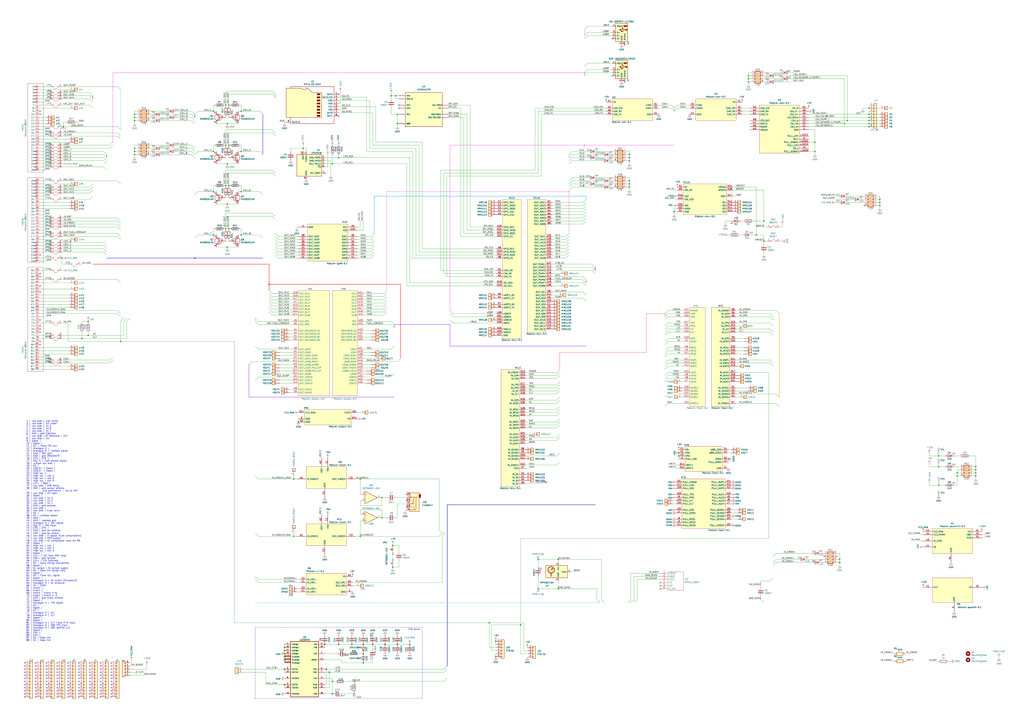
<source format=kicad_sch>
(kicad_sch (version 20210621) (generator eeschema)
  (paper "A1")
  (lib_symbols
    (symbol "Amplifier_Operational:MCP6002-xSN" (pin_names (offset 0.127))
      (property "Reference" "U" (at 0 5.08 0))
      (property "Value" "MCP6002-xSN" (at 0 -5.08 0))
      (symbol "MCP6002-xSN_1_1"
        (pin output line (at 7.62 0 180) (length 2.54) (name "~") (number "1"))
        (pin input line (at -7.62 -2.54 0) (length 2.54) (name "-") (number "2"))
        (pin input line (at -7.62 2.54 0) (length 2.54) (name "+") (number "3"))
      )
      (symbol "MCP6002-xSN_2_1"
        (pin input line (at -7.62 2.54 0) (length 2.54) (name "+") (number "5"))
        (pin input line (at -7.62 -2.54 0) (length 2.54) (name "-") (number "6"))
        (pin output line (at 7.62 0 180) (length 2.54) (name "~") (number "7"))
      )
      (symbol "MCP6002-xSN_3_1"
        (pin power_in line (at -2.54 -7.62 90) (length 3.81) (name "V-") (number "4"))
        (pin power_in line (at -2.54 7.62 270) (length 3.81) (name "V+") (number "8"))
      )
    )
    (symbol "Connector:AudioJack3_Switch"
      (property "Reference" "J" (at 0 11.43 0))
      (property "Value" "AudioJack3_Switch" (at 0 8.89 0))
      (symbol "AudioJack3_Switch_1_1"
        (pin passive line (at 5.08 0 180) (length 2.54) (name "~") (number "R"))
        (pin passive line (at 5.08 -2.54 180) (length 2.54) (name "~") (number "RN"))
        (pin passive line (at 5.08 5.08 180) (length 2.54) (name "~") (number "S"))
        (pin passive line (at 5.08 2.54 180) (length 2.54) (name "~") (number "SN"))
        (pin passive line (at 5.08 -5.08 180) (length 2.54) (name "~") (number "T"))
        (pin passive line (at 5.08 -7.62 180) (length 2.54) (name "~") (number "TN"))
      )
    )
    (symbol "Connector:Micro_SD_Card" (pin_names (offset 1.016))
      (property "Reference" "J" (at -16.51 15.24 0))
      (property "Value" "Micro_SD_Card" (at 16.51 15.24 0))
      (symbol "Micro_SD_Card_1_1"
        (pin bidirectional line (at -22.86 7.62 0) (length 3.81) (name "DAT2") (number "1"))
        (pin bidirectional line (at -22.86 5.08 0) (length 3.81) (name "DAT3/CD") (number "2"))
        (pin input line (at -22.86 2.54 0) (length 3.81) (name "CMD") (number "3"))
        (pin power_in line (at -22.86 0 0) (length 3.81) (name "VDD") (number "4"))
        (pin input line (at -22.86 -2.54 0) (length 3.81) (name "CLK") (number "5"))
        (pin power_in line (at -22.86 -5.08 0) (length 3.81) (name "VSS") (number "6"))
        (pin bidirectional line (at -22.86 -7.62 0) (length 3.81) (name "DAT0") (number "7"))
        (pin bidirectional line (at -22.86 -10.16 0) (length 3.81) (name "DAT1") (number "8"))
        (pin passive line (at 20.32 -15.24 180) (length 3.81) (name "SHIELD") (number "9"))
      )
    )
    (symbol "Connector:TestPoint" (pin_numbers hide) (pin_names (offset 0.762) hide)
      (property "Reference" "TP" (at 0 6.858 0))
      (property "Value" "TestPoint" (at 0 5.08 0))
      (symbol "TestPoint_1_1"
        (pin passive line (at 0 0 90) (length 2.54) (name "1") (number "1"))
      )
    )
    (symbol "Connector_Generic:Conn_01x01" (pin_names (offset 1.016) hide)
      (property "Reference" "J" (at 0 2.54 0))
      (property "Value" "Conn_01x01" (at 0 -2.54 0))
      (symbol "Conn_01x01_1_1"
        (pin passive line (at -5.08 0 0) (length 3.81) (name "Pin_1") (number "1"))
      )
    )
    (symbol "Connector_Generic:Conn_01x02" (pin_names (offset 1.016) hide)
      (property "Reference" "J" (at 0 2.54 0))
      (property "Value" "Conn_01x02" (at 0 -5.08 0))
      (symbol "Conn_01x02_1_1"
        (pin passive line (at -5.08 0 0) (length 3.81) (name "Pin_1") (number "1"))
        (pin passive line (at -5.08 -2.54 0) (length 3.81) (name "Pin_2") (number "2"))
      )
    )
    (symbol "Connector_Generic:Conn_01x04" (pin_names (offset 1.016) hide)
      (property "Reference" "J" (at 0 5.08 0))
      (property "Value" "Conn_01x04" (at 0 -7.62 0))
      (symbol "Conn_01x04_1_1"
        (pin passive line (at -5.08 2.54 0) (length 3.81) (name "Pin_1") (number "1"))
        (pin passive line (at -5.08 0 0) (length 3.81) (name "Pin_2") (number "2"))
        (pin passive line (at -5.08 -2.54 0) (length 3.81) (name "Pin_3") (number "3"))
        (pin passive line (at -5.08 -5.08 0) (length 3.81) (name "Pin_4") (number "4"))
      )
    )
    (symbol "Connector_Generic:Conn_01x05" (pin_names (offset 1.016) hide)
      (property "Reference" "J" (at 0 7.62 0))
      (property "Value" "Conn_01x05" (at 0 -7.62 0))
      (symbol "Conn_01x05_1_1"
        (pin passive line (at -5.08 5.08 0) (length 3.81) (name "Pin_1") (number "1"))
        (pin passive line (at -5.08 2.54 0) (length 3.81) (name "Pin_2") (number "2"))
        (pin passive line (at -5.08 0 0) (length 3.81) (name "Pin_3") (number "3"))
        (pin passive line (at -5.08 -2.54 0) (length 3.81) (name "Pin_4") (number "4"))
        (pin passive line (at -5.08 -5.08 0) (length 3.81) (name "Pin_5") (number "5"))
      )
    )
    (symbol "Connector_Generic:Conn_01x06" (pin_names (offset 1.016) hide)
      (property "Reference" "J" (at 0 7.62 0))
      (property "Value" "Conn_01x06" (at 0 -10.16 0))
      (symbol "Conn_01x06_1_1"
        (pin passive line (at -5.08 5.08 0) (length 3.81) (name "Pin_1") (number "1"))
        (pin passive line (at -5.08 2.54 0) (length 3.81) (name "Pin_2") (number "2"))
        (pin passive line (at -5.08 0 0) (length 3.81) (name "Pin_3") (number "3"))
        (pin passive line (at -5.08 -2.54 0) (length 3.81) (name "Pin_4") (number "4"))
        (pin passive line (at -5.08 -5.08 0) (length 3.81) (name "Pin_5") (number "5"))
        (pin passive line (at -5.08 -7.62 0) (length 3.81) (name "Pin_6") (number "6"))
      )
    )
    (symbol "Connector_Generic:Conn_01x08" (pin_names (offset 1.016) hide)
      (property "Reference" "J" (at 0 10.16 0))
      (property "Value" "Conn_01x08" (at 0 -12.7 0))
      (symbol "Conn_01x08_1_1"
        (pin passive line (at -5.08 7.62 0) (length 3.81) (name "Pin_1") (number "1"))
        (pin passive line (at -5.08 5.08 0) (length 3.81) (name "Pin_2") (number "2"))
        (pin passive line (at -5.08 2.54 0) (length 3.81) (name "Pin_3") (number "3"))
        (pin passive line (at -5.08 0 0) (length 3.81) (name "Pin_4") (number "4"))
        (pin passive line (at -5.08 -2.54 0) (length 3.81) (name "Pin_5") (number "5"))
        (pin passive line (at -5.08 -5.08 0) (length 3.81) (name "Pin_6") (number "6"))
        (pin passive line (at -5.08 -7.62 0) (length 3.81) (name "Pin_7") (number "7"))
        (pin passive line (at -5.08 -10.16 0) (length 3.81) (name "Pin_8") (number "8"))
      )
    )
    (symbol "Connector_Generic:Conn_01x12" (pin_names (offset 1.016) hide)
      (property "Reference" "J" (at 0 15.24 0))
      (property "Value" "Conn_01x12" (at 0 -17.78 0))
      (symbol "Conn_01x12_1_1"
        (pin passive line (at -5.08 12.7 0) (length 3.81) (name "Pin_1") (number "1"))
        (pin passive line (at -5.08 -10.16 0) (length 3.81) (name "Pin_10") (number "10"))
        (pin passive line (at -5.08 -12.7 0) (length 3.81) (name "Pin_11") (number "11"))
        (pin passive line (at -5.08 -15.24 0) (length 3.81) (name "Pin_12") (number "12"))
        (pin passive line (at -5.08 10.16 0) (length 3.81) (name "Pin_2") (number "2"))
        (pin passive line (at -5.08 7.62 0) (length 3.81) (name "Pin_3") (number "3"))
        (pin passive line (at -5.08 5.08 0) (length 3.81) (name "Pin_4") (number "4"))
        (pin passive line (at -5.08 2.54 0) (length 3.81) (name "Pin_5") (number "5"))
        (pin passive line (at -5.08 0 0) (length 3.81) (name "Pin_6") (number "6"))
        (pin passive line (at -5.08 -2.54 0) (length 3.81) (name "Pin_7") (number "7"))
        (pin passive line (at -5.08 -5.08 0) (length 3.81) (name "Pin_8") (number "8"))
        (pin passive line (at -5.08 -7.62 0) (length 3.81) (name "Pin_9") (number "9"))
      )
    )
    (symbol "Device:C" (pin_numbers hide) (pin_names (offset 0.254))
      (property "Reference" "C" (at 0.635 2.54 0))
      (property "Value" "C" (at 0.635 -2.54 0))
      (symbol "C_1_1"
        (pin passive line (at 0 3.81 270) (length 2.794) (name "~") (number "1"))
        (pin passive line (at 0 -3.81 90) (length 2.794) (name "~") (number "2"))
      )
    )
    (symbol "Device:D" (pin_numbers hide) (pin_names (offset 1.016) hide)
      (property "Reference" "D" (at 0 2.54 0))
      (property "Value" "D" (at 0 -2.54 0))
      (symbol "D_1_1"
        (pin passive line (at -3.81 0 0) (length 2.54) (name "K") (number "1"))
        (pin passive line (at 3.81 0 180) (length 2.54) (name "A") (number "2"))
      )
    )
    (symbol "Device:LED" (pin_numbers hide) (pin_names (offset 1.016) hide)
      (property "Reference" "D" (at 0 2.54 0))
      (property "Value" "LED" (at 0 -2.54 0))
      (symbol "LED_1_1"
        (pin passive line (at -3.81 0 0) (length 2.54) (name "K") (number "1"))
        (pin passive line (at 3.81 0 180) (length 2.54) (name "A") (number "2"))
      )
    )
    (symbol "Device:Q_NIGBT_GCE" (pin_names (offset 0) hide)
      (property "Reference" "Q" (at 5.08 1.27 0))
      (property "Value" "Q_NIGBT_GCE" (at 5.08 -1.27 0))
      (symbol "Q_NIGBT_GCE_1_1"
        (pin input line (at -5.08 0 0) (length 5.334) (name "G") (number "1"))
        (pin passive line (at 2.54 5.08 270) (length 2.54) (name "C") (number "2"))
        (pin passive line (at 2.54 -5.08 90) (length 2.54) (name "E") (number "3"))
      )
    )
    (symbol "Device:R" (pin_numbers hide) (pin_names (offset 0))
      (property "Reference" "R" (at 2.032 0 90))
      (property "Value" "R" (at 0 0 90))
      (symbol "R_1_1"
        (pin passive line (at 0 3.81 270) (length 1.27) (name "~") (number "1"))
        (pin passive line (at 0 -3.81 90) (length 1.27) (name "~") (number "2"))
      )
    )
    (symbol "Device:R_Pack04" (pin_names (offset 0) hide)
      (property "Reference" "RN" (at -7.62 0 90))
      (property "Value" "R_Pack04" (at 5.08 0 90))
      (symbol "R_Pack04_1_1"
        (pin passive line (at -5.08 -5.08 90) (length 2.54) (name "R1.1") (number "1"))
        (pin passive line (at -2.54 -5.08 90) (length 2.54) (name "R2.1") (number "2"))
        (pin passive line (at 0 -5.08 90) (length 2.54) (name "R3.1") (number "3"))
        (pin passive line (at 2.54 -5.08 90) (length 2.54) (name "R4.1") (number "4"))
        (pin passive line (at 2.54 5.08 270) (length 2.54) (name "R4.2") (number "5"))
        (pin passive line (at 0 5.08 270) (length 2.54) (name "R3.2") (number "6"))
        (pin passive line (at -2.54 5.08 270) (length 2.54) (name "R2.2") (number "7"))
        (pin passive line (at -5.08 5.08 270) (length 2.54) (name "R1.2") (number "8"))
      )
    )
    (symbol "Jumper:Jumper_2_Open" (pin_names (offset 0) hide)
      (property "Reference" "JP" (at 0 2.794 0))
      (property "Value" "Jumper_2_Open" (at 0 -2.286 0))
      (symbol "Jumper_2_Open_1_1"
        (pin passive line (at -5.08 0 0) (length 2.54) (name "A") (number "1"))
        (pin passive line (at 5.08 0 180) (length 2.54) (name "B") (number "2"))
      )
    )
    (symbol "L6205PD:L6205PD" (pin_names (offset 1.016))
      (property "Reference" "U" (at -10.1854 24.0538 0))
      (property "Value" "L6205PD" (at -10.1854 -25.6794 0))
      (symbol "L6205PD_0_0"
        (pin power_in line (at 17.78 20.32 180) (length 5.08) (name "GND@1") (number "1"))
        (pin power_in line (at 17.78 17.78 180) (length 5.08) (name "GND@2") (number "10"))
        (pin power_in line (at 17.78 15.24 180) (length 5.08) (name "GND@3") (number "11"))
        (pin output line (at 17.78 -2.54 180) (length 5.08) (name "OUT1B") (number "12"))
        (pin power_in line (at 17.78 -20.32 180) (length 5.08) (name "SENSEB") (number "13"))
        (pin input line (at -15.24 -12.7 0) (length 5.08) (name "IN1B") (number "14"))
        (pin input line (at -15.24 -15.24 0) (length 5.08) (name "IN2B") (number "15"))
        (pin bidirectional line (at -15.24 -20.32 0) (length 5.08) (name "ENB") (number "16"))
        (pin passive line (at -15.24 7.62 0) (length 5.08) (name "VBOOT") (number "17"))
        (pin output line (at 17.78 -15.24 180) (length 5.08) (name "OUT2B") (number "18"))
        (pin power_in line (at -15.24 17.78 0) (length 5.08) (name "VSB") (number "19"))
        (pin power_in line (at -15.24 20.32 0) (length 5.08) (name "VSA") (number "2"))
        (pin power_in line (at 17.78 12.7 180) (length 5.08) (name "GND@4") (number "20"))
        (pin output line (at 17.78 -12.7 180) (length 5.08) (name "OUT2A") (number "3"))
        (pin passive line (at -15.24 12.7 0) (length 5.08) (name "VCP") (number "4"))
        (pin bidirectional line (at -15.24 -7.62 0) (length 5.08) (name "ENA") (number "5"))
        (pin input line (at -15.24 0 0) (length 5.08) (name "IN1A") (number "6"))
        (pin input line (at -15.24 -2.54 0) (length 5.08) (name "IN2A") (number "7"))
        (pin power_in line (at 17.78 -7.62 180) (length 5.08) (name "SENSEA") (number "8"))
        (pin output line (at 17.78 0 180) (length 5.08) (name "OUT1A") (number "9"))
        (pin power_in line (at 17.78 10.16 180) (length 5.08) (name "SLUG@1") (number "SLUG1"))
        (pin power_in line (at 17.78 7.62 180) (length 5.08) (name "SLUG@2") (number "SLUG2"))
        (pin power_in line (at 17.78 5.08 180) (length 5.08) (name "SLUG@3") (number "SLUG3"))
      )
    )
    (symbol "LIS2DW12TR:LIS2DW12TR" (pin_numbers hide) (pin_names (offset 1.016))
      (property "Reference" "U" (at -15.24 12.7 0))
      (property "Value" "LIS2DW12TR" (at -15.24 -17.78 0))
      (symbol "LIS2DW12TR_0_0"
        (pin input clock (at -20.32 2.54 0) (length 5.08) (name "SCL/SPC") (number "1"))
        (pin power_in line (at 20.32 7.62 180) (length 5.08) (name "VDD_IO") (number "10"))
        (pin output line (at 20.32 0 180) (length 5.08) (name "INT2") (number "11"))
        (pin output line (at 20.32 2.54 180) (length 5.08) (name "INT1") (number "12"))
        (pin input line (at -20.32 0 0) (length 5.08) (name "CS") (number "2"))
        (pin bidirectional line (at -20.32 -5.08 0) (length 5.08) (name "SDO/SDA0") (number "3"))
        (pin bidirectional line (at -20.32 -7.62 0) (length 5.08) (name "SDA/SDI/SDO") (number "4"))
        (pin power_in line (at 20.32 -12.7 180) (length 5.08) (name "GND") (number "6"))
        (pin passive line (at 20.32 -5.08 180) (length 5.08) (name "RES") (number "7"))
        (pin power_in line (at 20.32 -12.7 180) (length 5.08) (name "GND") (number "8"))
        (pin power_in line (at 20.32 10.16 180) (length 5.08) (name "VDD") (number "9"))
      )
    )
    (symbol "MPX-4_MAP:MPX4_MAP" (pin_names (offset 0.762))
      (property "Reference" "U" (at 0 10.16 0))
      (property "Value" "MPX4_MAP" (at 8.89 0 90))
      (symbol "MPX4_MAP_1_1"
        (pin passive line (at -8.89 6.35 0) (length 6.35) (name "VOUT") (number "1"))
        (pin passive line (at -8.89 3.81 0) (length 6.35) (name "GND") (number "2"))
        (pin passive line (at -8.89 1.27 0) (length 6.35) (name "VCC") (number "3"))
        (pin passive line (at -8.89 -1.27 0) (length 6.35) (name "V1") (number "4"))
        (pin passive line (at -8.89 -3.81 0) (length 6.35) (name "V2") (number "5"))
        (pin passive line (at -8.89 -6.35 0) (length 6.35) (name "V_EX") (number "6"))
      )
    )
    (symbol "Mechanical:MountingHole" (pin_names (offset 1.016))
      (property "Reference" "H" (at 0 5.08 0))
      (property "Value" "MountingHole" (at 0 3.175 0))
    )
    (symbol "Sensor_Pressure:LPS25HB"
      (property "Reference" "U" (at -10.16 8.89 0))
      (property "Value" "LPS25HB" (at 10.16 8.89 0))
      (symbol "LPS25HB_1_1"
        (pin power_in line (at -2.54 10.16 270) (length 2.54) (name "VDDio") (number "1"))
        (pin power_in line (at -5.08 10.16 270) (length 2.54) (name "VDD") (number "10"))
        (pin input line (at 12.7 0 180) (length 2.54) (name "SCL/SCLK") (number "2"))
        (pin passive line (at -2.54 -12.7 90) (length 2.54) hide (name "GND") (number "3"))
        (pin bidirectional line (at 12.7 5.08 180) (length 2.54) (name "SDA/MOSI") (number "4"))
        (pin bidirectional line (at 12.7 2.54 180) (length 2.54) (name "SA0/MISO") (number "5"))
        (pin input line (at 12.7 -2.54 180) (length 2.54) (name "~{CS}") (number "6"))
        (pin output line (at 12.7 -7.62 180) (length 2.54) (name "INT_DRDY") (number "7"))
        (pin power_in line (at -2.54 -12.7 90) (length 2.54) (name "GND") (number "8"))
        (pin passive line (at -2.54 -12.7 90) (length 2.54) hide (name "GND") (number "9"))
      )
    )
    (symbol "Sensor_Pressure:MPXA6115A"
      (property "Reference" "U" (at -10.16 6.35 0))
      (property "Value" "MPXA6115A" (at 1.27 6.35 0))
      (symbol "MPXA6115A_1_1"
        (pin no_connect line (at 5.08 -5.08 90) (length 2.54) hide (name "NC") (number "1"))
        (pin power_in line (at 0 7.62 270) (length 2.54) (name "Vcc") (number "2"))
        (pin power_in line (at 0 -7.62 90) (length 2.54) (name "GND") (number "3"))
        (pin output line (at 10.16 0 180) (length 2.54) (name "Vout") (number "4"))
        (pin no_connect line (at -7.62 -5.08 90) (length 2.54) hide (name "NC") (number "5"))
        (pin no_connect line (at -5.08 -5.08 90) (length 2.54) hide (name "NC") (number "6"))
        (pin no_connect line (at -2.54 -5.08 90) (length 2.54) hide (name "NC") (number "7"))
        (pin no_connect line (at 2.54 -5.08 90) (length 2.54) hide (name "NC") (number "8"))
      )
    )
    (symbol "Switch:SW_SPST" (pin_names (offset 0) hide)
      (property "Reference" "SW" (at 0 3.175 0))
      (property "Value" "SW_SPST" (at 0 -2.54 0))
      (symbol "SW_SPST_1_1"
        (pin passive line (at -5.08 0 0) (length 2.54) (name "A") (number "1"))
        (pin passive line (at 5.08 0 180) (length 2.54) (name "B") (number "2"))
      )
    )
    (symbol "hellen-one-can-0.1:Module-can-0.1"
      (property "Reference" "M" (at 0 0 0))
      (property "Value" "Module-can-0.1" (at 0 0 0))
      (symbol "Module-can-0.1_1_0"
        (pin passive line (at 38.1 -12.7 180) (length 5.08) (name "GND") (number "E1"))
        (pin passive line (at 38.1 -5.08 180) (length 5.08) (name "CANL") (number "S1"))
        (pin passive line (at 38.1 -7.62 180) (length 5.08) (name "CANH") (number "S2"))
        (pin passive line (at -5.08 -2.54 0) (length 5.08) (name "V5") (number "V1"))
        (pin passive line (at -5.08 -7.62 0) (length 5.08) (name "CAN_VIO") (number "V2"))
        (pin passive line (at -5.08 -12.7 0) (length 5.08) (name "CAN_TX") (number "V5"))
        (pin passive line (at -5.08 -10.16 0) (length 5.08) (name "CAN_RX") (number "V6"))
      )
    )
    (symbol "hellen-one-common:Pad" (pin_numbers hide) (pin_names (offset 1.016) hide)
      (property "Reference" "P" (at 2.54 0 0))
      (symbol "Pad_1_1"
        (pin passive line (at -5.08 0 0) (length 3.81) (name "Pin_1") (number "1"))
      )
    )
    (symbol "hellen-one-common:Pad_1" (pin_numbers hide) (pin_names (offset 1.016) hide)
      (property "Reference" "P" (at 2.54 0 0))
      (symbol "Pad_1_1_1"
        (pin passive line (at -5.08 0 0) (length 3.81) (name "Pin_1") (number "1"))
      )
    )
    (symbol "hellen-one-common:Pad_2" (pin_numbers hide) (pin_names (offset 1.016) hide)
      (property "Reference" "P" (at 2.54 0 0))
      (symbol "Pad_2_1_1"
        (pin passive line (at -5.08 0 0) (length 3.81) (name "Pin_1") (number "1"))
      )
    )
    (symbol "hellen-one-common:Pad_3" (pin_numbers hide) (pin_names (offset 1.016) hide)
      (property "Reference" "P" (at 2.54 0 0))
      (symbol "Pad_3_1_1"
        (pin passive line (at -5.08 0 0) (length 3.81) (name "Pin_1") (number "1"))
      )
    )
    (symbol "hellen-one-common:Pad_32" (pin_numbers hide) (pin_names (offset 1.016) hide)
      (property "Reference" "P" (at 2.54 0 0))
      (symbol "Pad_32_1_1"
        (pin passive line (at -5.08 0 0) (length 3.81) (name "Pin_1") (number "1"))
      )
    )
    (symbol "hellen-one-common:Pad_33" (pin_numbers hide) (pin_names (offset 1.016) hide)
      (property "Reference" "P" (at 2.54 0 0))
      (symbol "Pad_33_1_1"
        (pin passive line (at -5.08 0 0) (length 3.81) (name "Pin_1") (number "1"))
      )
    )
    (symbol "hellen-one-common:Pad_4" (pin_numbers hide) (pin_names (offset 1.016) hide)
      (property "Reference" "P" (at 2.54 0 0))
      (symbol "Pad_4_1_1"
        (pin passive line (at -5.08 0 0) (length 3.81) (name "Pin_1") (number "1"))
      )
    )
    (symbol "hellen-one-common:Res" (pin_numbers hide)
      (property "Reference" "R" (at 3.81 2.54 0))
      (property "Value" "Res" (at 5.08 -2.54 0))
      (symbol "Res_1_0"
        (pin passive line (at 0 0 0) (length 2.54) (name "") (number "1"))
        (pin passive line (at 10.16 0 180) (length 2.54) (name "") (number "2"))
      )
    )
    (symbol "hellen-one-common:USB_B_Mini" (pin_names (offset 1.016))
      (property "Reference" "J" (at -5.08 11.43 0))
      (property "Value" "USB_B_Mini" (at -5.08 8.89 0))
      (symbol "USB_B_Mini_1_1"
        (pin power_out line (at 7.62 5.08 180) (length 2.54) (name "VBUS") (number "1"))
        (pin passive line (at 7.62 -2.54 180) (length 2.54) (name "D-") (number "2"))
        (pin passive line (at 7.62 0 180) (length 2.54) (name "D+") (number "3"))
        (pin passive line (at 7.62 -5.08 180) (length 2.54) (name "ID") (number "4"))
        (pin power_out line (at 0 -10.16 90) (length 2.54) (name "GND") (number "5"))
        (pin passive line (at -2.54 -10.16 90) (length 2.54) (name "Shield") (number "6"))
      )
    )
    (symbol "hellen-one-ign8-0.1:Module-ign8-0.1"
      (property "Reference" "M" (at 0 0 0))
      (property "Value" "Module-ign8-0.1" (at 0 0 0))
      (symbol "Module-ign8-0.1_1_0"
        (pin passive line (at 40.64 -2.54 180) (length 7.62) (name "GND") (number "G"))
        (pin passive line (at 40.64 -27.94 180) (length 7.62) (name "OUT_IGN8") (number "S1"))
        (pin passive line (at 40.64 -25.4 180) (length 7.62) (name "OUT_IGN7") (number "S2"))
        (pin passive line (at 40.64 -22.86 180) (length 7.62) (name "OUT_IGN6") (number "S3"))
        (pin passive line (at 40.64 -20.32 180) (length 7.62) (name "OUT_IGN5") (number "S4"))
        (pin passive line (at 40.64 -17.78 180) (length 7.62) (name "OUT_IGN4") (number "S5"))
        (pin passive line (at 40.64 -15.24 180) (length 7.62) (name "OUT_IGN3") (number "S6"))
        (pin passive line (at 40.64 -12.7 180) (length 7.62) (name "OUT_IGN2") (number "S7"))
        (pin passive line (at 40.64 -10.16 180) (length 7.62) (name "OUT_IGN1") (number "S8"))
        (pin passive line (at -7.62 -27.94 0) (length 7.62) (name "IGN8") (number "V1"))
        (pin passive line (at -7.62 -5.08 0) (length 7.62) (name "V33") (number "V10"))
        (pin passive line (at -7.62 -25.4 0) (length 7.62) (name "IGN7") (number "V2"))
        (pin passive line (at -7.62 -22.86 0) (length 7.62) (name "IGN6") (number "V3"))
        (pin passive line (at -7.62 -20.32 0) (length 7.62) (name "IGN5") (number "V4"))
        (pin passive line (at -7.62 -17.78 0) (length 7.62) (name "IGN4") (number "V5"))
        (pin passive line (at -7.62 -15.24 0) (length 7.62) (name "IGN3") (number "V6"))
        (pin passive line (at -7.62 -12.7 0) (length 7.62) (name "IGN2") (number "V7"))
        (pin passive line (at -7.62 -10.16 0) (length 7.62) (name "IGN1") (number "V8"))
        (pin passive line (at -7.62 -2.54 0) (length 7.62) (name "VCC") (number "V9"))
      )
    )
    (symbol "hellen-one-input-0.1:Module-input-0.1"
      (property "Reference" "M" (at 0 0 0))
      (property "Value" "Module-input-0.1" (at 0 0 0))
      (symbol "Module-input-0.1_1_0"
        (pin passive line (at 17.78 -53.34 180) (length 5.08) (name "AUX1") (number "N10"))
        (pin passive line (at 17.78 -38.1 180) (length 5.08) (name "RES3") (number "N11"))
        (pin passive line (at 17.78 -48.26 180) (length 5.08) (name "MAP3") (number "N12"))
        (pin passive line (at 17.78 -45.72 180) (length 5.08) (name "MAP2") (number "N13"))
        (pin passive line (at 17.78 -43.18 180) (length 5.08) (name "MAP1") (number "N14"))
        (pin passive line (at 17.78 -17.78 180) (length 5.08) (name "IAT") (number "N15"))
        (pin passive line (at 17.78 -20.32 180) (length 5.08) (name "CLT") (number "N16"))
        (pin passive line (at 17.78 -12.7 180) (length 5.08) (name "TPS") (number "N17"))
        (pin passive line (at 17.78 -25.4 180) (length 5.08) (name "O2S") (number "N18"))
        (pin passive line (at 17.78 -5.08 180) (length 5.08) (name "CAM") (number "N19"))
        (pin passive line (at 17.78 -7.62 180) (length 5.08) (name "VSS") (number "N20"))
        (pin passive line (at 17.78 -2.54 180) (length 5.08) (name "CRANK") (number "N21"))
        (pin passive line (at 17.78 -78.74 180) (length 5.08) (name "KNOCK") (number "N22"))
        (pin passive line (at 17.78 -73.66 180) (length 5.08) (name "SENS4") (number "N23"))
        (pin passive line (at 17.78 -71.12 180) (length 5.08) (name "SENS3") (number "N24"))
        (pin passive line (at 17.78 -68.58 180) (length 5.08) (name "SENS2") (number "N25"))
        (pin passive line (at 17.78 -66.04 180) (length 5.08) (name "SENS1") (number "N26"))
        (pin passive line (at 17.78 -35.56 180) (length 5.08) (name "RES2") (number "N3"))
        (pin passive line (at 17.78 -27.94 180) (length 5.08) (name "O2S2") (number "N4"))
        (pin passive line (at 17.78 -15.24 180) (length 5.08) (name "PPS") (number "N5"))
        (pin passive line (at 17.78 -33.02 180) (length 5.08) (name "RES1") (number "N6"))
        (pin passive line (at 17.78 -60.96 180) (length 5.08) (name "AUX4") (number "N7"))
        (pin passive line (at 17.78 -58.42 180) (length 5.08) (name "AUX3") (number "N8"))
        (pin passive line (at 17.78 -55.88 180) (length 5.08) (name "AUX2") (number "N9"))
      )
      (symbol "Module-input-0.1_2_0"
        (pin passive line (at 35.56 -17.78 180) (length 5.08) (name "GND") (number "E1"))
        (pin passive line (at -5.08 -2.54 0) (length 5.08) (name "V5") (number "E2"))
        (pin passive line (at 35.56 -5.08 180) (length 5.08) (name "WBO_O2S2") (number "E3"))
        (pin passive line (at 35.56 -2.54 180) (length 5.08) (name "WBO_O2S") (number "E4"))
        (pin passive line (at -5.08 -7.62 0) (length 5.08) (name "V5A") (number "E5"))
        (pin passive line (at -5.08 -10.16 0) (length 5.08) (name "PULL_V5A") (number "J1"))
        (pin passive line (at 35.56 -12.7 180) (length 5.08) (name "PULL_GNDA") (number "J2"))
        (pin passive line (at -5.08 -5.08 0) (length 5.08) (name "V5A") (number "N1"))
        (pin passive line (at 35.56 -10.16 180) (length 5.08) (name "GNDA") (number "N2"))
        (pin passive line (at -5.08 -17.78 0) (length 5.08) (name "VREF2") (number "S13"))
        (pin passive line (at -5.08 -15.24 0) (length 5.08) (name "VREF1") (number "S14"))
      )
      (symbol "Module-input-0.1_3_0"
        (pin passive line (at -5.08 -66.04 0) (length 5.08) (name "IN_SENS1") (number "S1"))
        (pin passive line (at -5.08 -12.7 0) (length 5.08) (name "IN_TPS") (number "S10"))
        (pin passive line (at -5.08 -43.18 0) (length 5.08) (name "IN_MAP1") (number "S11"))
        (pin passive line (at -5.08 -45.72 0) (length 5.08) (name "IN_MAP2") (number "S12"))
        (pin passive line (at -5.08 -20.32 0) (length 5.08) (name "IN_CLT") (number "S15"))
        (pin passive line (at -5.08 -17.78 0) (length 5.08) (name "IN_IAT") (number "S16"))
        (pin passive line (at -5.08 -53.34 0) (length 5.08) (name "IN_AUX1") (number "S17"))
        (pin passive line (at -5.08 -55.88 0) (length 5.08) (name "IN_AUX2") (number "S18"))
        (pin passive line (at -5.08 -48.26 0) (length 5.08) (name "IN_MAP3") (number "S19"))
        (pin passive line (at -5.08 -68.58 0) (length 5.08) (name "IN_SENS2") (number "S2"))
        (pin passive line (at -5.08 -58.42 0) (length 5.08) (name "IN_AUX3") (number "S20"))
        (pin passive line (at -5.08 -60.96 0) (length 5.08) (name "IN_AUX4") (number "S21"))
        (pin passive line (at -5.08 -38.1 0) (length 5.08) (name "IN_RES3") (number "S22"))
        (pin passive line (at -5.08 -33.02 0) (length 5.08) (name "IN_RES1") (number "S23"))
        (pin passive line (at -5.08 -15.24 0) (length 5.08) (name "IN_PPS") (number "S24"))
        (pin passive line (at -5.08 -27.94 0) (length 5.08) (name "IN_O2S2") (number "S25"))
        (pin passive line (at -5.08 -35.56 0) (length 5.08) (name "IN_RES2") (number "S26"))
        (pin passive line (at -5.08 -71.12 0) (length 5.08) (name "IN_SENS3") (number "S3"))
        (pin passive line (at -5.08 -73.66 0) (length 5.08) (name "IN_SENS4") (number "S4"))
        (pin passive line (at -5.08 -5.08 0) (length 5.08) (name "IN_CAM") (number "S5"))
        (pin passive line (at -5.08 -7.62 0) (length 5.08) (name "IN_VSS") (number "S6"))
        (pin passive line (at -5.08 -78.74 0) (length 5.08) (name "IN_KNOCK") (number "S7"))
        (pin passive line (at -5.08 -2.54 0) (length 5.08) (name "IN_CRANK") (number "S8"))
        (pin passive line (at -5.08 -25.4 0) (length 5.08) (name "IN_O2S") (number "S9"))
      )
      (symbol "Module-input-0.1_4_0"
        (pin passive line (at 40.64 -12.7 180) (length 5.08) (name "PULL_AUX1") (number "J10"))
        (pin passive line (at -5.08 -38.1 0) (length 5.08) (name "PULL_RES3") (number "J11"))
        (pin passive line (at 40.64 -7.62 180) (length 5.08) (name "PULL_MAP3") (number "J12"))
        (pin passive line (at 40.64 -5.08 180) (length 5.08) (name "PULL_MAP2") (number "J13"))
        (pin passive line (at 40.64 -2.54 180) (length 5.08) (name "PULL_MAP1") (number "J14"))
        (pin passive line (at -5.08 -17.78 0) (length 5.08) (name "PULL_IAT") (number "J15"))
        (pin passive line (at -5.08 -20.32 0) (length 5.08) (name "PULL_CLT") (number "J16"))
        (pin passive line (at -5.08 -5.08 0) (length 5.08) (name "PULL_CAM") (number "J17"))
        (pin passive line (at -5.08 -7.62 0) (length 5.08) (name "PULL_VSS") (number "J18"))
        (pin passive line (at -5.08 -12.7 0) (length 5.08) (name "PULL_TPS") (number "J19"))
        (pin passive line (at -5.08 -25.4 0) (length 5.08) (name "PULL_O2S") (number "J20"))
        (pin passive line (at -5.08 -2.54 0) (length 5.08) (name "PULL_CRANK") (number "J21"))
        (pin passive line (at 40.64 -38.1 180) (length 5.08) (name "PULL_KNOCK") (number "J22"))
        (pin passive line (at 40.64 -33.02 180) (length 5.08) (name "PULL_SENS4") (number "J23"))
        (pin passive line (at 40.64 -30.48 180) (length 5.08) (name "PULL_SENS3") (number "J24"))
        (pin passive line (at 40.64 -27.94 180) (length 5.08) (name "PULL_SENS2") (number "J25"))
        (pin passive line (at 40.64 -25.4 180) (length 5.08) (name "PULL_SENS1") (number "J26"))
        (pin passive line (at -5.08 -35.56 0) (length 5.08) (name "PULL_RES2") (number "J3"))
        (pin passive line (at -5.08 -27.94 0) (length 5.08) (name "PULL_O2S2") (number "J4"))
        (pin passive line (at -5.08 -15.24 0) (length 5.08) (name "PULL_PPS") (number "J5"))
        (pin passive line (at -5.08 -33.02 0) (length 5.08) (name "PULL_RES1") (number "J6"))
        (pin passive line (at 40.64 -20.32 180) (length 5.08) (name "PULL_AUX4") (number "J7"))
        (pin passive line (at 40.64 -17.78 180) (length 5.08) (name "PULL_AUX3") (number "J8"))
        (pin passive line (at 40.64 -15.24 180) (length 5.08) (name "PULL_AUX2") (number "J9"))
      )
    )
    (symbol "hellen-one-knock-0.1:Module-knock-0.1"
      (property "Reference" "M" (at 0 0 0))
      (property "Value" "Module-knock-0.1" (at 0 0 0))
      (symbol "Module-knock-0.1_1_0"
        (pin passive line (at 17.78 7.62 270) (length 7.62) (name "V5A") (number "E1"))
        (pin passive line (at 15.24 -25.4 90) (length 7.62) (name "GND") (number "E2"))
        (pin passive line (at 40.64 -10.16 180) (length 7.62) (name "OUT_KNOCK") (number "E3"))
        (pin passive line (at -7.62 -10.16 0) (length 7.62) (name "IN_KNOCK") (number "W1"))
        (pin passive line (at 12.7 7.62 270) (length 7.62) (name "VREF") (number "W2"))
      )
    )
    (symbol "hellen-one-mcu-000.4:Module-mcu-0.4"
      (property "Reference" "M" (at 0 0 0))
      (property "Value" "Module-mcu-0.4" (at 0 0 0))
      (symbol "Module-mcu-0.4_1_0"
        (pin passive line (at 20.32 -2.54 180) (length 5.08) (name "SPI1_SCK") (number "E1"))
        (pin passive line (at 20.32 -5.08 180) (length 5.08) (name "SPI1_MISO") (number "E2"))
        (pin passive line (at 20.32 -7.62 180) (length 5.08) (name "SPI1_MOSI") (number "E3"))
        (pin passive line (at 20.32 -10.16 180) (length 5.08) (name "SPI1_CS1") (number "E4"))
        (pin passive line (at 20.32 -12.7 180) (length 5.08) (name "SPI1_CS2") (number "E5"))
        (pin passive line (at 20.32 -58.42 180) (length 5.08) (name "CAN_VIO") (number "N1"))
        (pin passive line (at 20.32 -43.18 180) (length 5.08) (name "SPI3_MISO") (number "N10"))
        (pin passive line (at 20.32 -45.72 180) (length 5.08) (name "SPI3_MOSI") (number "N11"))
        (pin passive line (at 20.32 -68.58 180) (length 5.08) (name "I2C_SDA") (number "N18"))
        (pin passive line (at 20.32 -71.12 180) (length 5.08) (name "I2C_SCL") (number "N19"))
        (pin passive line (at 20.32 -60.96 180) (length 5.08) (name "CAN_RX") (number "N2"))
        (pin passive line (at 20.32 -22.86 180) (length 5.08) (name "SPI2_SCK") (number "N20"))
        (pin passive line (at 20.32 -25.4 180) (length 5.08) (name "SPI2_MISO") (number "N21"))
        (pin passive line (at 20.32 -27.94 180) (length 5.08) (name "SPI2_MOSI") (number "N22"))
        (pin passive line (at 20.32 -30.48 180) (length 5.08) (name "SPI2_CS") (number "N23"))
        (pin passive line (at 20.32 -106.68 180) (length 5.08) (name "SWCLK") (number "N25"))
        (pin passive line (at 20.32 -109.22 180) (length 5.08) (name "SWDIO") (number "N26"))
        (pin passive line (at 20.32 -111.76 180) (length 5.08) (name "SWO") (number "N27"))
        (pin passive line (at 20.32 -101.6 180) (length 5.08) (name "VBUS") (number "N29"))
        (pin passive line (at 20.32 -63.5 180) (length 5.08) (name "CAN_TX") (number "N3"))
        (pin passive line (at 20.32 -93.98 180) (length 5.08) (name "USB1P") (number "N30"))
        (pin passive line (at 20.32 -96.52 180) (length 5.08) (name "USB1M") (number "N31"))
        (pin passive line (at 20.32 -99.06 180) (length 5.08) (name "USB1ID") (number "N32"))
        (pin passive line (at 20.32 -81.28 180) (length 5.08) (name "UART1_TX") (number "N4"))
        (pin passive line (at 20.32 -78.74 180) (length 5.08) (name "UART1_RX") (number "N5"))
        (pin passive line (at 20.32 -88.9 180) (length 5.08) (name "UART2_TX") (number "N6"))
        (pin passive line (at 20.32 -86.36 180) (length 5.08) (name "UART2_RX") (number "N7"))
        (pin passive line (at 20.32 -48.26 180) (length 5.08) (name "SPI3_CS") (number "N8"))
        (pin passive line (at 20.32 -40.64 180) (length 5.08) (name "SPI3_SCK") (number "N9"))
      )
      (symbol "Module-mcu-0.4_2_0"
        (pin passive line (at 20.32 -99.06 180) (length 5.08) (name "OUT_IO10") (number "E10"))
        (pin passive line (at 20.32 -96.52 180) (length 5.08) (name "OUT_IO9") (number "E11"))
        (pin passive line (at 20.32 -78.74 180) (length 5.08) (name "OUT_IO2") (number "E12"))
        (pin passive line (at 20.32 -104.14 180) (length 5.08) (name "OUT_IO12") (number "E13"))
        (pin passive line (at 20.32 -55.88 180) (length 5.08) (name "OUT_PWM2") (number "E14"))
        (pin passive line (at 20.32 -58.42 180) (length 5.08) (name "OUT_PWM3") (number "E15"))
        (pin passive line (at 20.32 -60.96 180) (length 5.08) (name "OUT_PWM4") (number "E16"))
        (pin passive line (at 20.32 -63.5 180) (length 5.08) (name "OUT_PWM5") (number "E17"))
        (pin passive line (at 20.32 -66.04 180) (length 5.08) (name "OUT_PWM6") (number "E18"))
        (pin passive line (at 20.32 -68.58 180) (length 5.08) (name "OUT_PWM7") (number "E19"))
        (pin passive line (at 20.32 -101.6 180) (length 5.08) (name "OUT_IO11") (number "E20"))
        (pin passive line (at 20.32 -91.44 180) (length 5.08) (name "OUT_IO7") (number "E21"))
        (pin passive line (at 20.32 -93.98 180) (length 5.08) (name "OUT_IO8") (number "E22"))
        (pin passive line (at 20.32 -83.82 180) (length 5.08) (name "OUT_IO4") (number "E23"))
        (pin passive line (at 20.32 -106.68 180) (length 5.08) (name "OUT_IO13") (number "E24"))
        (pin passive line (at 20.32 -30.48 180) (length 5.08) (name "OUT_INJ1") (number "E25"))
        (pin passive line (at 20.32 -33.02 180) (length 5.08) (name "OUT_INJ2") (number "E26"))
        (pin passive line (at 20.32 -53.34 180) (length 5.08) (name "OUT_PWM1") (number "E27"))
        (pin passive line (at 20.32 -71.12 180) (length 5.08) (name "OUT_PWM8") (number "E28"))
        (pin passive line (at 20.32 -35.56 180) (length 5.08) (name "OUT_INJ3") (number "E29"))
        (pin passive line (at 20.32 -38.1 180) (length 5.08) (name "OUT_INJ4") (number "E30"))
        (pin passive line (at 20.32 -40.64 180) (length 5.08) (name "OUT_INJ5") (number "E31"))
        (pin passive line (at 20.32 -43.18 180) (length 5.08) (name "OUT_INJ6") (number "E32"))
        (pin passive line (at 20.32 -45.72 180) (length 5.08) (name "OUT_INJ7") (number "E33"))
        (pin passive line (at 20.32 -48.26 180) (length 5.08) (name "OUT_INJ8") (number "E34"))
        (pin passive line (at 20.32 -81.28 180) (length 5.08) (name "OUT_IO3") (number "E6"))
        (pin passive line (at 20.32 -86.36 180) (length 5.08) (name "OUT_IO5") (number "E7"))
        (pin passive line (at 20.32 -76.2 180) (length 5.08) (name "OUT_IO1") (number "E8"))
        (pin passive line (at 20.32 -88.9 180) (length 5.08) (name "OUT_IO6") (number "E9"))
        (pin passive line (at 20.32 -2.54 180) (length 5.08) (name "OUT_IGN1") (number "W1"))
        (pin passive line (at 20.32 -5.08 180) (length 5.08) (name "OUT_IGN2") (number "W2"))
        (pin passive line (at 20.32 -7.62 180) (length 5.08) (name "OUT_IGN3") (number "W3"))
        (pin passive line (at 20.32 -10.16 180) (length 5.08) (name "OUT_IGN4") (number "W4"))
        (pin passive line (at 20.32 -12.7 180) (length 5.08) (name "OUT_IGN5") (number "W5"))
        (pin passive line (at 20.32 -15.24 180) (length 5.08) (name "OUT_IGN6") (number "W6"))
        (pin passive line (at 20.32 -17.78 180) (length 5.08) (name "OUT_IGN7") (number "W7"))
        (pin passive line (at 20.32 -20.32 180) (length 5.08) (name "OUT_IGN8") (number "W8"))
      )
      (symbol "Module-mcu-0.4_3_0"
        (pin passive line (at -5.08 -71.12 0) (length 5.08) (name "IN_SENS3") (number "S10"))
        (pin passive line (at -5.08 -73.66 0) (length 5.08) (name "IN_SENS4") (number "S11"))
        (pin passive line (at -5.08 -78.74 0) (length 5.08) (name "IN_KNOCK") (number "S12"))
        (pin passive line (at -5.08 -2.54 0) (length 5.08) (name "IN_CRANK") (number "S13"))
        (pin passive line (at -5.08 -7.62 0) (length 5.08) (name "IN_VSS") (number "S14"))
        (pin passive line (at -5.08 -5.08 0) (length 5.08) (name "IN_CAM") (number "S15"))
        (pin passive line (at -5.08 -25.4 0) (length 5.08) (name "IN_O2S") (number "S16"))
        (pin passive line (at -5.08 -12.7 0) (length 5.08) (name "IN_TPS") (number "S17"))
        (pin passive line (at -5.08 -20.32 0) (length 5.08) (name "IN_CLT") (number "S18"))
        (pin passive line (at -5.08 -17.78 0) (length 5.08) (name "IN_IAT") (number "S19"))
        (pin passive line (at -5.08 -43.18 0) (length 5.08) (name "IN_MAP1") (number "S20"))
        (pin passive line (at -5.08 -45.72 0) (length 5.08) (name "IN_MAP2") (number "S21"))
        (pin passive line (at -5.08 -48.26 0) (length 5.08) (name "IN_MAP3") (number "S22"))
        (pin passive line (at -5.08 -38.1 0) (length 5.08) (name "IN_RES3") (number "S23"))
        (pin passive line (at -5.08 -53.34 0) (length 5.08) (name "IN_AUX1") (number "S24"))
        (pin passive line (at -5.08 -55.88 0) (length 5.08) (name "IN_AUX2") (number "S25"))
        (pin passive line (at -5.08 -58.42 0) (length 5.08) (name "IN_AUX3") (number "S26"))
        (pin passive line (at -5.08 -60.96 0) (length 5.08) (name "IN_AUX4") (number "S27"))
        (pin passive line (at -5.08 -33.02 0) (length 5.08) (name "IN_RES1") (number "S28"))
        (pin passive line (at -5.08 -15.24 0) (length 5.08) (name "IN_PPS") (number "S29"))
        (pin passive line (at -5.08 -86.36 0) (length 5.08) (name "IN_D1") (number "S3"))
        (pin passive line (at -5.08 -27.94 0) (length 5.08) (name "IN_O2S2") (number "S30"))
        (pin passive line (at -5.08 -35.56 0) (length 5.08) (name "IN_RES2") (number "S31"))
        (pin passive line (at -5.08 -88.9 0) (length 5.08) (name "IN_D2") (number "S4"))
        (pin passive line (at -5.08 -91.44 0) (length 5.08) (name "IN_D3") (number "S5"))
        (pin passive line (at -5.08 -93.98 0) (length 5.08) (name "IN_D4") (number "S6"))
        (pin passive line (at -5.08 -81.28 0) (length 5.08) (name "VIGN") (number "S7"))
        (pin passive line (at -5.08 -66.04 0) (length 5.08) (name "IN_SENS1") (number "S8"))
        (pin passive line (at -5.08 -68.58 0) (length 5.08) (name "IN_SENS2") (number "S9"))
      )
      (symbol "Module-mcu-0.4_4_0"
        (pin passive line (at 40.64 -15.24 180) (length 5.08) (name "IO1") (number "N12"))
        (pin passive line (at 40.64 -17.78 180) (length 5.08) (name "IO2") (number "N13"))
        (pin passive line (at 40.64 -20.32 180) (length 5.08) (name "IO3") (number "N14"))
        (pin passive line (at 40.64 -22.86 180) (length 5.08) (name "IO4") (number "N15"))
        (pin passive line (at -5.08 -10.16 0) (length 5.08) (name "V33") (number "N16"))
        (pin passive line (at 40.64 -10.16 180) (length 5.08) (name "VBAT") (number "N17"))
        (pin passive line (at 40.64 -2.54 180) (length 5.08) (name "nReset") (number "N24"))
        (pin passive line (at 40.64 -5.08 180) (length 5.08) (name "BOOT0") (number "N28"))
        (pin passive line (at -5.08 -2.54 0) (length 5.08) (name "V5") (number "S1"))
        (pin passive line (at -5.08 -22.86 0) (length 5.08) (name "GND") (number "S2"))
        (pin passive line (at -5.08 -20.32 0) (length 5.08) (name "GNDA") (number "S32"))
        (pin passive line (at -5.08 -17.78 0) (length 5.08) (name "V5A") (number "S33"))
        (pin passive line (at -5.08 -12.7 0) (length 5.08) (name "IGN_V33") (number "W10"))
        (pin passive line (at -5.08 -5.08 0) (length 5.08) (name "IGN_V5") (number "W9"))
      )
    )
    (symbol "hellen-one-output-0.2:Module-output-0.2"
      (property "Reference" "M" (at 0 0 0))
      (property "Value" "Module-output-0.2" (at 0 0 0))
      (symbol "Module-output-0.2_1_0"
        (pin passive line (at -5.08 -7.62 0) (length 5.08) (name "GND") (number "G"))
        (pin passive line (at -5.08 -2.54 0) (length 5.08) (name "V12_RAW") (number "S11"))
        (pin passive line (at -5.08 -10.16 0) (length 5.08) (name "GND") (number "S3"))
        (pin passive line (at 43.18 -7.62 180) (length 5.08) (name "V5") (number "W14"))
        (pin passive line (at 43.18 -2.54 180) (length 5.08) (name "V12P") (number "W5"))
      )
      (symbol "Module-output-0.2_2_0"
        (pin passive line (at -5.08 -20.32 0) (length 5.08) (name "INJ8") (number "W15"))
        (pin passive line (at -5.08 -17.78 0) (length 5.08) (name "INJ7") (number "W16"))
        (pin passive line (at -5.08 -15.24 0) (length 5.08) (name "INJ6") (number "W17"))
        (pin passive line (at -5.08 -12.7 0) (length 5.08) (name "INJ5") (number "W18"))
        (pin passive line (at -5.08 -10.16 0) (length 5.08) (name "INJ4") (number "W19"))
        (pin passive line (at -5.08 -7.62 0) (length 5.08) (name "INJ3") (number "W20"))
        (pin passive line (at -5.08 -48.26 0) (length 5.08) (name "LOW1") (number "W21"))
        (pin passive line (at -5.08 -27.94 0) (length 5.08) (name "PP2") (number "W22"))
        (pin passive line (at -5.08 -5.08 0) (length 5.08) (name "INJ2") (number "W23"))
        (pin passive line (at -5.08 -2.54 0) (length 5.08) (name "INJ1") (number "W24"))
        (pin passive line (at -5.08 -60.96 0) (length 5.08) (name "LOW6_DIODE") (number "W25"))
        (pin passive line (at -5.08 -71.12 0) (length 5.08) (name "LOW10") (number "W26"))
        (pin passive line (at -5.08 -68.58 0) (length 5.08) (name "LOW9") (number "W27"))
        (pin passive line (at -5.08 -25.4 0) (length 5.08) (name "PP1") (number "W28"))
        (pin passive line (at -5.08 -50.8 0) (length 5.08) (name "LOW2") (number "W29"))
        (pin passive line (at -5.08 -40.64 0) (length 5.08) (name "SOLENOID_B2") (number "W30"))
        (pin passive line (at -5.08 -38.1 0) (length 5.08) (name "SOLENOID_B1") (number "W31"))
        (pin passive line (at -5.08 -35.56 0) (length 5.08) (name "SOLENOID_A2") (number "W32"))
        (pin passive line (at -5.08 -33.02 0) (length 5.08) (name "SOLENOID_A1") (number "W33"))
        (pin passive line (at -5.08 -55.88 0) (length 5.08) (name "LOW4_DUAL") (number "W34"))
        (pin passive line (at -5.08 -73.66 0) (length 5.08) (name "LOW11") (number "W35"))
        (pin passive line (at -5.08 -76.2 0) (length 5.08) (name "LOW12") (number "W36"))
        (pin passive line (at -5.08 -66.04 0) (length 5.08) (name "LOW8_HIGH2") (number "W37"))
        (pin passive line (at -5.08 -53.34 0) (length 5.08) (name "LOW3_DUAL") (number "W38"))
        (pin passive line (at -5.08 -63.5 0) (length 5.08) (name "LOW7_HIGH1") (number "W39"))
        (pin passive line (at -5.08 -58.42 0) (length 5.08) (name "LOW5_MAIN") (number "W40"))
      )
      (symbol "Module-output-0.2_3_0"
        (pin passive line (at 30.48 -33.02 180) (length 5.08) (name "OUT_SOLENOID_A1") (number "S1"))
        (pin passive line (at 30.48 -73.66 180) (length 5.08) (name "OUT_LOW11") (number "S10"))
        (pin passive line (at 30.48 -66.04 180) (length 5.08) (name "OUT_LOW8_PULLUP") (number "S12"))
        (pin passive line (at 30.48 -76.2 180) (length 5.08) (name "OUT_LOW12") (number "S13"))
        (pin passive line (at 30.48 -68.58 180) (length 5.08) (name "OUT_LOW9") (number "S14"))
        (pin passive line (at 30.48 -15.24 180) (length 5.08) (name "OUT_INJ6") (number "S15"))
        (pin passive line (at 30.48 -5.08 180) (length 5.08) (name "OUT_INJ2") (number "S16"))
        (pin passive line (at 30.48 -7.62 180) (length 5.08) (name "OUT_INJ3") (number "S17"))
        (pin passive line (at 30.48 -2.54 180) (length 5.08) (name "OUT_INJ1") (number "S18"))
        (pin passive line (at 30.48 -35.56 180) (length 5.08) (name "OUT_SOLENOID_A2") (number "S2"))
        (pin passive line (at 30.48 -38.1 180) (length 5.08) (name "OUT_SOLENOID_B1") (number "S4"))
        (pin passive line (at 30.48 -40.64 180) (length 5.08) (name "OUT_SOLENOID_B2") (number "S5"))
        (pin passive line (at 30.48 -27.94 180) (length 5.08) (name "OUT_PP2") (number "S6"))
        (pin passive line (at 30.48 -53.34 180) (length 5.08) (name "OUT_LOW3_DUAL") (number "S7"))
        (pin passive line (at 30.48 -48.26 180) (length 5.08) (name "OUT_LOW1") (number "S8"))
        (pin passive line (at 30.48 -83.82 180) (length 5.08) (name "OUT_HIGH2") (number "S9"))
        (pin passive line (at 30.48 -50.8 180) (length 5.08) (name "OUT_LOW2") (number "W1"))
        (pin passive line (at 30.48 -12.7 180) (length 5.08) (name "OUT_INJ5") (number "W10"))
        (pin passive line (at 30.48 -20.32 180) (length 5.08) (name "OUT_INJ8") (number "W11"))
        (pin passive line (at 30.48 -17.78 180) (length 5.08) (name "OUT_INJ7") (number "W12"))
        (pin passive line (at 30.48 -58.42 180) (length 5.08) (name "OUT_LOW5_MAIN") (number "W13"))
        (pin passive line (at 30.48 -71.12 180) (length 5.08) (name "OUT_LOW10") (number "W2"))
        (pin passive line (at 30.48 -60.96 180) (length 5.08) (name "OUT_LOW6_DIODE") (number "W3"))
        (pin passive line (at 30.48 -55.88 180) (length 5.08) (name "OUT_LOW4_DUAL") (number "W4"))
        (pin passive line (at 30.48 -25.4 180) (length 5.08) (name "OUT_PP1") (number "W6"))
        (pin passive line (at 30.48 -10.16 180) (length 5.08) (name "OUT_INJ4") (number "W7"))
        (pin passive line (at 30.48 -81.28 180) (length 5.08) (name "OUT_HIGH1") (number "W8"))
        (pin passive line (at 30.48 -63.5 180) (length 5.08) (name "OUT_LOW7_PULLUP") (number "W9"))
      )
    )
    (symbol "hellen-one-power12-0.2:Module-power12-0.2"
      (property "Reference" "M" (at 0 0 0))
      (property "Value" "Module-power12-0.2" (at 0 0 0))
      (symbol "Module-power12-0.2_1_0"
        (pin passive line (at -7.62 -15.24 0) (length 7.62) (name "V5") (number "E1"))
        (pin passive line (at -7.62 -2.54 0) (length 7.62) (name "V12_RAW") (number "E2"))
        (pin passive line (at 15.24 -27.94 90) (length 7.62) (name "GND") (number "S1"))
        (pin passive line (at 40.64 -2.54 180) (length 7.62) (name "V12") (number "V1"))
        (pin passive line (at 40.64 -5.08 180) (length 7.62) (name "VBAT") (number "V2"))
        (pin passive line (at -7.62 -10.16 0) (length 7.62) (name "IN_VIGN") (number "V3"))
        (pin passive line (at -7.62 -5.08 0) (length 7.62) (name "V12_PERM") (number "V4"))
        (pin passive line (at 40.64 -7.62 180) (length 7.62) (name "VIGN") (number "V5"))
      )
    )
    (symbol "hellen-one-power5-0.2:Module-power5-0.1"
      (property "Reference" "M" (at 0 0 0))
      (property "Value" "Module-power5-0.1" (at 0 0 0))
      (symbol "Module-power5-0.1_1_0"
        (pin passive line (at 17.78 -27.94 90) (length 7.62) (name "GND") (number "G"))
        (pin passive line (at -7.62 -7.62 0) (length 7.62) (name "V12") (number "V1"))
        (pin passive line (at 40.64 -7.62 180) (length 7.62) (name "V5") (number "V2"))
      )
    )
    (symbol "hellen-one-vr-0.1:Module-vr-0.1"
      (property "Reference" "M" (at 0 0 0))
      (property "Value" "Module-vr-0.1" (at 0 0 0))
      (symbol "Module-vr-0.1_1_0"
        (pin passive line (at -5.08 -7.62 0) (length 5.08) (name "IN_VR1-") (number "E1"))
        (pin passive line (at -5.08 -5.08 0) (length 5.08) (name "IN_VR1+") (number "E2"))
        (pin passive line (at -5.08 -12.7 0) (length 5.08) (name "IN_VR2+") (number "E3"))
        (pin passive line (at -5.08 -15.24 0) (length 5.08) (name "IN_VR2-") (number "E4"))
        (pin passive line (at 38.1 -15.24 180) (length 5.08) (name "GND") (number "G"))
        (pin passive line (at 38.1 -2.54 180) (length 5.08) (name "V5") (number "N1"))
        (pin passive line (at 38.1 -10.16 180) (length 5.08) (name "OUT_VR2") (number "W1"))
        (pin passive line (at 38.1 -7.62 180) (length 5.08) (name "OUT_VR1") (number "W2"))
      )
    )
    (symbol "hellen-one-wbo-0.2:Module-wbo-0.2"
      (property "Reference" "M" (at 1.27 1.27 0))
      (property "Value" "Module-wbo-0.2" (at 8.89 -40.64 0))
      (symbol "Module-wbo-0.2_1_0"
        (pin passive line (at 40.64 -17.78 180) (length 7.62) (name "LSU_Un") (number "E1"))
        (pin passive line (at 40.64 -15.24 180) (length 7.62) (name "LSU_Vm") (number "E2"))
        (pin passive line (at 40.64 -12.7 180) (length 7.62) (name "LSU_Ip") (number "E3"))
        (pin passive line (at 40.64 -10.16 180) (length 7.62) (name "LSU_Rtrim") (number "E4"))
        (pin passive line (at 40.64 -7.62 180) (length 7.62) (name "LSU_H+") (number "E5"))
        (pin passive line (at 40.64 -5.08 180) (length 7.62) (name "LSU_H-") (number "E6"))
        (pin passive line (at 40.64 -20.32 180) (length 7.62) (name "GND") (number "G"))
        (pin passive line (at 40.64 -27.94 180) (length 7.62) (name "SEL1") (number "J1"))
        (pin passive line (at 40.64 -35.56 180) (length 7.62) (name "SEL2") (number "J2"))
        (pin passive line (at 40.64 -30.48 180) (length 7.62) (name "PULL_DOWN1") (number "J_GND1"))
        (pin passive line (at 40.64 -38.1 180) (length 7.62) (name "PULL_DOWN2") (number "J_GND2"))
        (pin passive line (at 40.64 -25.4 180) (length 7.62) (name "PULL_UP1") (number "J_VCC1"))
        (pin passive line (at 40.64 -33.02 180) (length 7.62) (name "PULL_UP2") (number "J_VCC2"))
        (pin passive line (at 40.64 -2.54 180) (length 7.62) (name "V5_IN") (number "W1"))
        (pin passive line (at -7.62 -2.54 0) (length 7.62) (name "CAN_VIO") (number "W2"))
        (pin passive line (at -7.62 -5.08 0) (length 7.62) (name "CAN_RX") (number "W3"))
        (pin passive line (at -7.62 -7.62 0) (length 7.62) (name "CAN_TX") (number "W4"))
        (pin passive line (at -7.62 -20.32 0) (length 7.62) (name "nReset") (number "W5"))
        (pin passive line (at -7.62 -17.78 0) (length 7.62) (name "SWDIO") (number "W6"))
        (pin passive line (at -7.62 -15.24 0) (length 7.62) (name "SWCLK") (number "W7"))
        (pin passive line (at -7.62 -12.7 0) (length 7.62) (name "V33_OUT") (number "W8"))
      )
    )
    (symbol "motronic_88pin_STS:Motronic_88pin" (pin_names (offset 0.025))
      (property "Reference" "*ref" (at 38.1 8.89 0))
      (property "Value" "Motronic_88pin" (at 12.065 8.89 0))
      (symbol "Motronic_88pin_1_1"
        (pin passive line (at 0 0 90) (length 5.08) (name "1") (number "1"))
        (pin passive line (at 22.86 0 90) (length 5.08) (name "10") (number "10"))
        (pin passive line (at 25.4 0 90) (length 5.08) (name "11") (number "11"))
        (pin passive line (at 27.94 0 90) (length 5.08) (name "12") (number "12"))
        (pin passive line (at 30.48 0 90) (length 5.08) (name "13") (number "13"))
        (pin passive line (at 33.02 0 90) (length 5.08) (name "14") (number "14"))
        (pin passive line (at 35.56 0 90) (length 5.08) (name "15") (number "15"))
        (pin passive line (at 38.1 0 90) (length 5.08) (name "16") (number "16"))
        (pin passive line (at 40.64 0 90) (length 5.08) (name "17") (number "17"))
        (pin passive line (at 43.18 0 90) (length 5.08) (name "18") (number "18"))
        (pin passive line (at 45.72 0 90) (length 5.08) (name "19") (number "19"))
        (pin passive line (at 2.54 0 90) (length 5.08) (name "2") (number "2"))
        (pin passive line (at 48.26 0 90) (length 5.08) (name "20") (number "20"))
        (pin passive line (at 50.8 0 90) (length 5.08) (name "21") (number "21"))
        (pin passive line (at 53.34 0 90) (length 5.08) (name "22") (number "22"))
        (pin passive line (at 55.88 0 90) (length 5.08) (name "23") (number "23"))
        (pin passive line (at 58.42 0 90) (length 5.08) (name "24") (number "24"))
        (pin passive line (at 60.96 0 90) (length 5.08) (name "25") (number "25"))
        (pin passive line (at 63.5 0 90) (length 5.08) (name "26") (number "26"))
        (pin passive line (at 66.04 0 90) (length 5.08) (name "27") (number "27"))
        (pin passive line (at 68.58 0 90) (length 5.08) (name "28") (number "28"))
        (pin passive line (at 5.08 0 90) (length 5.08) (name "3") (number "3"))
        (pin passive line (at 7.62 0 90) (length 5.08) (name "4") (number "4"))
        (pin passive line (at 10.16 0 90) (length 5.08) (name "5") (number "5"))
        (pin passive line (at 12.7 0 90) (length 5.08) (name "6") (number "6"))
        (pin passive line (at 15.24 0 90) (length 5.08) (name "7") (number "7"))
        (pin passive line (at 17.78 0 90) (length 5.08) (name "8") (number "8"))
        (pin passive line (at 20.32 0 90) (length 5.08) (name "9") (number "9"))
      )
      (symbol "Motronic_88pin_2_1"
        (pin passive line (at 0 0 90) (length 5.08) (name "29") (number "29"))
        (pin passive line (at 2.54 0 90) (length 5.08) (name "30") (number "30"))
        (pin passive line (at 5.08 0 90) (length 5.08) (name "31") (number "31"))
        (pin passive line (at 7.62 0 90) (length 5.08) (name "32") (number "32"))
        (pin passive line (at 10.16 0 90) (length 5.08) (name "33") (number "33"))
        (pin passive line (at 12.7 0 90) (length 5.08) (name "34") (number "34"))
        (pin passive line (at 15.24 0 90) (length 5.08) (name "35") (number "35"))
        (pin passive line (at 17.78 0 90) (length 5.08) (name "36") (number "36"))
        (pin passive line (at 20.32 0 90) (length 5.08) (name "37") (number "37"))
        (pin passive line (at 22.86 0 90) (length 5.08) (name "38") (number "38"))
        (pin passive line (at 25.4 0 90) (length 5.08) (name "39") (number "39"))
        (pin passive line (at 27.94 0 90) (length 5.08) (name "40") (number "40"))
        (pin passive line (at 30.48 0 90) (length 5.08) (name "41") (number "41"))
        (pin passive line (at 33.02 0 90) (length 5.08) (name "42") (number "42"))
        (pin passive line (at 35.56 0 90) (length 5.08) (name "43") (number "43"))
        (pin passive line (at 38.1 0 90) (length 5.08) (name "44") (number "44"))
        (pin passive line (at 40.64 0 90) (length 5.08) (name "45") (number "45"))
        (pin passive line (at 43.18 0 90) (length 5.08) (name "46") (number "46"))
        (pin passive line (at 45.72 0 90) (length 5.08) (name "47") (number "47"))
        (pin passive line (at 48.26 0 90) (length 5.08) (name "48") (number "48"))
        (pin passive line (at 50.8 0 90) (length 5.08) (name "49") (number "49"))
        (pin passive line (at 53.34 0 90) (length 5.08) (name "50") (number "50"))
        (pin passive line (at 55.88 0 90) (length 5.08) (name "51") (number "51"))
        (pin passive line (at 58.42 0 90) (length 5.08) (name "52") (number "52"))
        (pin passive line (at 60.96 0 90) (length 5.08) (name "53") (number "53"))
        (pin passive line (at 63.5 0 90) (length 5.08) (name "54") (number "54"))
        (pin passive line (at 66.04 0 90) (length 5.08) (name "55") (number "55"))
      )
      (symbol "Motronic_88pin_3_1"
        (pin passive line (at 0 0 90) (length 5.08) (name "56") (number "56"))
        (pin passive line (at 2.54 0 90) (length 5.08) (name "57") (number "57"))
        (pin passive line (at 5.08 0 90) (length 5.08) (name "58") (number "58"))
        (pin passive line (at 7.62 0 90) (length 5.08) (name "59") (number "59"))
        (pin passive line (at 10.16 0 90) (length 5.08) (name "60") (number "60"))
        (pin passive line (at 12.7 0 90) (length 5.08) (name "61") (number "61"))
        (pin passive line (at 15.24 0 90) (length 5.08) (name "62") (number "62"))
        (pin passive line (at 17.78 0 90) (length 5.08) (name "63") (number "63"))
        (pin passive line (at 20.32 0 90) (length 5.08) (name "64") (number "64"))
        (pin passive line (at 22.86 0 90) (length 5.08) (name "65") (number "65"))
        (pin passive line (at 25.4 0 90) (length 5.08) (name "66") (number "66"))
        (pin passive line (at 27.94 0 90) (length 5.08) (name "67") (number "67"))
        (pin passive line (at 30.48 0 90) (length 5.08) (name "68") (number "68"))
        (pin passive line (at 33.02 0 90) (length 5.08) (name "69") (number "69"))
        (pin passive line (at 35.56 0 90) (length 5.08) (name "70") (number "70"))
        (pin passive line (at 38.1 0 90) (length 5.08) (name "71") (number "71"))
        (pin passive line (at 40.64 0 90) (length 5.08) (name "72") (number "72"))
        (pin passive line (at 43.18 0 90) (length 5.08) (name "73") (number "73"))
        (pin passive line (at 45.72 0 90) (length 5.08) (name "74") (number "74"))
        (pin passive line (at 48.26 0 90) (length 5.08) (name "75") (number "75"))
        (pin passive line (at 50.8 0 90) (length 5.08) (name "76") (number "76"))
        (pin passive line (at 53.34 0 90) (length 5.08) (name "77") (number "77"))
        (pin passive line (at 55.88 0 90) (length 5.08) (name "78") (number "78"))
        (pin passive line (at 58.42 0 90) (length 5.08) (name "79") (number "79"))
        (pin passive line (at 60.96 0 90) (length 5.08) (name "80") (number "80"))
        (pin passive line (at 63.5 0 90) (length 5.08) (name "81") (number "81"))
        (pin passive line (at 66.04 0 90) (length 5.08) (name "82") (number "82"))
        (pin passive line (at 68.58 0 90) (length 5.08) (name "83") (number "83"))
        (pin passive line (at 71.12 0 90) (length 5.08) (name "84") (number "84"))
        (pin passive line (at 73.66 0 90) (length 5.08) (name "85") (number "85"))
        (pin passive line (at 76.2 0 90) (length 5.08) (name "86") (number "86"))
        (pin passive line (at 78.74 0 90) (length 5.08) (name "87") (number "87"))
        (pin passive line (at 81.28 0 90) (length 5.08) (name "88") (number "88"))
      )
    )
    (symbol "power:+12V" (power) (pin_names (offset 0))
      (property "Value" "+12V" (at 0 3.556 0))
      (symbol "+12V_1_1"
        (pin power_in line (at 0 0 90) (length 0) hide (name "+12V") (number "1"))
      )
    )
    (symbol "power:+3V3" (power) (pin_names (offset 0))
      (property "Value" "+3V3" (at 0 3.556 0))
      (symbol "+3V3_1_1"
        (pin power_in line (at 0 0 90) (length 0) hide (name "+3V3") (number "1"))
      )
    )
    (symbol "power:+5V" (power) (pin_names (offset 0))
      (property "Value" "+5V" (at 0 3.556 0))
      (symbol "+5V_1_1"
        (pin power_in line (at 0 0 90) (length 0) hide (name "+5V") (number "1"))
      )
    )
    (symbol "power:GND" (power) (pin_names (offset 0))
      (property "Value" "GND" (at 0 -3.81 0))
      (symbol "GND_1_1"
        (pin power_in line (at 0 0 270) (length 0) hide (name "GND") (number "1"))
      )
    )
    (symbol "power:GNDA" (power) (pin_names (offset 0))
      (property "Value" "GNDA" (at 0 -3.81 0))
      (symbol "GNDA_1_1"
        (pin power_in line (at 0 0 270) (length 0) hide (name "GNDA") (number "1"))
      )
    )
    (symbol "power:GND_1" (power) (pin_names (offset 0))
      (property "Value" "GND" (at 0 -3.81 0))
      (symbol "GND_1_1_1"
        (pin power_in line (at 0 0 270) (length 0) hide (name "GND") (number "1"))
      )
    )
    (symbol "power:GND_10" (power) (pin_names (offset 0))
      (property "Value" "GND" (at 0 -3.81 0))
      (symbol "GND_10_1_1"
        (pin power_in line (at 0 0 270) (length 0) hide (name "GND") (number "1"))
      )
    )
    (symbol "power:GND_11" (power) (pin_names (offset 0))
      (property "Value" "GND" (at 0 -3.81 0))
      (symbol "GND_11_1_1"
        (pin power_in line (at 0 0 270) (length 0) hide (name "GND") (number "1"))
      )
    )
    (symbol "power:GND_12" (power) (pin_names (offset 0))
      (property "Value" "GND" (at 0 -3.81 0))
      (symbol "GND_12_1_1"
        (pin power_in line (at 0 0 270) (length 0) hide (name "GND") (number "1"))
      )
    )
    (symbol "power:GND_14" (power) (pin_names (offset 0))
      (property "Value" "GND" (at 0 -3.81 0))
      (symbol "GND_14_1_1"
        (pin power_in line (at 0 0 270) (length 0) hide (name "GND") (number "1"))
      )
    )
    (symbol "power:GND_15" (power) (pin_names (offset 0))
      (property "Value" "GND" (at 0 -3.81 0))
      (symbol "GND_15_1_1"
        (pin power_in line (at 0 0 270) (length 0) hide (name "GND") (number "1"))
      )
    )
    (symbol "power:GND_16" (power) (pin_names (offset 0))
      (property "Value" "GND" (at 0 -3.81 0))
      (symbol "GND_16_1_1"
        (pin power_in line (at 0 0 270) (length 0) hide (name "GND") (number "1"))
      )
    )
    (symbol "power:GND_17" (power) (pin_names (offset 0))
      (property "Value" "GND" (at 0 -3.81 0))
      (symbol "GND_17_1_1"
        (pin power_in line (at 0 0 270) (length 0) hide (name "GND") (number "1"))
      )
    )
    (symbol "power:GND_18" (power) (pin_names (offset 0))
      (property "Value" "GND" (at 0 -3.81 0))
      (symbol "GND_18_1_1"
        (pin power_in line (at 0 0 270) (length 0) hide (name "GND") (number "1"))
      )
    )
    (symbol "power:GND_19" (power) (pin_names (offset 0))
      (property "Value" "GND" (at 0 -3.81 0))
      (symbol "GND_19_1_1"
        (pin power_in line (at 0 0 270) (length 0) hide (name "GND") (number "1"))
      )
    )
    (symbol "power:GND_2" (power) (pin_names (offset 0))
      (property "Value" "GND" (at 0 -3.81 0))
      (symbol "GND_2_1_1"
        (pin power_in line (at 0 0 270) (length 0) hide (name "GND") (number "1"))
      )
    )
    (symbol "power:GND_20" (power) (pin_names (offset 0))
      (property "Value" "GND" (at 0 -3.81 0))
      (symbol "GND_20_1_1"
        (pin power_in line (at 0 0 270) (length 0) hide (name "GND") (number "1"))
      )
    )
    (symbol "power:GND_21" (power) (pin_names (offset 0))
      (property "Value" "GND" (at 0 -3.81 0))
      (symbol "GND_21_1_1"
        (pin power_in line (at 0 0 270) (length 0) hide (name "GND") (number "1"))
      )
    )
    (symbol "power:GND_22" (power) (pin_names (offset 0))
      (property "Value" "GND" (at 0 -3.81 0))
      (symbol "GND_22_1_1"
        (pin power_in line (at 0 0 270) (length 0) hide (name "GND") (number "1"))
      )
    )
    (symbol "power:GND_3" (power) (pin_names (offset 0))
      (property "Value" "GND" (at 0 -3.81 0))
      (symbol "GND_3_1_1"
        (pin power_in line (at 0 0 270) (length 0) hide (name "GND") (number "1"))
      )
    )
    (symbol "power:GND_4" (power) (pin_names (offset 0))
      (property "Value" "GND" (at 0 -3.81 0))
      (symbol "GND_4_1_1"
        (pin power_in line (at 0 0 270) (length 0) hide (name "GND") (number "1"))
      )
    )
    (symbol "power:GND_5" (power) (pin_names (offset 0))
      (property "Value" "GND" (at 0 -3.81 0))
      (symbol "GND_5_1_1"
        (pin power_in line (at 0 0 270) (length 0) hide (name "GND") (number "1"))
      )
    )
    (symbol "power:GND_6" (power) (pin_names (offset 0))
      (property "Value" "GND" (at 0 -3.81 0))
      (symbol "GND_6_1_1"
        (pin power_in line (at 0 0 270) (length 0) hide (name "GND") (number "1"))
      )
    )
    (symbol "power:GND_7" (power) (pin_names (offset 0))
      (property "Value" "GND" (at 0 -3.81 0))
      (symbol "GND_7_1_1"
        (pin power_in line (at 0 0 270) (length 0) hide (name "GND") (number "1"))
      )
    )
    (symbol "power:GND_8" (power) (pin_names (offset 0))
      (property "Value" "GND" (at 0 -3.81 0))
      (symbol "GND_8_1_1"
        (pin power_in line (at 0 0 270) (length 0) hide (name "GND") (number "1"))
      )
    )
    (symbol "power:GND_9" (power) (pin_names (offset 0))
      (property "Value" "GND" (at 0 -3.81 0))
      (symbol "GND_9_1_1"
        (pin power_in line (at 0 0 270) (length 0) hide (name "GND") (number "1"))
      )
    )
    (symbol "power:PWR_FLAG" (power) (pin_numbers hide) (pin_names (offset 0) hide)
      (property "Value" "PWR_FLAG" (at 0 3.81 0))
      (symbol "PWR_FLAG_0_0"
        (pin power_out line (at 0 0 90) (length 0) (name "pwr") (number "1"))
      )
    )
    (symbol "power:V12_RAW_1" (power) (pin_names (offset 0))
      (property "Value" "V12_RAW" (at 0 3.556 0))
      (symbol "V12_RAW_1_1_1"
        (pin power_in line (at 0 0 90) (length 0) hide (name "V12_RAW") (number "1"))
      )
    )
    (symbol "power:V5A_1" (power) (pin_names (offset 0))
      (property "Value" "V5A" (at 0 3.556 0))
      (symbol "V5A_1_1_1"
        (pin power_in line (at 0 0 90) (length 0) hide (name "V5A") (number "1"))
      )
    )
    (symbol "power:V5A_2" (power) (pin_names (offset 0))
      (property "Value" "V5A" (at 0 3.556 0))
      (symbol "V5A_2_1_1"
        (pin power_in line (at 0 0 90) (length 0) hide (name "V5A") (number "1"))
      )
    )
  )
  (junction (at 50.8 212.09) (diameter 0.9144))
  (junction (at 52.07 104.14) (diameter 0.9144))
  (junction (at 67.31 278.13) (diameter 0.9144))
  (junction (at 72.39 264.16) (diameter 0.9144))
  (junction (at 72.39 275.59) (diameter 0.9144))
  (junction (at 99.06 280.67) (diameter 0.9144))
  (junction (at 110.49 93.98) (diameter 0.9144))
  (junction (at 110.49 96.52) (diameter 0.9144))
  (junction (at 110.49 99.06) (diameter 0.9144))
  (junction (at 110.49 121.92) (diameter 0.9144))
  (junction (at 110.49 124.46) (diameter 0.9144))
  (junction (at 110.49 127) (diameter 0.9144))
  (junction (at 175.26 91.44) (diameter 0.9144))
  (junction (at 175.26 124.46) (diameter 0.9144))
  (junction (at 175.26 157.48) (diameter 0.9144))
  (junction (at 175.26 193.04) (diameter 0.9144))
  (junction (at 185.42 86.36) (diameter 0.9144))
  (junction (at 185.42 119.38) (diameter 0.9144))
  (junction (at 185.42 152.4) (diameter 0.9144))
  (junction (at 185.42 187.96) (diameter 0.9144))
  (junction (at 186.69 101.6) (diameter 0.9144))
  (junction (at 186.69 134.62) (diameter 0.9144))
  (junction (at 186.69 167.64) (diameter 0.9144))
  (junction (at 186.69 203.2) (diameter 0.9144))
  (junction (at 187.96 86.36) (diameter 0.9144))
  (junction (at 187.96 119.38) (diameter 0.9144))
  (junction (at 187.96 152.4) (diameter 0.9144))
  (junction (at 187.96 187.96) (diameter 0.9144))
  (junction (at 198.12 91.44) (diameter 0.9144))
  (junction (at 198.12 124.46) (diameter 0.9144))
  (junction (at 198.12 157.48) (diameter 0.9144))
  (junction (at 198.12 193.04) (diameter 0.9144))
  (junction (at 233.68 532.13) (diameter 1.016))
  (junction (at 233.68 534.67) (diameter 1.016))
  (junction (at 233.68 537.21) (diameter 1.016))
  (junction (at 233.68 539.75) (diameter 1.016))
  (junction (at 233.68 542.29) (diameter 1.016))
  (junction (at 233.68 549.91) (diameter 1.016))
  (junction (at 233.68 562.61) (diameter 1.016))
  (junction (at 241.3 393.7) (diameter 0.9144))
  (junction (at 241.3 440.69) (diameter 0.9144))
  (junction (at 245.11 346.71) (diameter 1.016))
  (junction (at 248.92 121.92) (diameter 0.9144))
  (junction (at 266.7 529.59) (diameter 1.016))
  (junction (at 267.97 549.91) (diameter 1.016))
  (junction (at 270.51 552.45) (diameter 1.016))
  (junction (at 273.05 134.62) (diameter 0.9144))
  (junction (at 273.05 560.07) (diameter 0.9144))
  (junction (at 273.05 570.23) (diameter 1.016))
  (junction (at 278.13 129.54) (diameter 0.9144))
  (junction (at 278.13 529.59) (diameter 1.016))
  (junction (at 289.052 529.59) (diameter 0.9144))
  (junction (at 290.83 560.07) (diameter 0.9144))
  (junction (at 290.83 570.23) (diameter 0.9144))
  (junction (at 295.91 393.7) (diameter 0.9144))
  (junction (at 295.91 440.69) (diameter 0.9144))
  (junction (at 298.45 529.59) (diameter 1.016))
  (junction (at 298.45 537.21) (diameter 0.9144))
  (junction (at 298.45 544.83) (diameter 0.9144))
  (junction (at 306.07 529.59) (diameter 1.016))
  (junction (at 313.69 408.94) (diameter 0.9144))
  (junction (at 313.69 425.45) (diameter 0.9144))
  (junction (at 316.23 529.59) (diameter 1.016))
  (junction (at 321.31 78.74) (diameter 0.9144))
  (junction (at 322.58 448.31) (diameter 0.9144))
  (junction (at 322.58 466.09) (diameter 0.9144))
  (junction (at 325.12 78.74) (diameter 0.9144))
  (junction (at 326.39 93.98) (diameter 0.9144))
  (junction (at 326.39 101.6) (diameter 0.9144))
  (junction (at 326.39 529.59) (diameter 1.016))
  (junction (at 336.55 529.59) (diameter 0.9144))
  (junction (at 401.828 511.81) (diameter 0.9144))
  (junction (at 407.162 527.05) (diameter 0.9144))
  (junction (at 407.162 539.75) (diameter 0.9144))
  (junction (at 427.482 513.588) (diameter 0.9144))
  (junction (at 441.96 459.74) (diameter 0.9144))
  (junction (at 441.96 483.87) (diameter 0.9144))
  (junction (at 458.47 459.74) (diameter 0.9144))
  (junction (at 458.47 483.87) (diameter 0.9144))
  (junction (at 516.89 127) (diameter 0.9144))
  (junction (at 516.89 129.54) (diameter 0.9144))
  (junction (at 516.89 132.08) (diameter 0.9144))
  (junction (at 516.89 148.59) (diameter 0.9144))
  (junction (at 516.89 151.13) (diameter 0.9144))
  (junction (at 516.89 153.67) (diameter 0.9144))
  (junction (at 553.72 173.99) (diameter 0.9144))
  (junction (at 557.53 372.11) (diameter 1.016))
  (junction (at 557.53 374.65) (diameter 1.016))
  (junction (at 598.17 377.19) (diameter 1.016))
  (junction (at 614.68 62.23) (diameter 0.9144))
  (junction (at 614.68 64.77) (diameter 0.9144))
  (junction (at 614.68 67.31) (diameter 0.9144))
  (junction (at 621.03 193.04) (diameter 0.9144))
  (junction (at 627.38 181.61) (diameter 0.9144))
  (junction (at 627.38 198.12) (diameter 0.9144))
  (junction (at 669.29 116.84) (diameter 0.9144))
  (junction (at 669.29 124.46) (diameter 0.9144))
  (junction (at 689.61 459.74) (diameter 0.9144))
  (junction (at 689.61 462.28) (diameter 0.9144))
  (junction (at 693.42 101.6) (diameter 0.9144))
  (junction (at 695.96 99.06) (diameter 0.9144))
  (junction (at 713.74 88.9) (diameter 0.9144))
  (junction (at 713.74 93.98) (diameter 0.9144))
  (junction (at 713.74 96.52) (diameter 0.9144))
  (junction (at 713.74 99.06) (diameter 0.9144))
  (junction (at 713.74 101.6) (diameter 0.9144))
  (junction (at 713.74 104.14) (diameter 0.9144))
  (junction (at 722.63 163.83) (diameter 0.9144))
  (junction (at 722.63 166.37) (diameter 0.9144))
  (junction (at 722.63 168.91) (diameter 0.9144))
  (junction (at 770.89 374.65) (diameter 0.9144))
  (junction (at 770.89 383.54) (diameter 0.9144))
  (junction (at 770.89 398.78) (diameter 0.9144))
  (junction (at 786.13 388.62) (diameter 0.9144))
  (junction (at 786.13 391.16) (diameter 0.9144))
  (junction (at 801.37 383.54) (diameter 0.9144))
  (junction (at 801.37 386.08) (diameter 0.9144))
  (junction (at 801.37 388.62) (diameter 0.9144))
  (junction (at 801.37 391.16) (diameter 0.9144))
  (junction (at 160.02 212.09) (diameter 0.9144) (color 56 7 255 1))
  (junction (at 220.98 233.68) (diameter 0.9144) (color 255 0 11 1))
  (junction (at 467.36 157.48) (diameter 0.9144) (color 255 129 238 1))
  (junction (at 480.06 59.69) (diameter 0.9144) (color 255 104 246 1))
  (junction (at 480.06 119.38) (diameter 0.9144) (color 255 104 246 1))
  (no_connect (at 20.32 544.83))
  (no_connect (at 20.32 547.37))
  (no_connect (at 20.32 549.91))
  (no_connect (at 20.32 552.45))
  (no_connect (at 20.32 554.99))
  (no_connect (at 20.32 557.53))
  (no_connect (at 20.32 560.07))
  (no_connect (at 20.32 562.61))
  (no_connect (at 20.32 565.15))
  (no_connect (at 20.32 567.69))
  (no_connect (at 20.32 570.23))
  (no_connect (at 20.32 572.77))
  (no_connect (at 29.21 544.83))
  (no_connect (at 29.21 547.37))
  (no_connect (at 29.21 549.91))
  (no_connect (at 29.21 552.45))
  (no_connect (at 29.21 554.99))
  (no_connect (at 29.21 557.53))
  (no_connect (at 29.21 560.07))
  (no_connect (at 29.21 562.61))
  (no_connect (at 29.21 565.15))
  (no_connect (at 29.21 567.69))
  (no_connect (at 29.21 570.23))
  (no_connect (at 29.21 572.77))
  (no_connect (at 33.02 91.44))
  (no_connect (at 33.02 93.98))
  (no_connect (at 33.02 209.55))
  (no_connect (at 33.02 224.79))
  (no_connect (at 33.02 227.33))
  (no_connect (at 33.02 234.95))
  (no_connect (at 33.02 240.03))
  (no_connect (at 33.02 262.89))
  (no_connect (at 33.02 267.97))
  (no_connect (at 33.02 270.51))
  (no_connect (at 33.02 273.05))
  (no_connect (at 33.02 280.67))
  (no_connect (at 33.02 283.21))
  (no_connect (at 38.1 544.83))
  (no_connect (at 38.1 547.37))
  (no_connect (at 38.1 549.91))
  (no_connect (at 38.1 552.45))
  (no_connect (at 38.1 554.99))
  (no_connect (at 38.1 557.53))
  (no_connect (at 38.1 560.07))
  (no_connect (at 38.1 562.61))
  (no_connect (at 38.1 565.15))
  (no_connect (at 38.1 567.69))
  (no_connect (at 38.1 570.23))
  (no_connect (at 38.1 572.77))
  (no_connect (at 46.99 544.83))
  (no_connect (at 46.99 547.37))
  (no_connect (at 46.99 549.91))
  (no_connect (at 46.99 552.45))
  (no_connect (at 46.99 554.99))
  (no_connect (at 46.99 557.53))
  (no_connect (at 46.99 560.07))
  (no_connect (at 46.99 562.61))
  (no_connect (at 46.99 565.15))
  (no_connect (at 46.99 567.69))
  (no_connect (at 46.99 570.23))
  (no_connect (at 46.99 572.77))
  (no_connect (at 55.88 544.83))
  (no_connect (at 55.88 547.37))
  (no_connect (at 55.88 549.91))
  (no_connect (at 55.88 552.45))
  (no_connect (at 55.88 554.99))
  (no_connect (at 55.88 557.53))
  (no_connect (at 55.88 560.07))
  (no_connect (at 55.88 562.61))
  (no_connect (at 55.88 565.15))
  (no_connect (at 55.88 567.69))
  (no_connect (at 55.88 570.23))
  (no_connect (at 55.88 572.77))
  (no_connect (at 64.77 544.83))
  (no_connect (at 64.77 547.37))
  (no_connect (at 64.77 549.91))
  (no_connect (at 64.77 552.45))
  (no_connect (at 64.77 554.99))
  (no_connect (at 64.77 557.53))
  (no_connect (at 64.77 560.07))
  (no_connect (at 64.77 562.61))
  (no_connect (at 64.77 565.15))
  (no_connect (at 64.77 567.69))
  (no_connect (at 64.77 570.23))
  (no_connect (at 64.77 572.77))
  (no_connect (at 73.66 544.83))
  (no_connect (at 73.66 547.37))
  (no_connect (at 73.66 549.91))
  (no_connect (at 73.66 552.45))
  (no_connect (at 73.66 554.99))
  (no_connect (at 73.66 557.53))
  (no_connect (at 73.66 560.07))
  (no_connect (at 73.66 562.61))
  (no_connect (at 73.66 565.15))
  (no_connect (at 73.66 567.69))
  (no_connect (at 73.66 570.23))
  (no_connect (at 73.66 572.77))
  (no_connect (at 82.55 544.83))
  (no_connect (at 82.55 547.37))
  (no_connect (at 82.55 549.91))
  (no_connect (at 82.55 552.45))
  (no_connect (at 82.55 554.99))
  (no_connect (at 82.55 557.53))
  (no_connect (at 82.55 560.07))
  (no_connect (at 82.55 562.61))
  (no_connect (at 82.55 565.15))
  (no_connect (at 82.55 567.69))
  (no_connect (at 82.55 570.23))
  (no_connect (at 82.55 572.77))
  (no_connect (at 91.44 544.83))
  (no_connect (at 91.44 547.37))
  (no_connect (at 91.44 549.91))
  (no_connect (at 91.44 552.45))
  (no_connect (at 91.44 554.99))
  (no_connect (at 91.44 557.53))
  (no_connect (at 91.44 560.07))
  (no_connect (at 91.44 562.61))
  (no_connect (at 91.44 565.15))
  (no_connect (at 91.44 567.69))
  (no_connect (at 91.44 570.23))
  (no_connect (at 91.44 572.77))
  (no_connect (at 266.7 142.24))
  (no_connect (at 278.13 77.47))
  (no_connect (at 278.13 95.25))
  (no_connect (at 327.66 86.36))
  (no_connect (at 327.66 88.9))
  (no_connect (at 334.01 406.4))
  (no_connect (at 334.01 411.48))
  (no_connect (at 334.01 416.56))
  (no_connect (at 502.92 31.75))
  (no_connect (at 502.92 62.23))
  (no_connect (at 513.08 36.83))
  (no_connect (at 513.08 67.31))
  (no_connect (at 542.29 478.79))
  (no_connect (at 542.29 481.33))
  (no_connect (at 542.29 483.87))
  (no_connect (at 676.91 457.2))
  (no_connect (at 687.07 457.2))
  (no_connect (at 709.93 168.91))
  (bus_entry (at 73.66 76.2) (size 2.54 2.54) (stroke (width 0.1524)))
  (bus_entry (at 73.66 78.74) (size 2.54 2.54) (stroke (width 0.1524)))
  (bus_entry (at 73.66 81.28) (size 2.54 2.54) (stroke (width 0.1524)))
  (bus_entry (at 73.66 86.36) (size 2.54 2.54) (stroke (width 0.1524)))
  (bus_entry (at 73.66 153.67) (size 2.54 -2.54) (stroke (width 0.1524)))
  (bus_entry (at 73.66 156.21) (size 2.54 -2.54) (stroke (width 0.1524)))
  (bus_entry (at 73.66 158.75) (size 2.54 -2.54) (stroke (width 0.1524)))
  (bus_entry (at 73.66 163.83) (size 2.54 -2.54) (stroke (width 0.1524)))
  (bus_entry (at 85.09 137.16) (size 2.54 2.54) (stroke (width 0.1524)))
  (bus_entry (at 85.09 199.39) (size 2.54 2.54) (stroke (width 0.1524)))
  (bus_entry (at 85.09 201.93) (size 2.54 2.54) (stroke (width 0.1524)))
  (bus_entry (at 85.09 204.47) (size 2.54 2.54) (stroke (width 0.1524)))
  (bus_entry (at 85.09 207.01) (size 2.54 2.54) (stroke (width 0.1524)))
  (bus_entry (at 87.63 127) (size -2.54 -2.54) (stroke (width 0.1524)))
  (bus_entry (at 87.63 129.54) (size -2.54 -2.54) (stroke (width 0.1524)))
  (bus_entry (at 87.63 132.08) (size -2.54 -2.54) (stroke (width 0.1524)))
  (bus_entry (at 87.63 134.62) (size -2.54 -2.54) (stroke (width 0.1524)))
  (bus_entry (at 90.17 119.38) (size 2.54 -2.54) (stroke (width 0.1524)))
  (bus_entry (at 90.17 121.92) (size 2.54 -2.54) (stroke (width 0.1524)))
  (bus_entry (at 90.17 295.91) (size 2.54 -2.54) (stroke (width 0.1524)))
  (bus_entry (at 90.17 298.45) (size 2.54 -2.54) (stroke (width 0.1524)))
  (bus_entry (at 96.52 71.12) (size 2.54 2.54) (stroke (width 0.1524)))
  (bus_entry (at 96.52 104.14) (size 2.54 2.54) (stroke (width 0.1524)))
  (bus_entry (at 96.52 109.22) (size 2.54 2.54) (stroke (width 0.1524)))
  (bus_entry (at 96.52 111.76) (size 2.54 2.54) (stroke (width 0.1524)))
  (bus_entry (at 96.52 148.59) (size 2.54 2.54) (stroke (width 0.1524)))
  (bus_entry (at 96.52 179.07) (size 2.54 2.54) (stroke (width 0.1524)))
  (bus_entry (at 96.52 181.61) (size 2.54 2.54) (stroke (width 0.1524)))
  (bus_entry (at 96.52 184.15) (size 2.54 2.54) (stroke (width 0.1524)))
  (bus_entry (at 96.52 186.69) (size 2.54 2.54) (stroke (width 0.1524)))
  (bus_entry (at 96.52 191.77) (size 2.54 2.54) (stroke (width 0.1524)))
  (bus_entry (at 96.52 194.31) (size 2.54 2.54) (stroke (width 0.1524)))
  (bus_entry (at 96.52 229.87) (size 2.54 2.54) (stroke (width 0.1524)))
  (bus_entry (at 96.52 255.27) (size 2.54 2.54) (stroke (width 0.1524)))
  (bus_entry (at 96.52 257.81) (size 2.54 2.54) (stroke (width 0.1524)))
  (bus_entry (at 99.06 264.16) (size 2.54 -2.54) (stroke (width 0.1524)))
  (bus_entry (at 101.6 264.16) (size 2.54 -2.54) (stroke (width 0.1524)))
  (bus_entry (at 104.14 264.16) (size 2.54 -2.54) (stroke (width 0.1524)))
  (bus_entry (at 157.48 91.44) (size 2.54 2.54) (stroke (width 0.1524)))
  (bus_entry (at 157.48 93.98) (size 2.54 2.54) (stroke (width 0.1524)))
  (bus_entry (at 157.48 96.52) (size 2.54 2.54) (stroke (width 0.1524)))
  (bus_entry (at 157.48 99.06) (size 2.54 2.54) (stroke (width 0.1524)))
  (bus_entry (at 157.48 119.38) (size 2.54 2.54) (stroke (width 0.1524)))
  (bus_entry (at 157.48 121.92) (size 2.54 2.54) (stroke (width 0.1524)))
  (bus_entry (at 157.48 124.46) (size 2.54 2.54) (stroke (width 0.1524)))
  (bus_entry (at 157.48 127) (size 2.54 2.54) (stroke (width 0.1524)))
  (bus_entry (at 162.56 91.44) (size -2.54 2.54) (stroke (width 0.1524)))
  (bus_entry (at 162.56 124.46) (size -2.54 2.54) (stroke (width 0.1524)))
  (bus_entry (at 162.56 157.48) (size -2.54 2.54) (stroke (width 0.1524)))
  (bus_entry (at 162.56 193.04) (size -2.54 2.54) (stroke (width 0.1524)))
  (bus_entry (at 204.47 299.72) (size 2.54 -2.54) (stroke (width 0.1524)))
  (bus_entry (at 209.55 261.62) (size 2.54 2.54) (stroke (width 0.1524)))
  (bus_entry (at 209.55 264.16) (size 2.54 2.54) (stroke (width 0.1524)))
  (bus_entry (at 209.55 284.48) (size 2.54 2.54) (stroke (width 0.1524)))
  (bus_entry (at 209.55 312.42) (size 2.54 -2.54) (stroke (width 0.1524)))
  (bus_entry (at 209.55 391.16) (size 2.54 2.54) (stroke (width 0.1524)))
  (bus_entry (at 209.55 438.15) (size 2.54 2.54) (stroke (width 0.1524)))
  (bus_entry (at 209.55 473.71) (size 2.54 2.54) (stroke (width 0.1524)))
  (bus_entry (at 209.55 476.25) (size 2.54 2.54) (stroke (width 0.1524)))
  (bus_entry (at 213.36 91.44) (size 2.54 2.54) (stroke (width 0.1524)))
  (bus_entry (at 213.36 124.46) (size 2.54 2.54) (stroke (width 0.1524)))
  (bus_entry (at 213.36 157.48) (size 2.54 2.54) (stroke (width 0.1524)))
  (bus_entry (at 213.36 193.04) (size 2.54 2.54) (stroke (width 0.1524)))
  (bus_entry (at 220.98 238.76) (size 2.54 2.54) (stroke (width 0.1524)))
  (bus_entry (at 220.98 241.3) (size 2.54 2.54) (stroke (width 0.1524)))
  (bus_entry (at 220.98 243.84) (size 2.54 2.54) (stroke (width 0.1524)))
  (bus_entry (at 220.98 246.38) (size 2.54 2.54) (stroke (width 0.1524)))
  (bus_entry (at 220.98 248.92) (size 2.54 2.54) (stroke (width 0.1524)))
  (bus_entry (at 220.98 251.46) (size 2.54 2.54) (stroke (width 0.1524)))
  (bus_entry (at 220.98 254) (size 2.54 2.54) (stroke (width 0.1524)))
  (bus_entry (at 220.98 256.54) (size 2.54 2.54) (stroke (width 0.1524)))
  (bus_entry (at 223.52 74.93) (size 2.54 2.54) (stroke (width 0.1524)))
  (bus_entry (at 223.52 77.47) (size 2.54 2.54) (stroke (width 0.1524)))
  (bus_entry (at 223.52 106.68) (size 2.54 2.54) (stroke (width 0.1524)))
  (bus_entry (at 223.52 109.22) (size 2.54 2.54) (stroke (width 0.1524)))
  (bus_entry (at 223.52 139.7) (size 2.54 2.54) (stroke (width 0.1524)))
  (bus_entry (at 223.52 142.24) (size 2.54 2.54) (stroke (width 0.1524)))
  (bus_entry (at 223.52 175.26) (size 2.54 2.54) (stroke (width 0.1524)))
  (bus_entry (at 223.52 177.8) (size 2.54 2.54) (stroke (width 0.1524)))
  (bus_entry (at 226.06 191.77) (size 2.54 2.54) (stroke (width 0.1524)))
  (bus_entry (at 226.06 194.31) (size 2.54 2.54) (stroke (width 0.1524)))
  (bus_entry (at 226.06 196.85) (size 2.54 2.54) (stroke (width 0.1524)))
  (bus_entry (at 226.06 199.39) (size 2.54 2.54) (stroke (width 0.1524)))
  (bus_entry (at 226.06 201.93) (size 2.54 2.54) (stroke (width 0.1524)))
  (bus_entry (at 226.06 204.47) (size 2.54 2.54) (stroke (width 0.1524)))
  (bus_entry (at 226.06 207.01) (size 2.54 2.54) (stroke (width 0.1524)))
  (bus_entry (at 226.06 209.55) (size 2.54 2.54) (stroke (width 0.1524)))
  (bus_entry (at 304.8 194.31) (size 2.54 -2.54) (stroke (width 0.1524)))
  (bus_entry (at 304.8 196.85) (size 2.54 -2.54) (stroke (width 0.1524)))
  (bus_entry (at 304.8 199.39) (size 2.54 -2.54) (stroke (width 0.1524)))
  (bus_entry (at 304.8 201.93) (size 2.54 -2.54) (stroke (width 0.1524)))
  (bus_entry (at 304.8 204.47) (size 2.54 -2.54) (stroke (width 0.1524)))
  (bus_entry (at 304.8 207.01) (size 2.54 -2.54) (stroke (width 0.1524)))
  (bus_entry (at 304.8 209.55) (size 2.54 -2.54) (stroke (width 0.1524)))
  (bus_entry (at 304.8 212.09) (size 2.54 -2.54) (stroke (width 0.1524)))
  (bus_entry (at 314.96 241.3) (size 2.54 -2.54) (stroke (width 0.1524)))
  (bus_entry (at 314.96 243.84) (size 2.54 -2.54) (stroke (width 0.1524)))
  (bus_entry (at 314.96 246.38) (size 2.54 -2.54) (stroke (width 0.1524)))
  (bus_entry (at 314.96 248.92) (size 2.54 -2.54) (stroke (width 0.1524)))
  (bus_entry (at 314.96 251.46) (size 2.54 -2.54) (stroke (width 0.1524)))
  (bus_entry (at 314.96 254) (size 2.54 -2.54) (stroke (width 0.1524)))
  (bus_entry (at 314.96 256.54) (size 2.54 -2.54) (stroke (width 0.1524)))
  (bus_entry (at 314.96 259.08) (size 2.54 -2.54) (stroke (width 0.1524)))
  (bus_entry (at 321.31 264.16) (size 2.54 2.54) (stroke (width 0.1524)))
  (bus_entry (at 321.31 266.7) (size 2.54 2.54) (stroke (width 0.1524)))
  (bus_entry (at 321.31 287.02) (size 2.54 -2.54) (stroke (width 0.1524)))
  (bus_entry (at 321.31 309.88) (size 2.54 -2.54) (stroke (width 0.1524)))
  (bus_entry (at 326.39 297.18) (size 2.54 -2.54) (stroke (width 0.1524)))
  (bus_entry (at 360.68 435.61) (size 2.54 2.54) (stroke (width 0.1524)))
  (bus_entry (at 360.68 440.69) (size 2.54 -2.54) (stroke (width 0.1524)))
  (bus_entry (at 363.22 440.69) (size 2.54 -2.54) (stroke (width 0.1524)))
  (bus_entry (at 364.744 549.91) (size 2.54 -2.54))
  (bus_entry (at 364.744 552.45) (size 2.54 -2.54))
  (bus_entry (at 364.744 560.07) (size 2.54 -2.54))
  (bus_entry (at 372.11 257.81) (size -2.54 -2.54) (stroke (width 0.1524)))
  (bus_entry (at 372.11 260.35) (size -2.54 -2.54) (stroke (width 0.1524)))
  (bus_entry (at 372.11 265.43) (size -2.54 -2.54) (stroke (width 0.1524)))
  (bus_entry (at 457.2 336.55) (size 2.54 -2.54) (stroke (width 0.1524)))
  (bus_entry (at 457.2 339.09) (size 2.54 -2.54) (stroke (width 0.1524)))
  (bus_entry (at 457.2 341.63) (size 2.54 -2.54) (stroke (width 0.1524)))
  (bus_entry (at 457.2 359.41) (size 2.54 -2.54) (stroke (width 0.1524)))
  (bus_entry (at 457.2 361.95) (size 2.54 -2.54) (stroke (width 0.1524)))
  (bus_entry (at 457.2 374.65) (size 2.54 -2.54) (stroke (width 0.1524)))
  (bus_entry (at 459.74 303.53) (size -2.54 2.54) (stroke (width 0.1524)))
  (bus_entry (at 459.74 306.07) (size -2.54 2.54) (stroke (width 0.1524)))
  (bus_entry (at 459.74 308.61) (size -2.54 2.54) (stroke (width 0.1524)))
  (bus_entry (at 459.74 313.69) (size -2.54 2.54) (stroke (width 0.1524)))
  (bus_entry (at 459.74 316.23) (size -2.54 2.54) (stroke (width 0.1524)))
  (bus_entry (at 459.74 318.77) (size -2.54 2.54) (stroke (width 0.1524)))
  (bus_entry (at 459.74 321.31) (size -2.54 2.54) (stroke (width 0.1524)))
  (bus_entry (at 459.74 326.39) (size -2.54 2.54) (stroke (width 0.1524)))
  (bus_entry (at 459.74 328.93) (size -2.54 2.54) (stroke (width 0.1524)))
  (bus_entry (at 459.74 344.17) (size -2.54 2.54) (stroke (width 0.1524)))
  (bus_entry (at 459.74 346.71) (size -2.54 2.54) (stroke (width 0.1524)))
  (bus_entry (at 459.74 349.25) (size -2.54 2.54) (stroke (width 0.1524)))
  (bus_entry (at 459.74 379.73) (size -2.54 2.54) (stroke (width 0.1524)))
  (bus_entry (at 464.82 194.31) (size 2.54 -2.54) (stroke (width 0.1524)))
  (bus_entry (at 464.82 196.85) (size 2.54 -2.54) (stroke (width 0.1524)))
  (bus_entry (at 464.82 199.39) (size 2.54 -2.54) (stroke (width 0.1524)))
  (bus_entry (at 464.82 201.93) (size 2.54 -2.54) (stroke (width 0.1524)))
  (bus_entry (at 464.82 204.47) (size 2.54 -2.54) (stroke (width 0.1524)))
  (bus_entry (at 464.82 207.01) (size 2.54 -2.54) (stroke (width 0.1524)))
  (bus_entry (at 464.82 209.55) (size 2.54 -2.54) (stroke (width 0.1524)))
  (bus_entry (at 464.82 212.09) (size 2.54 -2.54) (stroke (width 0.1524)))
  (bus_entry (at 469.9 124.46) (size -2.54 2.54) (stroke (width 0.1524)))
  (bus_entry (at 469.9 127) (size -2.54 2.54) (stroke (width 0.1524)))
  (bus_entry (at 469.9 129.54) (size -2.54 2.54) (stroke (width 0.1524)))
  (bus_entry (at 469.9 132.08) (size -2.54 2.54) (stroke (width 0.1524)))
  (bus_entry (at 469.9 146.05) (size -2.54 2.54) (stroke (width 0.1524)))
  (bus_entry (at 469.9 148.59) (size -2.54 2.54) (stroke (width 0.1524)))
  (bus_entry (at 469.9 151.13) (size -2.54 2.54) (stroke (width 0.1524)))
  (bus_entry (at 469.9 153.67) (size -2.54 2.54) (stroke (width 0.1524)))
  (bus_entry (at 478.79 166.37) (size 2.54 -2.54) (stroke (width 0.1524)))
  (bus_entry (at 478.79 168.91) (size 2.54 -2.54) (stroke (width 0.1524)))
  (bus_entry (at 478.79 171.45) (size 2.54 -2.54) (stroke (width 0.1524)))
  (bus_entry (at 478.79 173.99) (size 2.54 -2.54) (stroke (width 0.1524)))
  (bus_entry (at 478.79 176.53) (size 2.54 -2.54) (stroke (width 0.1524)))
  (bus_entry (at 478.79 179.07) (size 2.54 -2.54) (stroke (width 0.1524)))
  (bus_entry (at 478.79 181.61) (size 2.54 -2.54) (stroke (width 0.1524)))
  (bus_entry (at 478.79 184.15) (size 2.54 -2.54) (stroke (width 0.1524)))
  (bus_entry (at 478.79 240.03) (size 2.54 2.54) (stroke (width 0.1524)))
  (bus_entry (at 478.79 245.11) (size 2.54 2.54) (stroke (width 0.1524)))
  (bus_entry (at 480.06 24.13) (size 2.54 -2.54) (stroke (width 0.1524)))
  (bus_entry (at 481.33 229.87) (size -2.54 -2.54) (stroke (width 0.1524)))
  (bus_entry (at 481.33 232.41) (size -2.54 -2.54) (stroke (width 0.1524)))
  (bus_entry (at 481.33 234.95) (size -2.54 -2.54) (stroke (width 0.1524)))
  (bus_entry (at 482.6 26.67) (size -2.54 2.54) (stroke (width 0.1524)))
  (bus_entry (at 482.6 29.21) (size -2.54 2.54) (stroke (width 0.1524)))
  (bus_entry (at 482.6 52.07) (size -2.54 2.54) (stroke (width 0.1524)))
  (bus_entry (at 482.6 57.15) (size -2.54 2.54) (stroke (width 0.1524)))
  (bus_entry (at 482.6 59.69) (size -2.54 2.54) (stroke (width 0.1524)))
  (bus_entry (at 486.41 217.17) (size 2.54 2.54))
  (bus_entry (at 486.41 219.71) (size 2.54 2.54))
  (bus_entry (at 486.41 222.25) (size 2.54 2.54))
  (bus_entry (at 490.22 492.76) (size 2.54 2.54) (stroke (width 0.1524)))
  (bus_entry (at 494.03 492.76) (size 2.54 2.54) (stroke (width 0.1524)))
  (bus_entry (at 515.62 495.3) (size 2.54 -2.54) (stroke (width 0.1524)))
  (bus_entry (at 518.16 495.3) (size 2.54 -2.54) (stroke (width 0.1524)))
  (bus_entry (at 520.7 495.3) (size 2.54 -2.54) (stroke (width 0.1524)))
  (bus_entry (at 546.1 257.81) (size 2.54 -2.54) (stroke (width 0.1524)))
  (bus_entry (at 546.1 260.35) (size 2.54 -2.54) (stroke (width 0.1524)))
  (bus_entry (at 546.1 262.89) (size 2.54 -2.54) (stroke (width 0.1524)))
  (bus_entry (at 546.1 267.97) (size 2.54 -2.54) (stroke (width 0.1524)))
  (bus_entry (at 546.1 270.51) (size 2.54 -2.54) (stroke (width 0.1524)))
  (bus_entry (at 546.1 273.05) (size 2.54 -2.54) (stroke (width 0.1524)))
  (bus_entry (at 546.1 275.59) (size 2.54 -2.54) (stroke (width 0.1524)))
  (bus_entry (at 546.1 280.67) (size 2.54 -2.54) (stroke (width 0.1524)))
  (bus_entry (at 546.1 283.21) (size 2.54 -2.54) (stroke (width 0.1524)))
  (bus_entry (at 546.1 288.29) (size 2.54 -2.54) (stroke (width 0.1524)))
  (bus_entry (at 546.1 290.83) (size 2.54 -2.54) (stroke (width 0.1524)))
  (bus_entry (at 546.1 293.37) (size 2.54 -2.54) (stroke (width 0.1524)))
  (bus_entry (at 548.64 295.91) (size -2.54 2.54) (stroke (width 0.1524)))
  (bus_entry (at 548.64 298.45) (size -2.54 2.54) (stroke (width 0.1524)))
  (bus_entry (at 548.64 300.99) (size -2.54 2.54) (stroke (width 0.1524)))
  (bus_entry (at 548.64 306.07) (size -2.54 2.54) (stroke (width 0.1524)))
  (bus_entry (at 548.64 308.61) (size -2.54 2.54) (stroke (width 0.1524)))
  (bus_entry (at 548.64 311.15) (size -2.54 2.54) (stroke (width 0.1524)))
  (bus_entry (at 548.64 323.85) (size -2.54 2.54) (stroke (width 0.1524)))
  (bus_entry (at 548.64 331.47) (size -2.54 2.54) (stroke (width 0.1524)))
  (bus_entry (at 551.18 86.36) (size 2.54 2.54) (stroke (width 0.1524)))
  (bus_entry (at 551.18 88.9) (size 2.54 2.54) (stroke (width 0.1524)))
  (bus_entry (at 553.72 88.9) (size 2.54 -2.54) (stroke (width 0.1524)))
  (bus_entry (at 553.72 91.44) (size 2.54 -2.54) (stroke (width 0.1524)))
  (bus_entry (at 624.84 492.76) (size 2.54 2.54) (stroke (width 0.1524)))
  (bus_entry (at 632.46 260.35) (size 2.54 2.54) (stroke (width 0.1524)))
  (bus_entry (at 632.46 295.91) (size 2.54 2.54) (stroke (width 0.1524)))
  (bus_entry (at 632.46 298.45) (size 2.54 2.54) (stroke (width 0.1524)))
  (bus_entry (at 632.46 477.52) (size 2.54 -2.54) (stroke (width 0.1524)))
  (bus_entry (at 635 260.35) (size -2.54 -2.54) (stroke (width 0.1524)))
  (bus_entry (at 635 267.97) (size -2.54 -2.54) (stroke (width 0.1524)))
  (bus_entry (at 635 273.05) (size -2.54 -2.54) (stroke (width 0.1524)))
  (bus_entry (at 635 275.59) (size -2.54 -2.54) (stroke (width 0.1524)))
  (bus_entry (at 635 457.2) (size 2.54 -2.54) (stroke (width 0.1524)))
  (bus_entry (at 635 462.28) (size 2.54 -2.54) (stroke (width 0.1524)))
  (bus_entry (at 635 464.82) (size 2.54 -2.54) (stroke (width 0.1524)))
  (bus_entry (at 637.54 255.27) (size 2.54 2.54) (stroke (width 0.1524)))
  (bus_entry (at 637.54 323.85) (size 2.54 2.54) (stroke (width 0.1524)))
  (bus_entry (at 637.54 331.47) (size 2.54 2.54) (stroke (width 0.1524)))
  (wire (pts (xy 33.02 73.66) (xy 57.15 73.66)))
  (wire (pts (xy 33.02 83.82) (xy 36.83 83.82)))
  (wire (pts (xy 33.02 88.9) (xy 57.15 88.9)))
  (wire (pts (xy 33.02 96.52) (xy 38.1 96.52)))
  (wire (pts (xy 33.02 99.06) (xy 38.1 99.06)))
  (wire (pts (xy 33.02 101.6) (xy 38.1 101.6)))
  (wire (pts (xy 33.02 104.14) (xy 40.64 104.14)))
  (wire (pts (xy 33.02 106.68) (xy 36.83 106.68)))
  (wire (pts (xy 33.02 111.76) (xy 40.64 111.76)))
  (wire (pts (xy 33.02 114.3) (xy 57.15 114.3)))
  (wire (pts (xy 33.02 116.84) (xy 57.15 116.84)))
  (wire (pts (xy 33.02 121.92) (xy 40.64 121.92)))
  (wire (pts (xy 33.02 127) (xy 40.64 127)))
  (wire (pts (xy 33.02 132.08) (xy 40.64 132.08)))
  (wire (pts (xy 33.02 137.16) (xy 40.64 137.16)))
  (wire (pts (xy 33.02 139.7) (xy 36.83 139.7)))
  (wire (pts (xy 33.02 151.13) (xy 57.15 151.13)))
  (wire (pts (xy 33.02 153.67) (xy 40.64 153.67)))
  (wire (pts (xy 33.02 158.75) (xy 40.64 158.75)))
  (wire (pts (xy 33.02 161.29) (xy 36.83 161.29)))
  (wire (pts (xy 33.02 163.83) (xy 40.64 163.83)))
  (wire (pts (xy 33.02 166.37) (xy 57.15 166.37)))
  (wire (pts (xy 33.02 168.91) (xy 57.15 168.91)))
  (wire (pts (xy 33.02 171.45) (xy 57.15 171.45)))
  (wire (pts (xy 33.02 173.99) (xy 36.83 173.99)))
  (wire (pts (xy 33.02 176.53) (xy 36.83 176.53)))
  (wire (pts (xy 33.02 181.61) (xy 40.64 181.61)))
  (wire (pts (xy 33.02 186.69) (xy 40.64 186.69)))
  (wire (pts (xy 33.02 189.23) (xy 36.83 189.23)))
  (wire (pts (xy 33.02 191.77) (xy 40.64 191.77)))
  (wire (pts (xy 33.02 196.85) (xy 57.15 196.85)))
  (wire (pts (xy 33.02 201.93) (xy 40.64 201.93)))
  (wire (pts (xy 33.02 207.01) (xy 40.64 207.01)))
  (wire (pts (xy 33.02 214.63) (xy 38.1 214.63)))
  (wire (pts (xy 33.02 229.87) (xy 40.64 229.87)))
  (wire (pts (xy 33.02 232.41) (xy 57.15 232.41)))
  (wire (pts (xy 33.02 237.49) (xy 57.15 237.49)))
  (wire (pts (xy 33.02 242.57) (xy 57.15 242.57)))
  (wire (pts (xy 33.02 245.11) (xy 57.15 245.11)))
  (wire (pts (xy 33.02 247.65) (xy 57.15 247.65)))
  (wire (pts (xy 33.02 250.19) (xy 57.15 250.19)))
  (wire (pts (xy 33.02 252.73) (xy 57.15 252.73)))
  (wire (pts (xy 33.02 255.27) (xy 96.52 255.27)))
  (wire (pts (xy 33.02 257.81) (xy 96.52 257.81)))
  (wire (pts (xy 33.02 260.35) (xy 38.1 260.35)))
  (wire (pts (xy 33.02 278.13) (xy 40.64 278.13)))
  (wire (pts (xy 33.02 285.75) (xy 57.15 285.75)))
  (wire (pts (xy 33.02 288.29) (xy 57.15 288.29)))
  (wire (pts (xy 33.02 290.83) (xy 57.15 290.83)))
  (wire (pts (xy 33.02 293.37) (xy 36.83 293.37)))
  (wire (pts (xy 33.02 298.45) (xy 40.64 298.45)))
  (wire (pts (xy 33.02 300.99) (xy 57.15 300.99)))
  (wire (pts (xy 33.02 303.53) (xy 57.15 303.53)))
  (wire (pts (xy 40.64 71.12) (xy 33.02 71.12)))
  (wire (pts (xy 40.64 76.2) (xy 33.02 76.2)))
  (wire (pts (xy 40.64 78.74) (xy 33.02 78.74)))
  (wire (pts (xy 40.64 81.28) (xy 33.02 81.28)))
  (wire (pts (xy 40.64 86.36) (xy 33.02 86.36)))
  (wire (pts (xy 40.64 109.22) (xy 33.02 109.22)))
  (wire (pts (xy 40.64 119.38) (xy 33.02 119.38)))
  (wire (pts (xy 40.64 124.46) (xy 33.02 124.46)))
  (wire (pts (xy 40.64 129.54) (xy 33.02 129.54)))
  (wire (pts (xy 40.64 134.62) (xy 33.02 134.62)))
  (wire (pts (xy 40.64 148.59) (xy 33.02 148.59)))
  (wire (pts (xy 40.64 156.21) (xy 33.02 156.21)))
  (wire (pts (xy 40.64 179.07) (xy 33.02 179.07)))
  (wire (pts (xy 40.64 184.15) (xy 33.02 184.15)))
  (wire (pts (xy 40.64 194.31) (xy 33.02 194.31)))
  (wire (pts (xy 40.64 199.39) (xy 33.02 199.39)))
  (wire (pts (xy 40.64 204.47) (xy 33.02 204.47)))
  (wire (pts (xy 40.64 212.09) (xy 33.02 212.09)))
  (wire (pts (xy 40.64 222.25) (xy 33.02 222.25)))
  (wire (pts (xy 40.64 265.43) (xy 33.02 265.43)))
  (wire (pts (xy 40.64 275.59) (xy 33.02 275.59)))
  (wire (pts (xy 40.64 295.91) (xy 33.02 295.91)))
  (wire (pts (xy 50.8 71.12) (xy 96.52 71.12)))
  (wire (pts (xy 50.8 76.2) (xy 73.66 76.2)))
  (wire (pts (xy 50.8 78.74) (xy 73.66 78.74)))
  (wire (pts (xy 50.8 81.28) (xy 73.66 81.28)))
  (wire (pts (xy 50.8 86.36) (xy 73.66 86.36)))
  (wire (pts (xy 50.8 109.22) (xy 96.52 109.22)))
  (wire (pts (xy 50.8 111.76) (xy 96.52 111.76)))
  (wire (pts (xy 50.8 119.38) (xy 90.17 119.38)))
  (wire (pts (xy 50.8 121.92) (xy 90.17 121.92)))
  (wire (pts (xy 50.8 124.46) (xy 85.09 124.46)))
  (wire (pts (xy 50.8 127) (xy 85.09 127)))
  (wire (pts (xy 50.8 129.54) (xy 85.09 129.54)))
  (wire (pts (xy 50.8 132.08) (xy 85.09 132.08)))
  (wire (pts (xy 50.8 134.62) (xy 52.07 134.62)))
  (wire (pts (xy 50.8 137.16) (xy 85.09 137.16)))
  (wire (pts (xy 50.8 148.59) (xy 96.52 148.59)))
  (wire (pts (xy 50.8 153.67) (xy 73.66 153.67)))
  (wire (pts (xy 50.8 156.21) (xy 73.66 156.21)))
  (wire (pts (xy 50.8 158.75) (xy 73.66 158.75)))
  (wire (pts (xy 50.8 163.83) (xy 73.66 163.83)))
  (wire (pts (xy 50.8 179.07) (xy 96.52 179.07)))
  (wire (pts (xy 50.8 181.61) (xy 96.52 181.61)))
  (wire (pts (xy 50.8 184.15) (xy 96.52 184.15)))
  (wire (pts (xy 50.8 186.69) (xy 96.52 186.69)))
  (wire (pts (xy 50.8 191.77) (xy 96.52 191.77)))
  (wire (pts (xy 50.8 194.31) (xy 96.52 194.31)))
  (wire (pts (xy 50.8 199.39) (xy 85.09 199.39)))
  (wire (pts (xy 50.8 201.93) (xy 85.09 201.93)))
  (wire (pts (xy 50.8 204.47) (xy 85.09 204.47)))
  (wire (pts (xy 50.8 207.01) (xy 85.09 207.01)))
  (wire (pts (xy 50.8 217.17) (xy 50.8 212.09)))
  (wire (pts (xy 50.8 229.87) (xy 96.52 229.87)))
  (wire (pts (xy 50.8 265.43) (xy 55.88 265.43)))
  (wire (pts (xy 50.8 275.59) (xy 72.39 275.59)))
  (wire (pts (xy 50.8 278.13) (xy 67.31 278.13)))
  (wire (pts (xy 50.8 295.91) (xy 90.17 295.91)))
  (wire (pts (xy 50.8 298.45) (xy 90.17 298.45)))
  (wire (pts (xy 52.07 100.33) (xy 52.07 104.14)))
  (wire (pts (xy 52.07 104.14) (xy 50.8 104.14)))
  (wire (pts (xy 52.07 104.14) (xy 96.52 104.14)))
  (wire (pts (xy 52.07 212.09) (xy 50.8 212.09)))
  (wire (pts (xy 52.07 222.25) (xy 50.8 222.25)))
  (wire (pts (xy 54.61 100.33) (xy 52.07 100.33)))
  (wire (pts (xy 55.88 217.17) (xy 50.8 217.17)))
  (wire (pts (xy 55.88 280.67) (xy 55.88 265.43)))
  (wire (pts (xy 62.23 100.33) (xy 64.77 100.33)))
  (wire (pts (xy 66.04 217.17) (xy 67.31 217.17)))
  (wire (pts (xy 67.31 264.16) (xy 67.31 265.43)))
  (wire (pts (xy 67.31 273.05) (xy 67.31 278.13)))
  (wire (pts (xy 67.31 278.13) (xy 104.14 278.13)))
  (wire (pts (xy 72.39 262.89) (xy 72.39 264.16)))
  (wire (pts (xy 72.39 264.16) (xy 67.31 264.16)))
  (wire (pts (xy 72.39 264.16) (xy 72.39 265.43)))
  (wire (pts (xy 72.39 273.05) (xy 72.39 275.59)))
  (wire (pts (xy 72.39 275.59) (xy 101.6 275.59)))
  (wire (pts (xy 99.06 264.16) (xy 99.06 280.67)))
  (wire (pts (xy 99.06 280.67) (xy 55.88 280.67)))
  (wire (pts (xy 99.06 280.67) (xy 192.278 280.67)))
  (wire (pts (xy 101.6 275.59) (xy 101.6 264.16)))
  (wire (pts (xy 104.14 278.13) (xy 104.14 264.16)))
  (wire (pts (xy 106.68 544.83) (xy 107.95 544.83)))
  (wire (pts (xy 106.68 549.91) (xy 120.65 549.91)))
  (wire (pts (xy 106.68 554.99) (xy 118.11 554.99)))
  (wire (pts (xy 107.95 542.29) (xy 107.95 544.83)))
  (wire (pts (xy 107.95 547.37) (xy 106.68 547.37)))
  (wire (pts (xy 110.49 91.44) (xy 110.49 93.98)))
  (wire (pts (xy 110.49 93.98) (xy 110.49 96.52)))
  (wire (pts (xy 110.49 96.52) (xy 110.49 99.06)))
  (wire (pts (xy 110.49 99.06) (xy 110.49 101.6)))
  (wire (pts (xy 110.49 119.38) (xy 110.49 121.92)))
  (wire (pts (xy 110.49 121.92) (xy 110.49 124.46)))
  (wire (pts (xy 110.49 124.46) (xy 110.49 127)))
  (wire (pts (xy 110.49 127) (xy 110.49 129.54)))
  (wire (pts (xy 110.49 552.45) (xy 106.68 552.45)))
  (wire (pts (xy 113.03 91.44) (xy 110.49 91.44)))
  (wire (pts (xy 113.03 93.98) (xy 110.49 93.98)))
  (wire (pts (xy 113.03 96.52) (xy 110.49 96.52)))
  (wire (pts (xy 113.03 99.06) (xy 110.49 99.06)))
  (wire (pts (xy 113.03 119.38) (xy 110.49 119.38)))
  (wire (pts (xy 113.03 121.92) (xy 110.49 121.92)))
  (wire (pts (xy 113.03 124.46) (xy 110.49 124.46)))
  (wire (pts (xy 113.03 127) (xy 110.49 127)))
  (wire (pts (xy 120.65 549.91) (xy 120.65 546.1)))
  (wire (pts (xy 125.73 93.98) (xy 123.19 93.98)))
  (wire (pts (xy 125.73 99.06) (xy 123.19 99.06)))
  (wire (pts (xy 125.73 121.92) (xy 123.19 121.92)))
  (wire (pts (xy 125.73 127) (xy 123.19 127)))
  (wire (pts (xy 133.35 93.98) (xy 157.48 93.98)))
  (wire (pts (xy 133.35 99.06) (xy 157.48 99.06)))
  (wire (pts (xy 133.35 121.92) (xy 157.48 121.92)))
  (wire (pts (xy 133.35 127) (xy 157.48 127)))
  (wire (pts (xy 137.16 91.44) (xy 123.19 91.44)))
  (wire (pts (xy 137.16 96.52) (xy 123.19 96.52)))
  (wire (pts (xy 137.16 119.38) (xy 123.19 119.38)))
  (wire (pts (xy 137.16 124.46) (xy 123.19 124.46)))
  (wire (pts (xy 144.78 91.44) (xy 157.48 91.44)))
  (wire (pts (xy 144.78 96.52) (xy 157.48 96.52)))
  (wire (pts (xy 144.78 119.38) (xy 157.48 119.38)))
  (wire (pts (xy 144.78 124.46) (xy 157.48 124.46)))
  (wire (pts (xy 162.56 91.44) (xy 175.26 91.44)))
  (wire (pts (xy 162.56 124.46) (xy 175.26 124.46)))
  (wire (pts (xy 162.56 157.48) (xy 175.26 157.48)))
  (wire (pts (xy 162.56 193.04) (xy 175.26 193.04)))
  (wire (pts (xy 175.26 86.36) (xy 175.26 91.44)))
  (wire (pts (xy 175.26 91.44) (xy 177.8 91.44)))
  (wire (pts (xy 175.26 119.38) (xy 175.26 124.46)))
  (wire (pts (xy 175.26 124.46) (xy 177.8 124.46)))
  (wire (pts (xy 175.26 152.4) (xy 175.26 157.48)))
  (wire (pts (xy 175.26 157.48) (xy 177.8 157.48)))
  (wire (pts (xy 175.26 187.96) (xy 175.26 193.04)))
  (wire (pts (xy 175.26 193.04) (xy 177.8 193.04)))
  (wire (pts (xy 176.53 86.36) (xy 175.26 86.36)))
  (wire (pts (xy 176.53 119.38) (xy 175.26 119.38)))
  (wire (pts (xy 176.53 152.4) (xy 175.26 152.4)))
  (wire (pts (xy 176.53 187.96) (xy 175.26 187.96)))
  (wire (pts (xy 177.8 101.6) (xy 186.69 101.6)))
  (wire (pts (xy 177.8 134.62) (xy 186.69 134.62)))
  (wire (pts (xy 177.8 167.64) (xy 186.69 167.64)))
  (wire (pts (xy 177.8 203.2) (xy 186.69 203.2)))
  (wire (pts (xy 184.15 86.36) (xy 185.42 86.36)))
  (wire (pts (xy 184.15 119.38) (xy 185.42 119.38)))
  (wire (pts (xy 184.15 152.4) (xy 185.42 152.4)))
  (wire (pts (xy 184.15 187.96) (xy 185.42 187.96)))
  (wire (pts (xy 185.42 74.93) (xy 185.42 86.36)))
  (wire (pts (xy 185.42 74.93) (xy 223.52 74.93)))
  (wire (pts (xy 185.42 86.36) (xy 185.42 87.63)))
  (wire (pts (xy 185.42 95.25) (xy 185.42 96.52)))
  (wire (pts (xy 185.42 106.68) (xy 185.42 119.38)))
  (wire (pts (xy 185.42 106.68) (xy 223.52 106.68)))
  (wire (pts (xy 185.42 119.38) (xy 185.42 120.65)))
  (wire (pts (xy 185.42 128.27) (xy 185.42 129.54)))
  (wire (pts (xy 185.42 139.7) (xy 185.42 152.4)))
  (wire (pts (xy 185.42 139.7) (xy 223.52 139.7)))
  (wire (pts (xy 185.42 152.4) (xy 185.42 153.67)))
  (wire (pts (xy 185.42 161.29) (xy 185.42 162.56)))
  (wire (pts (xy 185.42 175.26) (xy 185.42 187.96)))
  (wire (pts (xy 185.42 175.26) (xy 223.52 175.26)))
  (wire (pts (xy 185.42 187.96) (xy 185.42 189.23)))
  (wire (pts (xy 185.42 196.85) (xy 185.42 198.12)))
  (wire (pts (xy 186.69 101.6) (xy 186.69 102.87)))
  (wire (pts (xy 186.69 101.6) (xy 195.58 101.6)))
  (wire (pts (xy 186.69 134.62) (xy 186.69 135.89)))
  (wire (pts (xy 186.69 134.62) (xy 195.58 134.62)))
  (wire (pts (xy 186.69 167.64) (xy 195.58 167.64)))
  (wire (pts (xy 186.69 168.91) (xy 186.69 167.64)))
  (wire (pts (xy 186.69 203.2) (xy 195.58 203.2)))
  (wire (pts (xy 186.69 204.47) (xy 186.69 203.2)))
  (wire (pts (xy 187.96 77.47) (xy 187.96 86.36)))
  (wire (pts (xy 187.96 77.47) (xy 223.52 77.47)))
  (wire (pts (xy 187.96 86.36) (xy 187.96 87.63)))
  (wire (pts (xy 187.96 86.36) (xy 189.23 86.36)))
  (wire (pts (xy 187.96 95.25) (xy 187.96 96.52)))
  (wire (pts (xy 187.96 109.22) (xy 187.96 119.38)))
  (wire (pts (xy 187.96 109.22) (xy 223.52 109.22)))
  (wire (pts (xy 187.96 119.38) (xy 187.96 120.65)))
  (wire (pts (xy 187.96 119.38) (xy 189.23 119.38)))
  (wire (pts (xy 187.96 128.27) (xy 187.96 129.54)))
  (wire (pts (xy 187.96 142.24) (xy 187.96 152.4)))
  (wire (pts (xy 187.96 142.24) (xy 223.52 142.24)))
  (wire (pts (xy 187.96 152.4) (xy 187.96 153.67)))
  (wire (pts (xy 187.96 152.4) (xy 189.23 152.4)))
  (wire (pts (xy 187.96 161.29) (xy 187.96 162.56)))
  (wire (pts (xy 187.96 177.8) (xy 187.96 187.96)))
  (wire (pts (xy 187.96 177.8) (xy 223.52 177.8)))
  (wire (pts (xy 187.96 187.96) (xy 187.96 189.23)))
  (wire (pts (xy 187.96 187.96) (xy 189.23 187.96)))
  (wire (pts (xy 187.96 196.85) (xy 187.96 198.12)))
  (wire (pts (xy 192.278 280.67) (xy 192.278 511.81)))
  (wire (pts (xy 192.278 511.81) (xy 401.828 511.81)))
  (wire (pts (xy 195.58 91.44) (xy 198.12 91.44)))
  (wire (pts (xy 195.58 124.46) (xy 198.12 124.46)))
  (wire (pts (xy 195.58 157.48) (xy 198.12 157.48)))
  (wire (pts (xy 195.58 193.04) (xy 198.12 193.04)))
  (wire (pts (xy 196.85 86.36) (xy 198.12 86.36)))
  (wire (pts (xy 196.85 119.38) (xy 198.12 119.38)))
  (wire (pts (xy 196.85 152.4) (xy 198.12 152.4)))
  (wire (pts (xy 196.85 187.96) (xy 198.12 187.96)))
  (wire (pts (xy 198.12 86.36) (xy 198.12 91.44)))
  (wire (pts (xy 198.12 91.44) (xy 213.36 91.44)))
  (wire (pts (xy 198.12 119.38) (xy 198.12 124.46)))
  (wire (pts (xy 198.12 124.46) (xy 213.36 124.46)))
  (wire (pts (xy 198.12 152.4) (xy 198.12 157.48)))
  (wire (pts (xy 198.12 157.48) (xy 213.36 157.48)))
  (wire (pts (xy 198.12 187.96) (xy 198.12 193.04)))
  (wire (pts (xy 198.12 193.04) (xy 213.36 193.04)))
  (wire (pts (xy 199.39 549.91) (xy 233.68 549.91)))
  (wire (pts (xy 199.39 552.45) (xy 218.44 552.45)))
  (wire (pts (xy 207.01 297.18) (xy 240.03 297.18)))
  (wire (pts (xy 212.09 264.16) (xy 240.03 264.16)))
  (wire (pts (xy 212.09 266.7) (xy 240.03 266.7)))
  (wire (pts (xy 212.09 287.02) (xy 240.03 287.02)))
  (wire (pts (xy 212.09 309.88) (xy 240.03 309.88)))
  (wire (pts (xy 212.09 393.7) (xy 241.3 393.7)))
  (wire (pts (xy 212.09 440.69) (xy 241.3 440.69)))
  (wire (pts (xy 212.09 476.25) (xy 246.38 476.25)))
  (wire (pts (xy 212.09 478.79) (xy 246.38 478.79)))
  (wire (pts (xy 218.44 552.45) (xy 218.44 562.61)))
  (wire (pts (xy 223.52 241.3) (xy 240.03 241.3)))
  (wire (pts (xy 223.52 243.84) (xy 240.03 243.84)))
  (wire (pts (xy 223.52 246.38) (xy 240.03 246.38)))
  (wire (pts (xy 223.52 248.92) (xy 240.03 248.92)))
  (wire (pts (xy 223.52 251.46) (xy 240.03 251.46)))
  (wire (pts (xy 223.52 254) (xy 240.03 254)))
  (wire (pts (xy 223.52 256.54) (xy 240.03 256.54)))
  (wire (pts (xy 223.52 259.08) (xy 240.03 259.08)))
  (wire (pts (xy 228.6 194.31) (xy 245.11 194.31)))
  (wire (pts (xy 228.6 196.85) (xy 245.11 196.85)))
  (wire (pts (xy 228.6 199.39) (xy 245.11 199.39)))
  (wire (pts (xy 228.6 201.93) (xy 245.11 201.93)))
  (wire (pts (xy 228.6 204.47) (xy 245.11 204.47)))
  (wire (pts (xy 228.6 207.01) (xy 245.11 207.01)))
  (wire (pts (xy 228.6 209.55) (xy 245.11 209.55)))
  (wire (pts (xy 228.6 212.09) (xy 245.11 212.09)))
  (wire (pts (xy 229.87 299.72) (xy 240.03 299.72)))
  (wire (pts (xy 233.68 100.33) (xy 233.68 101.6)))
  (wire (pts (xy 233.68 100.33) (xy 234.95 100.33)))
  (wire (pts (xy 233.68 529.59) (xy 233.68 532.13)))
  (wire (pts (xy 233.68 532.13) (xy 233.68 534.67)))
  (wire (pts (xy 233.68 534.67) (xy 233.68 537.21)))
  (wire (pts (xy 233.68 537.21) (xy 233.68 539.75)))
  (wire (pts (xy 233.68 539.75) (xy 233.68 542.29)))
  (wire (pts (xy 233.68 542.29) (xy 233.68 544.83)))
  (wire (pts (xy 233.68 549.91) (xy 233.68 552.45)))
  (wire (pts (xy 233.68 562.61) (xy 218.44 562.61)))
  (wire (pts (xy 233.68 562.61) (xy 233.68 565.15)))
  (wire (pts (xy 238.76 121.92) (xy 238.76 124.46)))
  (wire (pts (xy 240.03 271.78) (xy 237.49 271.78)))
  (wire (pts (xy 240.03 274.32) (xy 237.49 274.32)))
  (wire (pts (xy 240.03 276.86) (xy 237.49 276.86)))
  (wire (pts (xy 240.03 279.4) (xy 237.49 279.4)))
  (wire (pts (xy 240.03 289.56) (xy 229.87 289.56)))
  (wire (pts (xy 240.03 292.1) (xy 229.87 292.1)))
  (wire (pts (xy 240.03 294.64) (xy 229.87 294.64)))
  (wire (pts (xy 240.03 302.26) (xy 229.87 302.26)))
  (wire (pts (xy 240.03 304.8) (xy 229.87 304.8)))
  (wire (pts (xy 240.03 307.34) (xy 229.87 307.34)))
  (wire (pts (xy 240.03 312.42) (xy 229.87 312.42)))
  (wire (pts (xy 240.03 314.96) (xy 229.87 314.96)))
  (wire (pts (xy 240.03 320.04) (xy 237.49 320.04)))
  (wire (pts (xy 240.03 322.58) (xy 237.49 322.58)))
  (wire (pts (xy 241.3 391.16) (xy 241.3 393.7)))
  (wire (pts (xy 241.3 393.7) (xy 243.84 393.7)))
  (wire (pts (xy 241.3 438.15) (xy 241.3 440.69)))
  (wire (pts (xy 241.3 440.69) (xy 243.84 440.69)))
  (wire (pts (xy 243.84 186.69) (xy 243.84 187.96)))
  (wire (pts (xy 243.84 483.87) (xy 246.38 483.87)))
  (wire (pts (xy 243.84 486.41) (xy 246.38 486.41)))
  (wire (pts (xy 245.11 186.69) (xy 243.84 186.69)))
  (wire (pts (xy 245.11 344.17) (xy 245.11 346.71)))
  (wire (pts (xy 248.92 119.38) (xy 248.92 121.92)))
  (wire (pts (xy 248.92 121.92) (xy 238.76 121.92)))
  (wire (pts (xy 248.92 121.92) (xy 251.46 121.92)))
  (wire (pts (xy 248.92 124.46) (xy 248.92 121.92)))
  (wire (pts (xy 251.46 121.92) (xy 251.46 124.46)))
  (wire (pts (xy 266.7 132.08) (xy 271.78 132.08)))
  (wire (pts (xy 266.7 529.59) (xy 278.13 529.59)))
  (wire (pts (xy 266.7 532.13) (xy 266.7 529.59)))
  (wire (pts (xy 266.7 542.29) (xy 280.67 542.29)))
  (wire (pts (xy 266.7 562.61) (xy 267.97 562.61)))
  (wire (pts (xy 266.7 565.15) (xy 270.51 565.15)))
  (wire (pts (xy 266.7 570.23) (xy 273.05 570.23)))
  (wire (pts (xy 267.97 549.91) (xy 266.7 549.91)))
  (wire (pts (xy 267.97 549.91) (xy 364.744 549.91)))
  (wire (pts (xy 267.97 562.61) (xy 267.97 549.91)))
  (wire (pts (xy 269.24 127) (xy 269.24 137.16)))
  (wire (pts (xy 269.24 137.16) (xy 266.7 137.16)))
  (wire (pts (xy 270.51 552.45) (xy 266.7 552.45)))
  (wire (pts (xy 270.51 552.45) (xy 364.744 552.45)))
  (wire (pts (xy 270.51 565.15) (xy 270.51 552.45)))
  (wire (pts (xy 271.78 132.08) (xy 271.78 144.78)))
  (wire (pts (xy 273.05 127) (xy 273.05 134.62)))
  (wire (pts (xy 273.05 134.62) (xy 266.7 134.62)))
  (wire (pts (xy 273.05 134.62) (xy 334.01 134.62)))
  (wire (pts (xy 273.05 557.53) (xy 266.7 557.53)))
  (wire (pts (xy 273.05 557.53) (xy 273.05 560.07)))
  (wire (pts (xy 273.05 560.07) (xy 273.05 570.23)))
  (wire (pts (xy 273.05 560.07) (xy 275.59 560.07)))
  (wire (pts (xy 276.86 537.21) (xy 266.7 537.21)))
  (wire (pts (xy 278.13 80.01) (xy 300.99 80.01)))
  (wire (pts (xy 278.13 82.55) (xy 303.53 82.55)))
  (wire (pts (xy 278.13 87.63) (xy 308.61 87.63)))
  (wire (pts (xy 278.13 90.17) (xy 280.67 90.17)))
  (wire (pts (xy 278.13 92.71) (xy 306.07 92.71)))
  (wire (pts (xy 278.13 127) (xy 278.13 129.54)))
  (wire (pts (xy 278.13 129.54) (xy 266.7 129.54)))
  (wire (pts (xy 278.13 129.54) (xy 336.55 129.54)))
  (wire (pts (xy 278.13 529.59) (xy 289.052 529.59)))
  (wire (pts (xy 279.4 74.93) (xy 279.4 85.09)))
  (wire (pts (xy 279.4 85.09) (xy 278.13 85.09)))
  (wire (pts (xy 280.67 544.83) (xy 280.67 542.29)))
  (wire (pts (xy 283.21 560.07) (xy 290.83 560.07)))
  (wire (pts (xy 284.48 537.21) (xy 286.766 537.21)))
  (wire (pts (xy 289.052 529.59) (xy 298.45 529.59)))
  (wire (pts (xy 289.56 478.79) (xy 363.22 478.79)))
  (wire (pts (xy 289.56 481.33) (xy 292.1 481.33)))
  (wire (pts (xy 290.83 560.07) (xy 290.83 561.34)))
  (wire (pts (xy 290.83 560.07) (xy 364.744 560.07)))
  (wire (pts (xy 290.83 568.96) (xy 290.83 570.23)))
  (wire (pts (xy 290.83 570.23) (xy 280.67 570.23)))
  (wire (pts (xy 293.37 189.23) (xy 298.45 189.23)))
  (wire (pts (xy 293.37 194.31) (xy 304.8 194.31)))
  (wire (pts (xy 293.37 196.85) (xy 304.8 196.85)))
  (wire (pts (xy 293.37 199.39) (xy 304.8 199.39)))
  (wire (pts (xy 293.37 201.93) (xy 304.8 201.93)))
  (wire (pts (xy 293.37 204.47) (xy 304.8 204.47)))
  (wire (pts (xy 293.37 207.01) (xy 304.8 207.01)))
  (wire (pts (xy 293.37 209.55) (xy 304.8 209.55)))
  (wire (pts (xy 293.37 212.09) (xy 304.8 212.09)))
  (wire (pts (xy 293.37 339.09) (xy 295.91 339.09)))
  (wire (pts (xy 294.386 537.21) (xy 298.45 537.21)))
  (wire (pts (xy 295.91 181.61) (xy 295.91 186.69)))
  (wire (pts (xy 295.91 186.69) (xy 293.37 186.69)))
  (wire (pts (xy 295.91 393.7) (xy 292.1 393.7)))
  (wire (pts (xy 295.91 406.4) (xy 295.91 393.7)))
  (wire (pts (xy 295.91 411.48) (xy 295.91 415.29)))
  (wire (pts (xy 295.91 415.29) (xy 313.69 415.29)))
  (wire (pts (xy 295.91 419.1) (xy 313.69 419.1)))
  (wire (pts (xy 295.91 422.91) (xy 295.91 419.1)))
  (wire (pts (xy 295.91 427.99) (xy 295.91 440.69)))
  (wire (pts (xy 295.91 440.69) (xy 292.1 440.69)))
  (wire (pts (xy 295.91 440.69) (xy 360.68 440.69)))
  (wire (pts (xy 297.18 406.4) (xy 295.91 406.4)))
  (wire (pts (xy 297.18 411.48) (xy 295.91 411.48)))
  (wire (pts (xy 297.18 422.91) (xy 295.91 422.91)))
  (wire (pts (xy 297.18 427.99) (xy 295.91 427.99)))
  (wire (pts (xy 298.45 189.23) (xy 298.45 181.61)))
  (wire (pts (xy 298.45 241.3) (xy 314.96 241.3)))
  (wire (pts (xy 298.45 243.84) (xy 314.96 243.84)))
  (wire (pts (xy 298.45 246.38) (xy 314.96 246.38)))
  (wire (pts (xy 298.45 248.92) (xy 314.96 248.92)))
  (wire (pts (xy 298.45 251.46) (xy 314.96 251.46)))
  (wire (pts (xy 298.45 254) (xy 314.96 254)))
  (wire (pts (xy 298.45 256.54) (xy 314.96 256.54)))
  (wire (pts (xy 298.45 259.08) (xy 314.96 259.08)))
  (wire (pts (xy 298.45 264.16) (xy 321.31 264.16)))
  (wire (pts (xy 298.45 266.7) (xy 321.31 266.7)))
  (wire (pts (xy 298.45 271.78) (xy 304.8 271.78)))
  (wire (pts (xy 298.45 274.32) (xy 304.8 274.32)))
  (wire (pts (xy 298.45 276.86) (xy 304.8 276.86)))
  (wire (pts (xy 298.45 287.02) (xy 321.31 287.02)))
  (wire (pts (xy 298.45 297.18) (xy 326.39 297.18)))
  (wire (pts (xy 298.45 299.72) (xy 304.8 299.72)))
  (wire (pts (xy 298.45 309.88) (xy 321.31 309.88)))
  (wire (pts (xy 298.45 544.83) (xy 280.67 544.83)))
  (wire (pts (xy 300.99 80.01) (xy 300.99 124.46)))
  (wire (pts (xy 300.99 124.46) (xy 339.09 124.46)))
  (wire (pts (xy 300.99 304.8) (xy 298.45 304.8)))
  (wire (pts (xy 300.99 307.34) (xy 298.45 307.34)))
  (wire (pts (xy 300.99 312.42) (xy 298.45 312.42)))
  (wire (pts (xy 300.99 314.96) (xy 298.45 314.96)))
  (wire (pts (xy 303.53 82.55) (xy 303.53 121.92)))
  (wire (pts (xy 303.53 121.92) (xy 341.63 121.92)))
  (wire (pts (xy 304.8 279.4) (xy 298.45 279.4)))
  (wire (pts (xy 304.8 289.56) (xy 298.45 289.56)))
  (wire (pts (xy 304.8 292.1) (xy 298.45 292.1)))
  (wire (pts (xy 304.8 302.26) (xy 298.45 302.26)))
  (wire (pts (xy 306.07 92.71) (xy 306.07 119.38)))
  (wire (pts (xy 306.07 119.38) (xy 344.17 119.38)))
  (wire (pts (xy 306.07 529.59) (xy 298.45 529.59)))
  (wire (pts (xy 306.07 529.59) (xy 316.23 529.59)))
  (wire (pts (xy 306.07 533.4) (xy 306.07 529.59)))
  (wire (pts (xy 306.07 541.02) (xy 306.07 544.83)))
  (wire (pts (xy 306.07 544.83) (xy 298.45 544.83)))
  (wire (pts (xy 308.61 87.63) (xy 308.61 116.84)))
  (wire (pts (xy 308.61 116.84) (xy 346.71 116.84)))
  (wire (pts (xy 309.88 294.64) (xy 298.45 294.64)))
  (wire (pts (xy 312.42 408.94) (xy 313.69 408.94)))
  (wire (pts (xy 312.42 425.45) (xy 313.69 425.45)))
  (wire (pts (xy 313.69 408.94) (xy 317.5 408.94)))
  (wire (pts (xy 313.69 415.29) (xy 313.69 408.94)))
  (wire (pts (xy 313.69 419.1) (xy 313.69 425.45)))
  (wire (pts (xy 313.69 425.45) (xy 317.5 425.45)))
  (wire (pts (xy 316.23 529.59) (xy 326.39 529.59)))
  (wire (pts (xy 321.31 78.74) (xy 321.31 76.2)))
  (wire (pts (xy 321.31 78.74) (xy 321.31 81.28)))
  (wire (pts (xy 321.31 88.9) (xy 321.31 93.98)))
  (wire (pts (xy 321.31 93.98) (xy 326.39 93.98)))
  (wire (pts (xy 322.58 447.04) (xy 322.58 448.31)))
  (wire (pts (xy 322.58 448.31) (xy 322.58 449.58)))
  (wire (pts (xy 322.58 448.31) (xy 327.66 448.31)))
  (wire (pts (xy 322.58 464.82) (xy 322.58 466.09)))
  (wire (pts (xy 322.58 466.09) (xy 322.58 467.36)))
  (wire (pts (xy 322.58 466.09) (xy 327.66 466.09)))
  (wire (pts (xy 325.12 78.74) (xy 321.31 78.74)))
  (wire (pts (xy 325.12 78.74) (xy 325.12 81.28)))
  (wire (pts (xy 325.12 408.94) (xy 334.01 408.94)))
  (wire (pts (xy 325.12 425.45) (xy 326.39 425.45)))
  (wire (pts (xy 326.39 93.98) (xy 326.39 101.6)))
  (wire (pts (xy 326.39 93.98) (xy 327.66 93.98)))
  (wire (pts (xy 326.39 101.6) (xy 326.39 104.14)))
  (wire (pts (xy 326.39 414.02) (xy 334.01 414.02)))
  (wire (pts (xy 326.39 425.45) (xy 326.39 414.02)))
  (wire (pts (xy 326.39 529.59) (xy 336.55 529.59)))
  (wire (pts (xy 327.66 78.74) (xy 325.12 78.74)))
  (wire (pts (xy 327.66 81.28) (xy 325.12 81.28)))
  (wire (pts (xy 327.66 101.6) (xy 326.39 101.6)))
  (wire (pts (xy 327.66 448.31) (xy 327.66 453.39)))
  (wire (pts (xy 327.66 466.09) (xy 327.66 461.01)))
  (wire (pts (xy 332.74 419.1) (xy 332.74 420.37)))
  (wire (pts (xy 334.01 234.95) (xy 334.01 134.62)))
  (wire (pts (xy 334.01 234.95) (xy 407.67 234.95)))
  (wire (pts (xy 334.01 419.1) (xy 332.74 419.1)))
  (wire (pts (xy 336.55 129.54) (xy 336.55 232.41)))
  (wire (pts (xy 336.55 232.41) (xy 407.67 232.41)))
  (wire (pts (xy 336.55 528.828) (xy 336.55 529.59)))
  (wire (pts (xy 339.09 124.46) (xy 339.09 212.09)))
  (wire (pts (xy 339.09 212.09) (xy 407.67 212.09)))
  (wire (pts (xy 341.63 121.92) (xy 341.63 209.55)))
  (wire (pts (xy 341.63 209.55) (xy 407.67 209.55)))
  (wire (pts (xy 344.17 119.38) (xy 344.17 207.01)))
  (wire (pts (xy 344.17 207.01) (xy 407.67 207.01)))
  (wire (pts (xy 346.71 116.84) (xy 346.71 204.47)))
  (wire (pts (xy 346.71 204.47) (xy 407.67 204.47)))
  (wire (pts (xy 360.68 393.7) (xy 295.91 393.7)))
  (wire (pts (xy 360.68 435.61) (xy 360.68 393.7)))
  (wire (pts (xy 361.95 139.7) (xy 361.95 222.25)))
  (wire (pts (xy 361.95 222.25) (xy 407.67 222.25)))
  (wire (pts (xy 363.22 440.69) (xy 363.22 478.79)))
  (wire (pts (xy 364.49 142.24) (xy 441.96 142.24)))
  (wire (pts (xy 364.49 224.79) (xy 364.49 142.24)))
  (wire (pts (xy 364.49 224.79) (xy 407.67 224.79)))
  (wire (pts (xy 367.03 144.78) (xy 367.03 227.33)))
  (wire (pts (xy 367.03 227.33) (xy 407.67 227.33)))
  (wire (pts (xy 368.3 88.9) (xy 378.46 88.9)))
  (wire (pts (xy 372.11 257.81) (xy 407.67 257.81)))
  (wire (pts (xy 372.11 260.35) (xy 407.67 260.35)))
  (wire (pts (xy 372.11 265.43) (xy 407.67 265.43)))
  (wire (pts (xy 378.46 88.9) (xy 378.46 194.31)))
  (wire (pts (xy 378.46 194.31) (xy 407.67 194.31)))
  (wire (pts (xy 381 96.52) (xy 368.3 96.52)))
  (wire (pts (xy 381 96.52) (xy 381 191.77)))
  (wire (pts (xy 381 191.77) (xy 407.67 191.77)))
  (wire (pts (xy 383.54 93.98) (xy 368.3 93.98)))
  (wire (pts (xy 383.54 93.98) (xy 383.54 189.23)))
  (wire (pts (xy 383.54 189.23) (xy 407.67 189.23)))
  (wire (pts (xy 386.08 86.36) (xy 368.3 86.36)))
  (wire (pts (xy 386.08 86.36) (xy 386.08 186.69)))
  (wire (pts (xy 386.08 186.69) (xy 407.67 186.69)))
  (wire (pts (xy 401.828 511.81) (xy 401.828 532.13)))
  (wire (pts (xy 401.828 511.81) (xy 430.276 511.81)))
  (wire (pts (xy 403.606 513.588) (xy 427.482 513.588)))
  (wire (pts (xy 403.606 534.67) (xy 403.606 513.588)))
  (wire (pts (xy 407.162 526.542) (xy 407.162 527.05)))
  (wire (pts (xy 407.162 527.05) (xy 407.162 529.59)))
  (wire (pts (xy 407.162 527.05) (xy 407.67 527.05)))
  (wire (pts (xy 407.162 529.59) (xy 407.67 529.59)))
  (wire (pts (xy 407.162 537.21) (xy 407.162 539.75)))
  (wire (pts (xy 407.162 539.75) (xy 407.162 540.258)))
  (wire (pts (xy 407.162 539.75) (xy 407.67 539.75)))
  (wire (pts (xy 407.67 532.13) (xy 401.828 532.13)))
  (wire (pts (xy 407.67 534.67) (xy 403.606 534.67)))
  (wire (pts (xy 407.67 537.21) (xy 407.162 537.21)))
  (wire (pts (xy 427.482 442.468) (xy 427.482 513.588)))
  (wire (pts (xy 427.482 513.588) (xy 427.482 537.464)))
  (wire (pts (xy 427.482 537.464) (xy 433.578 537.464)))
  (wire (pts (xy 430.276 511.81) (xy 430.276 534.924)))
  (wire (pts (xy 430.276 534.924) (xy 433.578 534.924)))
  (wire (pts (xy 431.8 306.07) (xy 457.2 306.07)))
  (wire (pts (xy 431.8 308.61) (xy 457.2 308.61)))
  (wire (pts (xy 431.8 311.15) (xy 457.2 311.15)))
  (wire (pts (xy 431.8 316.23) (xy 457.2 316.23)))
  (wire (pts (xy 431.8 318.77) (xy 457.2 318.77)))
  (wire (pts (xy 431.8 321.31) (xy 457.2 321.31)))
  (wire (pts (xy 431.8 323.85) (xy 457.2 323.85)))
  (wire (pts (xy 431.8 328.93) (xy 457.2 328.93)))
  (wire (pts (xy 431.8 331.47) (xy 457.2 331.47)))
  (wire (pts (xy 431.8 336.55) (xy 457.2 336.55)))
  (wire (pts (xy 431.8 339.09) (xy 457.2 339.09)))
  (wire (pts (xy 431.8 341.63) (xy 457.2 341.63)))
  (wire (pts (xy 431.8 346.71) (xy 457.2 346.71)))
  (wire (pts (xy 431.8 349.25) (xy 457.2 349.25)))
  (wire (pts (xy 431.8 351.79) (xy 457.2 351.79)))
  (wire (pts (xy 431.8 356.87) (xy 436.88 356.87)))
  (wire (pts (xy 431.8 359.41) (xy 457.2 359.41)))
  (wire (pts (xy 431.8 361.95) (xy 457.2 361.95)))
  (wire (pts (xy 431.8 364.49) (xy 434.34 364.49)))
  (wire (pts (xy 431.8 374.65) (xy 457.2 374.65)))
  (wire (pts (xy 431.8 382.27) (xy 457.2 382.27)))
  (wire (pts (xy 431.8 397.51) (xy 439.674 397.51)))
  (wire (pts (xy 433.07 531.876) (xy 433.07 532.384)))
  (wire (pts (xy 433.07 532.384) (xy 433.578 532.384)))
  (wire (pts (xy 433.07 540.004) (xy 433.07 540.512)))
  (wire (pts (xy 433.578 540.004) (xy 433.07 540.004)))
  (wire (pts (xy 434.34 384.81) (xy 431.8 384.81)))
  (wire (pts (xy 439.42 88.9) (xy 439.42 139.7)))
  (wire (pts (xy 439.42 88.9) (xy 497.84 88.9)))
  (wire (pts (xy 439.42 139.7) (xy 361.95 139.7)))
  (wire (pts (xy 441.96 91.44) (xy 497.84 91.44)))
  (wire (pts (xy 441.96 142.24) (xy 441.96 91.44)))
  (wire (pts (xy 441.96 459.74) (xy 441.96 466.09)))
  (wire (pts (xy 441.96 483.87) (xy 441.96 473.71)))
  (wire (pts (xy 444.5 93.98) (xy 444.5 144.78)))
  (wire (pts (xy 444.5 93.98) (xy 497.84 93.98)))
  (wire (pts (xy 444.5 144.78) (xy 367.03 144.78)))
  (wire (pts (xy 453.39 194.31) (xy 464.82 194.31)))
  (wire (pts (xy 453.39 196.85) (xy 464.82 196.85)))
  (wire (pts (xy 453.39 199.39) (xy 464.82 199.39)))
  (wire (pts (xy 453.39 201.93) (xy 464.82 201.93)))
  (wire (pts (xy 453.39 204.47) (xy 464.82 204.47)))
  (wire (pts (xy 453.39 207.01) (xy 464.82 207.01)))
  (wire (pts (xy 453.39 209.55) (xy 464.82 209.55)))
  (wire (pts (xy 453.39 212.09) (xy 464.82 212.09)))
  (wire (pts (xy 453.39 217.17) (xy 486.41 217.17)))
  (wire (pts (xy 453.39 219.71) (xy 486.41 219.71)))
  (wire (pts (xy 453.39 222.25) (xy 486.41 222.25)))
  (wire (pts (xy 453.39 234.95) (xy 459.74 234.95)))
  (wire (pts (xy 453.39 240.03) (xy 478.79 240.03)))
  (wire (pts (xy 453.39 242.57) (xy 458.47 242.57)))
  (wire (pts (xy 453.39 245.11) (xy 478.79 245.11)))
  (wire (pts (xy 458.47 459.74) (xy 441.96 459.74)))
  (wire (pts (xy 458.47 462.28) (xy 458.47 459.74)))
  (wire (pts (xy 458.47 477.52) (xy 458.47 483.87)))
  (wire (pts (xy 458.47 483.87) (xy 441.96 483.87)))
  (wire (pts (xy 458.47 483.87) (xy 490.22 483.87)))
  (wire (pts (xy 459.74 224.79) (xy 453.39 224.79)))
  (wire (pts (xy 468.63 469.9) (xy 471.17 469.9)))
  (wire (pts (xy 469.9 124.46) (xy 482.6 124.46)))
  (wire (pts (xy 469.9 127) (xy 494.03 127)))
  (wire (pts (xy 469.9 129.54) (xy 482.6 129.54)))
  (wire (pts (xy 469.9 132.08) (xy 494.03 132.08)))
  (wire (pts (xy 469.9 146.05) (xy 482.6 146.05)))
  (wire (pts (xy 469.9 148.59) (xy 494.03 148.59)))
  (wire (pts (xy 469.9 151.13) (xy 482.6 151.13)))
  (wire (pts (xy 469.9 153.67) (xy 494.03 153.67)))
  (wire (pts (xy 478.79 166.37) (xy 453.39 166.37)))
  (wire (pts (xy 478.79 168.91) (xy 453.39 168.91)))
  (wire (pts (xy 478.79 171.45) (xy 453.39 171.45)))
  (wire (pts (xy 478.79 173.99) (xy 453.39 173.99)))
  (wire (pts (xy 478.79 176.53) (xy 453.39 176.53)))
  (wire (pts (xy 478.79 179.07) (xy 453.39 179.07)))
  (wire (pts (xy 478.79 181.61) (xy 453.39 181.61)))
  (wire (pts (xy 478.79 184.15) (xy 453.39 184.15)))
  (wire (pts (xy 478.79 227.33) (xy 453.39 227.33)))
  (wire (pts (xy 478.79 229.87) (xy 453.39 229.87)))
  (wire (pts (xy 478.79 232.41) (xy 453.39 232.41)))
  (wire (pts (xy 482.6 21.59) (xy 502.92 21.59)))
  (wire (pts (xy 482.6 26.67) (xy 502.92 26.67)))
  (wire (pts (xy 482.6 29.21) (xy 502.92 29.21)))
  (wire (pts (xy 482.6 52.07) (xy 502.92 52.07)))
  (wire (pts (xy 482.6 57.15) (xy 502.92 57.15)))
  (wire (pts (xy 482.6 59.69) (xy 502.92 59.69)))
  (wire (pts (xy 490.22 124.46) (xy 504.19 124.46)))
  (wire (pts (xy 490.22 129.54) (xy 504.19 129.54)))
  (wire (pts (xy 490.22 146.05) (xy 504.19 146.05)))
  (wire (pts (xy 490.22 151.13) (xy 504.19 151.13)))
  (wire (pts (xy 490.22 483.87) (xy 490.22 492.76)))
  (wire (pts (xy 494.03 459.74) (xy 458.47 459.74)))
  (wire (pts (xy 494.03 492.76) (xy 494.03 459.74)))
  (wire (pts (xy 501.65 127) (xy 504.19 127)))
  (wire (pts (xy 501.65 132.08) (xy 504.19 132.08)))
  (wire (pts (xy 501.65 148.59) (xy 504.19 148.59)))
  (wire (pts (xy 501.65 153.67) (xy 504.19 153.67)))
  (wire (pts (xy 514.35 124.46) (xy 516.89 124.46)))
  (wire (pts (xy 514.35 127) (xy 516.89 127)))
  (wire (pts (xy 514.35 129.54) (xy 516.89 129.54)))
  (wire (pts (xy 514.35 132.08) (xy 516.89 132.08)))
  (wire (pts (xy 514.35 146.05) (xy 516.89 146.05)))
  (wire (pts (xy 514.35 148.59) (xy 516.89 148.59)))
  (wire (pts (xy 514.35 151.13) (xy 516.89 151.13)))
  (wire (pts (xy 514.35 153.67) (xy 516.89 153.67)))
  (wire (pts (xy 516.89 124.46) (xy 516.89 127)))
  (wire (pts (xy 516.89 127) (xy 516.89 129.54)))
  (wire (pts (xy 516.89 129.54) (xy 516.89 132.08)))
  (wire (pts (xy 516.89 132.08) (xy 516.89 134.62)))
  (wire (pts (xy 516.89 146.05) (xy 516.89 148.59)))
  (wire (pts (xy 516.89 148.59) (xy 516.89 151.13)))
  (wire (pts (xy 516.89 151.13) (xy 516.89 153.67)))
  (wire (pts (xy 516.89 153.67) (xy 516.89 156.21)))
  (wire (pts (xy 518.16 471.17) (xy 518.16 492.76)))
  (wire (pts (xy 518.16 471.17) (xy 542.29 471.17)))
  (wire (pts (xy 520.7 473.71) (xy 520.7 492.76)))
  (wire (pts (xy 520.7 473.71) (xy 542.29 473.71)))
  (wire (pts (xy 523.24 476.25) (xy 523.24 492.76)))
  (wire (pts (xy 523.24 476.25) (xy 542.29 476.25)))
  (wire (pts (xy 541.02 86.36) (xy 551.18 86.36)))
  (wire (pts (xy 541.02 88.9) (xy 551.18 88.9)))
  (wire (pts (xy 548.64 255.27) (xy 561.34 255.27)))
  (wire (pts (xy 548.64 257.81) (xy 561.34 257.81)))
  (wire (pts (xy 548.64 260.35) (xy 561.34 260.35)))
  (wire (pts (xy 548.64 265.43) (xy 561.34 265.43)))
  (wire (pts (xy 548.64 267.97) (xy 561.34 267.97)))
  (wire (pts (xy 548.64 270.51) (xy 561.34 270.51)))
  (wire (pts (xy 548.64 273.05) (xy 561.34 273.05)))
  (wire (pts (xy 548.64 278.13) (xy 561.34 278.13)))
  (wire (pts (xy 548.64 280.67) (xy 561.34 280.67)))
  (wire (pts (xy 548.64 285.75) (xy 561.34 285.75)))
  (wire (pts (xy 548.64 288.29) (xy 561.34 288.29)))
  (wire (pts (xy 548.64 290.83) (xy 561.34 290.83)))
  (wire (pts (xy 548.64 295.91) (xy 561.34 295.91)))
  (wire (pts (xy 548.64 298.45) (xy 561.34 298.45)))
  (wire (pts (xy 548.64 300.99) (xy 561.34 300.99)))
  (wire (pts (xy 548.64 306.07) (xy 561.34 306.07)))
  (wire (pts (xy 548.64 308.61) (xy 561.34 308.61)))
  (wire (pts (xy 548.64 311.15) (xy 561.34 311.15)))
  (wire (pts (xy 548.64 323.85) (xy 561.34 323.85)))
  (wire (pts (xy 548.64 331.47) (xy 561.34 331.47)))
  (wire (pts (xy 552.45 411.48) (xy 554.99 411.48)))
  (wire (pts (xy 552.45 414.02) (xy 554.99 414.02)))
  (wire (pts (xy 553.72 156.21) (xy 556.26 156.21)))
  (wire (pts (xy 553.72 163.83) (xy 556.26 163.83)))
  (wire (pts (xy 553.72 171.45) (xy 553.72 173.99)))
  (wire (pts (xy 553.72 173.99) (xy 553.72 176.53)))
  (wire (pts (xy 553.72 173.99) (xy 556.26 173.99)))
  (wire (pts (xy 554.99 382.27) (xy 557.53 382.27)))
  (wire (pts (xy 554.99 384.81) (xy 557.53 384.81)))
  (wire (pts (xy 556.26 86.36) (xy 566.42 86.36)))
  (wire (pts (xy 556.26 88.9) (xy 566.42 88.9)))
  (wire (pts (xy 556.26 171.45) (xy 553.72 171.45)))
  (wire (pts (xy 557.53 372.11) (xy 557.53 374.65)))
  (wire (pts (xy 557.53 374.65) (xy 557.53 377.19)))
  (wire (pts (xy 560.07 313.69) (xy 561.34 313.69)))
  (wire (pts (xy 560.07 318.77) (xy 561.34 318.77)))
  (wire (pts (xy 560.07 321.31) (xy 561.34 321.31)))
  (wire (pts (xy 560.07 326.39) (xy 561.34 326.39)))
  (wire (pts (xy 595.63 181.61) (xy 595.63 184.15)))
  (wire (pts (xy 598.17 193.04) (xy 599.44 193.04)))
  (wire (pts (xy 598.17 369.57) (xy 600.71 369.57)))
  (wire (pts (xy 598.17 372.11) (xy 600.71 372.11)))
  (wire (pts (xy 598.17 377.19) (xy 598.17 379.73)))
  (wire (pts (xy 600.71 181.61) (xy 595.63 181.61)))
  (wire (pts (xy 600.71 419.1) (xy 605.79 419.1)))
  (wire (pts (xy 600.71 421.64) (xy 605.79 421.64)))
  (wire (pts (xy 600.71 426.72) (xy 605.79 426.72)))
  (wire (pts (xy 601.98 153.67) (xy 621.03 153.67)))
  (wire (pts (xy 601.98 156.21) (xy 627.38 156.21)))
  (wire (pts (xy 601.98 161.29) (xy 604.52 161.29)))
  (wire (pts (xy 604.52 255.27) (xy 637.54 255.27)))
  (wire (pts (xy 604.52 257.81) (xy 632.46 257.81)))
  (wire (pts (xy 604.52 260.35) (xy 632.46 260.35)))
  (wire (pts (xy 604.52 265.43) (xy 632.46 265.43)))
  (wire (pts (xy 604.52 270.51) (xy 632.46 270.51)))
  (wire (pts (xy 604.52 273.05) (xy 632.46 273.05)))
  (wire (pts (xy 604.52 295.91) (xy 632.46 295.91)))
  (wire (pts (xy 604.52 298.45) (xy 632.46 298.45)))
  (wire (pts (xy 604.52 306.07) (xy 631.19 306.07)))
  (wire (pts (xy 604.52 318.77) (xy 614.68 318.77)))
  (wire (pts (xy 604.52 321.31) (xy 614.68 321.31)))
  (wire (pts (xy 604.52 323.85) (xy 637.54 323.85)))
  (wire (pts (xy 604.52 326.39) (xy 607.06 326.39)))
  (wire (pts (xy 604.52 331.47) (xy 637.54 331.47)))
  (wire (pts (xy 607.06 193.04) (xy 609.6 193.04)))
  (wire (pts (xy 607.06 267.97) (xy 604.52 267.97)))
  (wire (pts (xy 608.33 181.61) (xy 610.87 181.61)))
  (wire (pts (xy 609.6 91.44) (xy 615.95 91.44)))
  (wire (pts (xy 609.6 93.98) (xy 615.95 93.98)))
  (wire (pts (xy 610.87 278.13) (xy 604.52 278.13)))
  (wire (pts (xy 610.87 280.67) (xy 604.52 280.67)))
  (wire (pts (xy 610.87 285.75) (xy 604.52 285.75)))
  (wire (pts (xy 610.87 288.29) (xy 604.52 288.29)))
  (wire (pts (xy 610.87 290.83) (xy 604.52 290.83)))
  (wire (pts (xy 614.68 59.69) (xy 614.68 62.23)))
  (wire (pts (xy 614.68 62.23) (xy 614.68 64.77)))
  (wire (pts (xy 614.68 64.77) (xy 614.68 67.31)))
  (wire (pts (xy 614.68 67.31) (xy 614.68 69.85)))
  (wire (pts (xy 615.95 88.9) (xy 609.6 88.9)))
  (wire (pts (xy 617.22 59.69) (xy 614.68 59.69)))
  (wire (pts (xy 617.22 62.23) (xy 614.68 62.23)))
  (wire (pts (xy 617.22 64.77) (xy 614.68 64.77)))
  (wire (pts (xy 617.22 67.31) (xy 614.68 67.31)))
  (wire (pts (xy 617.22 193.04) (xy 621.03 193.04)))
  (wire (pts (xy 618.49 181.61) (xy 627.38 181.61)))
  (wire (pts (xy 621.03 153.67) (xy 621.03 193.04)))
  (wire (pts (xy 621.03 193.04) (xy 627.38 193.04)))
  (wire (pts (xy 624.84 477.52) (xy 624.84 482.6)))
  (wire (pts (xy 624.84 477.52) (xy 632.46 477.52)))
  (wire (pts (xy 624.84 492.76) (xy 624.84 490.22)))
  (wire (pts (xy 627.38 181.61) (xy 627.38 156.21)))
  (wire (pts (xy 627.38 181.61) (xy 627.38 186.69)))
  (wire (pts (xy 627.38 186.69) (xy 629.92 186.69)))
  (wire (pts (xy 627.38 193.04) (xy 627.38 198.12)))
  (wire (pts (xy 627.38 198.12) (xy 627.38 200.66)))
  (wire (pts (xy 627.38 198.12) (xy 629.92 198.12)))
  (wire (pts (xy 627.38 208.28) (xy 627.38 209.55)))
  (wire (pts (xy 629.92 62.23) (xy 627.38 62.23)))
  (wire (pts (xy 629.92 67.31) (xy 627.38 67.31)))
  (wire (pts (xy 631.19 306.07) (xy 631.19 442.468)))
  (wire (pts (xy 631.19 442.468) (xy 427.482 442.468)))
  (wire (pts (xy 637.54 62.23) (xy 695.96 62.23)))
  (wire (pts (xy 637.54 454.66) (xy 666.75 454.66)))
  (wire (pts (xy 637.54 459.74) (xy 655.32 459.74)))
  (wire (pts (xy 637.54 462.28) (xy 666.75 462.28)))
  (wire (pts (xy 640.08 198.12) (xy 642.62 198.12)))
  (wire (pts (xy 641.35 59.69) (xy 627.38 59.69)))
  (wire (pts (xy 641.35 64.77) (xy 627.38 64.77)))
  (wire (pts (xy 642.62 184.15) (xy 642.62 186.69)))
  (wire (pts (xy 642.62 186.69) (xy 640.08 186.69)))
  (wire (pts (xy 648.97 64.77) (xy 693.42 64.77)))
  (wire (pts (xy 651.51 59.69) (xy 648.97 59.69)))
  (wire (pts (xy 651.51 67.31) (xy 637.54 67.31)))
  (wire (pts (xy 662.94 459.74) (xy 676.91 459.74)))
  (wire (pts (xy 664.21 93.98) (xy 713.74 93.98)))
  (wire (pts (xy 664.21 96.52) (xy 713.74 96.52)))
  (wire (pts (xy 664.21 99.06) (xy 695.96 99.06)))
  (wire (pts (xy 664.21 101.6) (xy 693.42 101.6)))
  (wire (pts (xy 664.21 104.14) (xy 713.74 104.14)))
  (wire (pts (xy 664.21 106.68) (xy 669.29 106.68)))
  (wire (pts (xy 664.21 116.84) (xy 669.29 116.84)))
  (wire (pts (xy 664.21 124.46) (xy 669.29 124.46)))
  (wire (pts (xy 669.29 106.68) (xy 669.29 116.84)))
  (wire (pts (xy 669.29 116.84) (xy 669.29 124.46)))
  (wire (pts (xy 669.29 124.46) (xy 669.29 127)))
  (wire (pts (xy 674.37 454.66) (xy 676.91 454.66)))
  (wire (pts (xy 674.37 462.28) (xy 676.91 462.28)))
  (wire (pts (xy 685.8 161.29) (xy 688.34 161.29)))
  (wire (pts (xy 685.8 163.83) (xy 699.77 163.83)))
  (wire (pts (xy 685.8 166.37) (xy 688.34 166.37)))
  (wire (pts (xy 687.07 454.66) (xy 689.61 454.66)))
  (wire (pts (xy 687.07 459.74) (xy 689.61 459.74)))
  (wire (pts (xy 689.61 454.66) (xy 689.61 459.74)))
  (wire (pts (xy 689.61 459.74) (xy 689.61 462.28)))
  (wire (pts (xy 689.61 462.28) (xy 687.07 462.28)))
  (wire (pts (xy 689.61 462.28) (xy 689.61 464.82)))
  (wire (pts (xy 693.42 101.6) (xy 693.42 64.77)))
  (wire (pts (xy 693.42 101.6) (xy 713.74 101.6)))
  (wire (pts (xy 695.96 62.23) (xy 695.96 99.06)))
  (wire (pts (xy 695.96 99.06) (xy 713.74 99.06)))
  (wire (pts (xy 695.96 161.29) (xy 709.93 161.29)))
  (wire (pts (xy 695.96 166.37) (xy 709.93 166.37)))
  (wire (pts (xy 707.39 163.83) (xy 709.93 163.83)))
  (wire (pts (xy 708.66 88.9) (xy 708.66 90.17)))
  (wire (pts (xy 713.74 86.36) (xy 713.74 88.9)))
  (wire (pts (xy 713.74 88.9) (xy 708.66 88.9)))
  (wire (pts (xy 713.74 88.9) (xy 722.63 88.9)))
  (wire (pts (xy 713.74 91.44) (xy 713.74 93.98)))
  (wire (pts (xy 713.74 93.98) (xy 722.63 93.98)))
  (wire (pts (xy 713.74 96.52) (xy 722.63 96.52)))
  (wire (pts (xy 713.74 99.06) (xy 722.63 99.06)))
  (wire (pts (xy 713.74 101.6) (xy 722.63 101.6)))
  (wire (pts (xy 713.74 104.14) (xy 722.63 104.14)))
  (wire (pts (xy 720.09 161.29) (xy 722.63 161.29)))
  (wire (pts (xy 720.09 163.83) (xy 722.63 163.83)))
  (wire (pts (xy 720.09 166.37) (xy 722.63 166.37)))
  (wire (pts (xy 720.09 168.91) (xy 722.63 168.91)))
  (wire (pts (xy 722.63 161.29) (xy 722.63 163.83)))
  (wire (pts (xy 722.63 163.83) (xy 722.63 166.37)))
  (wire (pts (xy 722.63 166.37) (xy 722.63 168.91)))
  (wire (pts (xy 722.63 168.91) (xy 722.63 171.45)))
  (wire (pts (xy 755.65 439.42) (xy 758.19 439.42)))
  (wire (pts (xy 755.65 444.5) (xy 758.19 444.5)))
  (wire (pts (xy 763.27 372.11) (xy 763.27 374.65)))
  (wire (pts (xy 763.27 374.65) (xy 770.89 374.65)))
  (wire (pts (xy 763.27 381) (xy 763.27 383.54)))
  (wire (pts (xy 763.27 383.54) (xy 770.89 383.54)))
  (wire (pts (xy 763.27 396.24) (xy 763.27 398.78)))
  (wire (pts (xy 763.27 398.78) (xy 770.89 398.78)))
  (wire (pts (xy 770.89 372.11) (xy 770.89 374.65)))
  (wire (pts (xy 770.89 374.65) (xy 775.97 374.65)))
  (wire (pts (xy 770.89 381) (xy 770.89 383.54)))
  (wire (pts (xy 770.89 383.54) (xy 775.97 383.54)))
  (wire (pts (xy 770.89 396.24) (xy 770.89 398.78)))
  (wire (pts (xy 770.89 398.78) (xy 775.97 398.78)))
  (wire (pts (xy 770.89 543.56) (xy 769.62 543.56)))
  (wire (pts (xy 781.05 543.56) (xy 778.51 543.56)))
  (wire (pts (xy 783.59 374.65) (xy 788.67 374.65)))
  (wire (pts (xy 783.59 383.54) (xy 788.67 383.54)))
  (wire (pts (xy 786.13 386.08) (xy 786.13 388.62)))
  (wire (pts (xy 786.13 388.62) (xy 786.13 391.16)))
  (wire (pts (xy 786.13 388.62) (xy 788.67 388.62)))
  (wire (pts (xy 786.13 391.16) (xy 786.13 398.78)))
  (wire (pts (xy 786.13 391.16) (xy 788.67 391.16)))
  (wire (pts (xy 786.13 398.78) (xy 783.59 398.78)))
  (wire (pts (xy 788.67 386.08) (xy 786.13 386.08)))
  (wire (pts (xy 796.29 374.65) (xy 801.37 374.65)))
  (wire (pts (xy 798.83 383.54) (xy 801.37 383.54)))
  (wire (pts (xy 798.83 386.08) (xy 801.37 386.08)))
  (wire (pts (xy 798.83 388.62) (xy 801.37 388.62)))
  (wire (pts (xy 798.83 391.16) (xy 801.37 391.16)))
  (wire (pts (xy 801.37 374.65) (xy 801.37 383.54)))
  (wire (pts (xy 801.37 383.54) (xy 801.37 386.08)))
  (wire (pts (xy 801.37 386.08) (xy 801.37 388.62)))
  (wire (pts (xy 801.37 388.62) (xy 801.37 391.16)))
  (wire (pts (xy 801.37 391.16) (xy 801.37 393.7)))
  (wire (pts (xy 806.45 439.42) (xy 808.99 439.42)))
  (wire (pts (xy 806.45 441.96) (xy 808.99 441.96)))
  (wire (pts (xy 820.42 539.75) (xy 820.42 541.02)))
  (bus (pts (xy 76.2 78.74) (xy 76.2 217.17)) (stroke (width 0) (color 255 0 11 1)))
  (bus (pts (xy 87.63 127) (xy 87.63 212.09)) (stroke (width 0) (color 56 7 255 1)))
  (bus (pts (xy 92.71 59.69) (xy 92.71 295.91)) (stroke (width 0) (color 255 104 246 1)))
  (bus (pts (xy 92.71 59.69) (xy 480.06 59.69)) (stroke (width 0) (color 255 104 246 1)))
  (bus (pts (xy 99.06 73.66) (xy 99.06 261.62)) (stroke (width 0) (color 132 214 255 1)))
  (bus (pts (xy 99.06 261.62) (xy 209.55 261.62)) (stroke (width 0) (color 132 214 255 1)))
  (bus (pts (xy 160.02 93.98) (xy 160.02 212.09)) (stroke (width 0) (color 56 7 255 1)))
  (bus (pts (xy 160.02 212.09) (xy 87.63 212.09)) (stroke (width 0) (color 56 7 255 1)))
  (bus (pts (xy 160.02 212.09) (xy 215.9 212.09)) (stroke (width 0) (color 56 7 255 1)))
  (bus (pts (xy 204.47 299.72) (xy 204.47 326.39)) (stroke (width 0) (color 153 48 255 1)))
  (bus (pts (xy 204.47 326.39) (xy 323.85 326.39)) (stroke (width 0) (color 153 48 255 1)))
  (bus (pts (xy 209.55 261.62) (xy 209.55 495.3)) (stroke (width 0) (color 132 214 255 1)))
  (bus (pts (xy 209.55 495.3) (xy 635 495.3)) (stroke (width 0) (color 132 214 255 1)))
  (bus (pts (xy 215.9 93.98) (xy 215.9 212.09)) (stroke (width 0) (color 56 7 255 1)))
  (bus (pts (xy 220.98 217.17) (xy 76.2 217.17)) (stroke (width 0) (color 255 0 11 1)))
  (bus (pts (xy 220.98 217.17) (xy 220.98 233.68)) (stroke (width 0) (color 255 0 11 1)))
  (bus (pts (xy 220.98 233.68) (xy 220.98 256.54)) (stroke (width 0) (color 255 0 11 1)))
  (bus (pts (xy 220.98 233.68) (xy 328.93 233.68)) (stroke (width 0) (color 255 0 11 1)))
  (bus (pts (xy 226.06 77.47) (xy 226.06 209.55)) (stroke (width 0) (color 0 250 0 1)))
  (bus (pts (xy 307.34 161.29) (xy 307.34 209.55)) (stroke (width 0) (color 41 185 255 1)))
  (bus (pts (xy 317.5 157.48) (xy 317.5 256.54)) (stroke (width 0) (color 255 129 238 1)))
  (bus (pts (xy 323.85 266.7) (xy 323.85 326.39)) (stroke (width 0) (color 153 48 255 1)))
  (bus (pts (xy 323.85 266.7) (xy 369.57 266.7)) (stroke (width 0) (color 153 48 255 1)))
  (bus (pts (xy 328.93 233.68) (xy 328.93 294.64)) (stroke (width 0) (color 255 0 11 1)))
  (bus (pts (xy 363.22 438.15) (xy 640.08 438.15)) (stroke (width 0) (color 255 170 0 1)))
  (bus (pts (xy 367.284 414.782) (xy 367.284 557.53)))
  (bus (pts (xy 369.57 119.38) (xy 369.57 262.89)) (stroke (width 0) (color 255 104 246 1)))
  (bus (pts (xy 369.57 119.38) (xy 480.06 119.38)) (stroke (width 0) (color 255 104 246 1)))
  (bus (pts (xy 369.57 266.7) (xy 369.57 284.48)) (stroke (width 0) (color 153 48 255 1)))
  (bus (pts (xy 369.57 284.48) (xy 481.33 284.48)) (stroke (width 0) (color 153 48 255 1)))
  (bus (pts (xy 459.74 289.56) (xy 459.74 379.73)) (stroke (width 0) (color 255 115 103 1)))
  (bus (pts (xy 459.74 289.56) (xy 530.86 289.56)) (stroke (width 0) (color 255 115 103 1)))
  (bus (pts (xy 467.36 127) (xy 467.36 157.48)) (stroke (width 0) (color 255 129 238 1)))
  (bus (pts (xy 467.36 157.48) (xy 317.5 157.48)) (stroke (width 0) (color 255 129 238 1)))
  (bus (pts (xy 467.36 157.48) (xy 467.36 209.55)) (stroke (width 0) (color 255 129 238 1)))
  (bus (pts (xy 480.06 24.13) (xy 480.06 59.69)) (stroke (width 0) (color 255 104 246 1)))
  (bus (pts (xy 480.06 59.69) (xy 480.06 119.38)) (stroke (width 0) (color 255 104 246 1)))
  (bus (pts (xy 481.33 161.29) (xy 307.34 161.29)) (stroke (width 0) (color 41 185 255 1)))
  (bus (pts (xy 481.33 161.29) (xy 481.33 181.61)) (stroke (width 0) (color 41 185 255 1)))
  (bus (pts (xy 481.33 229.87) (xy 481.33 284.48)) (stroke (width 0) (color 153 48 255 1)))
  (bus (pts (xy 488.95 219.71) (xy 488.95 414.782)))
  (bus (pts (xy 488.95 414.782) (xy 367.284 414.782)))
  (bus (pts (xy 530.86 257.81) (xy 546.1 257.81)) (stroke (width 0) (color 255 115 103 1)))
  (bus (pts (xy 530.86 289.56) (xy 530.86 257.81)) (stroke (width 0) (color 255 115 103 1)))
  (bus (pts (xy 546.1 257.81) (xy 546.1 334.01)) (stroke (width 0) (color 255 115 103 1)))
  (bus (pts (xy 553.72 88.9) (xy 553.72 119.38)) (stroke (width 0) (color 255 104 246 1)))
  (bus (pts (xy 553.72 119.38) (xy 480.06 119.38)) (stroke (width 0) (color 255 104 246 1)))
  (bus (pts (xy 635 260.35) (xy 635 495.3)) (stroke (width 0) (color 132 214 255 1)))
  (bus (pts (xy 640.08 257.81) (xy 640.08 438.15)) (stroke (width 0) (color 255 170 0 1)))
  (polyline (pts (xy 209.55 515.62) (xy 346.71 515.62)) (stroke (width 0) (type dash)))
  (polyline (pts (xy 209.55 574.04) (xy 209.55 515.62)) (stroke (width 0) (type dash)))
  (polyline (pts (xy 209.55 574.04) (xy 346.71 574.04)) (stroke (width 0) (type dash)))
  (polyline (pts (xy 346.71 515.62) (xy 346.71 574.04)) (stroke (width 0) (type dash)))
  (text "1 | Low side | Fuel pump \n2 | Low side | ICV close \n3 | Low side | Inj 5 \n4 | Low side | Inj 6 \n5 | Low side | Inj 4\n6 | GND | gnd injectors \n7 | Low side| VVT Solenoid | Inj7\n8 | Low side | CEL \n9 | Spare | \n10 | Spare | \n11 | NC | Trans TPS out\n12 | Analogue in | \n13 | Analogue in | Lambda signal\n14 | GND | MAF gnd\n15 | GND | gnd (Resistor?)\n16 | CPS | CPS + \n17 | Digi in | Cam sensor signal\n18 | Jumper low side | \n19 | NC | \n20 | USB_D+ | Spare | \n21 | USB_D- | Spare | \n22 | High low | \n23 | High low | coil 4\n24 | High low | coil 6\n25 | High low | coil 5\n26 | 12v+ | Batt + \n27 | Low side | DME Relay \n28 | GND | gnd sensor shields \n              and electronics - res to 5V?\n29 | Low side | ICV open \n30 | Spare | \n31 | Low side | inj 3\n32 | Low side | inj 2\n33 | Low side | inj 1\n34 | GND | gnd outputs \n35 | Low side | \n36 | Low side | Evap valve \n37 | NC | \n38 | NC | Lambda heater\n39 | GND | \n40 | GND | Lambda gnd\n41 | Analogue in | MAF signal\n42 | Digi in | VSS input\n43 | CPS | CPS - \n44 | GND | gnd for sensors" (at 21.59 436.88 0) (effects (font (size 1.27 1.27)) (justify left bottom)))
  (text "45 | GND | gnd for shield \n46 | Low side | Ti signal (Fuel consumption)\n47 | Low side | RPM output \n48 | Low side | AC compressor relay pin 85\n49 | Spare |\n50 | High low | coil 1\n51 | High low | coil 2\n52 | High low | coil 3\n53 | Spare | \n54 | 12v+ | 12v from DME relay\n55 | GND | gnd ignition \n56 | 12v+ | 12v switched \n57 | NC | trans timing intervention\n58 | Spare | \n59 | 5v output | 5v sensor supply\n60 | NC | Data link (progr volt)\n61 | Spare | \n62 | NC | Trans CEL signal\n63 | Spare | \n64 | Analogue in | AC switch (Pulldown?)\n65 | Analogue in | Ac pressure \n66 | NC | EWSII\n67 | Knock | \n68 | Knock | \n69 | Knock | Knock 4-6\n70 | Knock | Knock 1-3\n71 | GND | gnd knock shields \n72 | Spare | \n73 | Analogue in | TPS signal\n74 | NC | \n75 | Spare | \n76 | NC | \n77 | Analogue in | IAT \n78 | Analogue in | CLT\n79 | Spare | \n80 | Spare | \n81 | Analogue in | A/T Trans P/N input\n82 | Analogue in | ABS TPS input\n83 | Analogue in | ABS ignition cut\n84 | Spare | \n85 | CAN | \n86 | CAN | \n87 | NC | Data link\n88 | NC | Data link" (at 21.59 527.05 0) (effects (font (size 1.27 1.27)) (justify left bottom)))
  (text "ETB driver" (at 335.28 518.16 0) (effects (font (size 1.27 1.27)) (justify left bottom)))
  (label "GND" (at 36.83 83.82 0))
  (label "GND" (at 36.83 106.68 0))
  (label "GND" (at 36.83 139.7 0))
  (label "GND" (at 36.83 161.29 0))
  (label "GND" (at 36.83 173.99 0))
  (label "GND" (at 36.83 176.53 0))
  (label "GND" (at 36.83 189.23 0))
  (label "GND" (at 36.83 293.37 0))
  (label "GND" (at 38.1 214.63 0))
  (label "IN_KNOCK1_RAW" (at 38.1 255.27 0))
  (label "IN_KNOCK2_RAW" (at 38.1 257.81 0))
  (label "GND" (at 38.1 260.35 0))
  (label "OUT_PUMP" (at 52.07 71.12 0))
  (label "OUT_INJ5" (at 52.07 76.2 0))
  (label "OUT_INJ6" (at 52.07 78.74 0))
  (label "OUT_INJ4" (at 52.07 81.28 0))
  (label "VVT_AV7" (at 52.07 86.36 0))
  (label "IN_CRANK+" (at 52.07 109.22 0))
  (label "IN_CAM" (at 52.07 111.76 0))
  (label "USBP" (at 52.07 119.38 0))
  (label "USBM" (at 52.07 121.92 0))
  (label "COIL_7" (at 52.07 124.46 0))
  (label "COIL_4" (at 52.07 127 0))
  (label "COIL_6" (at 52.07 129.54 0))
  (label "COIL_5" (at 52.07 132.08 0))
  (label "OUT_IDLE" (at 52.07 148.59 0))
  (label "OUT_INJ3" (at 52.07 153.67 0))
  (label "OUT_INJ2" (at 52.07 156.21 0))
  (label "OUT_INJ1" (at 52.07 158.75 0))
  (label "OUT_INJ8" (at 52.07 163.83 0))
  (label "IN_MAF" (at 52.07 179.07 0))
  (label "IN_VSS" (at 52.07 181.61 0))
  (label "IN_CRANK-" (at 52.07 184.15 0))
  (label "GND_SENS" (at 52.07 186.69 0))
  (label "OUT_FUEL_CONSUM" (at 52.07 191.77 0))
  (label "OUT_TACH" (at 52.07 194.31 0))
  (label "COIL_8" (at 52.07 199.39 0))
  (label "COIL_1" (at 52.07 201.93 0))
  (label "COIL_2" (at 52.07 204.47 0))
  (label "COIL_3" (at 52.07 207.01 0))
  (label "5V_SENS2" (at 52.07 229.87 0))
  (label "IN_TPS" (at 52.07 265.43 0))
  (label "CAN-" (at 52.07 295.91 0))
  (label "CAN+" (at 52.07 298.45 0))
  (label "GND_SENS" (at 58.42 104.14 0))
  (label "OUT_INJ7" (at 60.96 86.36 0))
  (label "GND" (at 64.77 100.33 0))
  (label "MAIN_RELAY" (at 64.77 137.16 0))
  (label "IN_VIGN" (at 67.31 217.17 0))
  (label "IAT" (at 76.2 275.59 0))
  (label "CLT" (at 76.2 278.13 0))
  (label "5V_SENS2" (at 107.95 547.37 0))
  (label "GND_SENS" (at 118.11 554.99 0))
  (label "COIL_1" (at 147.32 121.92 0))
  (label "COIL_7" (at 147.32 124.46 0))
  (label "COIL_8" (at 147.32 127 0))
  (label "COIL_5" (at 147.574 91.44 0))
  (label "COIL_3" (at 147.574 93.98 0))
  (label "COIL_6" (at 147.574 96.52 0))
  (label "COIL_2" (at 147.574 99.06 0))
  (label "COIL_4" (at 147.574 119.38 0))
  (label "COIL_1" (at 173.99 91.44 180))
  (label "COIL_4" (at 173.99 124.46 180))
  (label "COIL_2" (at 173.99 157.48 180))
  (label "COIL_7" (at 173.99 193.04 180))
  (label "OUT_IGN1" (at 185.42 85.09 90))
  (label "OUT_IGN4" (at 185.42 118.11 90))
  (label "OUT_IGN2" (at 185.42 151.13 90))
  (label "OUT_IGN7" (at 185.42 186.69 90))
  (label "OUT_IGN5" (at 187.96 85.09 90))
  (label "OUT_IGN3" (at 187.96 118.11 90))
  (label "OUT_IGN6" (at 187.96 151.13 90))
  (label "OUT_IGN8" (at 187.96 186.69 90))
  (label "COIL_5" (at 199.39 91.44 0))
  (label "COIL_3" (at 199.39 124.46 0))
  (label "COIL_6" (at 199.39 157.48 0))
  (label "COIL_8" (at 199.39 193.04 0))
  (label "OUT_ETB-" (at 228.6 549.91 180))
  (label "OUT_ETB+" (at 228.6 562.61 180))
  (label "GND" (at 233.68 100.33 180))
  (label "OUT_INJ1" (at 237.49 241.3 180))
  (label "OUT_INJ2" (at 237.49 243.84 180))
  (label "OUT_INJ3" (at 237.49 246.38 180))
  (label "OUT_INJ4" (at 237.49 248.92 180))
  (label "OUT_INJ5" (at 237.49 251.46 180))
  (label "OUT_INJ6" (at 237.49 254 180))
  (label "OUT_INJ7" (at 237.49 256.54 180))
  (label "OUT_INJ8" (at 237.49 259.08 180))
  (label "OUT_TACH" (at 237.49 264.16 180))
  (label "OUT_FUEL_CONSUM" (at 237.49 266.7 180))
  (label "OUT_IDLE" (at 237.49 287.02 180))
  (label "OUT_MAIN" (at 237.49 297.18 180))
  (label "OUT_PUMP" (at 237.49 309.88 180))
  (label "IN_KNOCK1_RAW" (at 238.76 393.7 180))
  (label "IN_KNOCK2_RAW" (at 238.76 440.69 180))
  (label "OUT_IGN1" (at 242.57 194.31 180))
  (label "OUT_IGN2" (at 242.57 196.85 180))
  (label "OUT_IGN3" (at 242.57 199.39 180))
  (label "OUT_IGN4" (at 242.57 201.93 180))
  (label "OUT_IGN5" (at 242.57 204.47 180))
  (label "OUT_IGN6" (at 242.57 207.01 180))
  (label "OUT_IGN7" (at 242.57 209.55 180))
  (label "OUT_IGN8" (at 242.57 212.09 180))
  (label "IN_CRANK+" (at 243.84 476.25 180))
  (label "IN_CRANK-" (at 243.84 478.79 180))
  (label "VREF2" (at 264.16 375.92 90))
  (label "VREF2" (at 264.16 422.91 90))
  (label "-ETB" (at 279.4 549.91 180))
  (label "+ETB" (at 279.4 552.45 180))
  (label "SD_CS" (at 280.67 80.01 0))
  (label "SD_MOSI" (at 280.67 82.55 0))
  (label "SD_CLK" (at 280.67 87.63 0))
  (label "GND" (at 280.67 90.17 0))
  (label "SD_MISO" (at 280.67 92.71 0))
  (label "LPS_SDA" (at 281.94 129.54 0))
  (label "LPS_SCL" (at 281.94 134.62 0))
  (label "IN_KNOCK1" (at 292.1 393.7 0))
  (label "IN_CRANK" (at 292.1 478.79 0))
  (label "IGN_V5" (at 295.91 181.61 90))
  (label "IGN1" (at 295.91 194.31 0))
  (label "IGN2" (at 295.91 196.85 0))
  (label "IGN3" (at 295.91 199.39 0))
  (label "IGN4" (at 295.91 201.93 0))
  (label "IGN5" (at 295.91 204.47 0))
  (label "IGN6" (at 295.91 207.01 0))
  (label "IGN7" (at 295.91 209.55 0))
  (label "IGN8" (at 295.91 212.09 0))
  (label "IN_KNOCK2" (at 295.91 440.69 0))
  (label "ETB_EN" (at 295.91 560.07 180))
  (label "IGN_V33" (at 298.45 181.61 90))
  (label "INJ1" (at 300.99 241.3 0))
  (label "INJ2" (at 300.99 243.84 0))
  (label "INJ3" (at 300.99 246.38 0))
  (label "INJ4" (at 300.99 248.92 0))
  (label "INJ5" (at 300.99 251.46 0))
  (label "INJ6" (at 300.99 254 0))
  (label "INJ7" (at 300.99 256.54 0))
  (label "INJ8" (at 300.99 259.08 0))
  (label "TACH" (at 300.99 264.16 0))
  (label "FUEL_CONSUM" (at 300.99 266.7 0))
  (label "IDLE" (at 300.99 287.02 0))
  (label "MAIN_RELAY" (at 300.99 297.18 0))
  (label "PUMP" (at 316.23 309.88 0))
  (label "SPI_SCK" (at 368.3 86.36 0))
  (label "SPI_CS" (at 368.3 88.9 0))
  (label "SPI_MISO" (at 368.3 93.98 0))
  (label "SPI_MOSI" (at 368.3 96.52 0))
  (label "VBUS" (at 391.414 265.43 180))
  (label "SPI_SCK" (at 405.13 186.69 180))
  (label "SPI_MISO" (at 405.13 189.23 180))
  (label "SPI_MOSI" (at 405.13 191.77 180))
  (label "SPI_CS" (at 405.13 194.31 180))
  (label "SD_CLK" (at 405.13 204.47 180))
  (label "SD_MISO" (at 405.13 207.01 180))
  (label "SD_MOSI" (at 405.13 209.55 180))
  (label "SD_CS" (at 405.13 212.09 180))
  (label "CAN_VIO" (at 405.13 222.25 180))
  (label "CAN_RX" (at 405.13 224.79 180))
  (label "CAN_TX" (at 405.13 227.33 180))
  (label "LPS_SDA" (at 405.13 232.41 180))
  (label "LPS_SCL" (at 405.13 234.95 180))
  (label "USBP" (at 405.13 257.81 180))
  (label "USBM" (at 405.13 260.35 180))
  (label "CRANK" (at 434.34 306.07 0))
  (label "CAM" (at 434.34 308.61 0))
  (label "VSS" (at 434.34 311.15 0))
  (label "TPS" (at 434.34 316.23 0))
  (label "PPS1" (at 434.34 318.77 0))
  (label "IAT" (at 434.34 321.31 0))
  (label "CLT" (at 434.34 323.85 0))
  (label "AFR" (at 434.34 328.93 0))
  (label "A1" (at 434.34 331.47 0))
  (label "RES1" (at 434.34 336.55 0))
  (label "RES2" (at 434.34 339.09 0))
  (label "A4" (at 434.34 341.63 0))
  (label "MAF" (at 434.34 346.71 0))
  (label "MAP2" (at 434.34 349.25 0))
  (label "A2" (at 434.34 351.79 0))
  (label "PPS2" (at 434.34 359.41 0))
  (label "A3" (at 434.34 361.95 0))
  (label "BARO" (at 434.34 364.49 0))
  (label "INK1" (at 434.34 382.27 0))
  (label "VIGN" (at 434.34 384.81 0))
  (label "V12_PERM" (at 439.674 397.51 0))
  (label "CAN_VIO" (at 447.04 88.9 0))
  (label "CAN_RX" (at 447.04 91.44 0))
  (label "CAN_TX" (at 447.04 93.98 0))
  (label "INK2" (at 450.85 374.65 0))
  (label "IGN1" (at 455.93 166.37 0))
  (label "IGN2" (at 455.93 168.91 0))
  (label "IGN3" (at 455.93 171.45 0))
  (label "IGN4" (at 455.93 173.99 0))
  (label "IGN5" (at 455.93 176.53 0))
  (label "IGN6" (at 455.93 179.07 0))
  (label "IGN7" (at 455.93 181.61 0))
  (label "IGN8" (at 455.93 184.15 0))
  (label "INJ1" (at 455.93 194.31 0))
  (label "INJ2" (at 455.93 196.85 0))
  (label "INJ3" (at 455.93 199.39 0))
  (label "INJ4" (at 455.93 201.93 0))
  (label "INJ5" (at 455.93 204.47 0))
  (label "INJ6" (at 455.93 207.01 0))
  (label "INJ7" (at 455.93 209.55 0))
  (label "INJ8" (at 455.93 212.09 0))
  (label "IDLE" (at 455.93 227.33 0))
  (label "FUEL_CONSUM" (at 455.93 229.87 0))
  (label "TACH" (at 455.93 232.41 0))
  (label "OUT_MAIN" (at 455.93 240.03 0))
  (label "PUMP" (at 455.93 245.11 0))
  (label "ETB_EN" (at 456.184 217.17 0))
  (label "+ETB" (at 456.184 219.71 0))
  (label "-ETB" (at 456.184 222.25 0))
  (label "5V_SENS2" (at 458.47 459.74 0))
  (label "GND_SENS" (at 458.47 483.87 0))
  (label "BARO" (at 471.17 469.9 0))
  (label "INJ1" (at 480.06 124.46 180))
  (label "INJ2" (at 480.06 127 180))
  (label "INJ3" (at 480.06 129.54 180))
  (label "INJ4" (at 480.06 132.08 180))
  (label "INJ5" (at 480.06 146.05 180))
  (label "INJ6" (at 480.06 148.59 180))
  (label "INJ7" (at 480.06 151.13 180))
  (label "INJ8" (at 480.06 153.67 180))
  (label "CAN_VIO" (at 495.3 88.9 180))
  (label "CAN_RX" (at 495.3 91.44 180))
  (label "CAN_TX" (at 495.3 93.98 180))
  (label "VBUS" (at 500.38 21.59 180))
  (label "USBP" (at 500.38 26.67 180))
  (label "USBM" (at 500.38 29.21 180))
  (label "VBUS" (at 500.38 52.07 180))
  (label "USBP" (at 500.38 57.15 180))
  (label "USBM" (at 500.38 59.69 180))
  (label "GND_SENS" (at 539.75 473.71 180))
  (label "5V_SENS2" (at 539.75 476.25 180))
  (label "IN_MAP2" (at 541.02 471.17 180))
  (label "CAN-" (at 543.56 86.36 0))
  (label "CAN+" (at 543.56 88.9 0))
  (label "INK2" (at 552.45 323.85 180))
  (label "INK1" (at 552.45 331.47 180))
  (label "IGN_V5" (at 553.72 156.21 180))
  (label "IGN_V33" (at 553.72 163.83 180))
  (label "VREF1" (at 554.99 382.27 180))
  (label "VREF2" (at 554.99 384.81 180))
  (label "MAF" (at 557.53 295.91 180))
  (label "MAP2" (at 557.53 298.45 180))
  (label "A2" (at 557.53 300.99 180))
  (label "TPS2" (at 557.53 306.07 180))
  (label "PPS2" (at 557.53 308.61 180))
  (label "A3" (at 557.53 311.15 180))
  (label "CRANK" (at 558.8 255.27 180))
  (label "CAM" (at 558.8 257.81 180))
  (label "VSS" (at 558.8 260.35 180))
  (label "TPS" (at 558.8 265.43 180))
  (label "PPS1" (at 558.8 267.97 180))
  (label "IAT" (at 558.8 270.51 180))
  (label "CLT" (at 558.8 273.05 180))
  (label "AFR" (at 558.8 278.13 180))
  (label "A1" (at 558.8 280.67 180))
  (label "RES1" (at 558.8 285.75 180))
  (label "RES2" (at 558.8 288.29 180))
  (label "A4" (at 558.8 290.83 180))
  (label "CAN-" (at 563.88 86.36 180))
  (label "CAN+" (at 563.88 88.9 180))
  (label "NRESET" (at 604.52 153.67 0))
  (label "BOOT0" (at 604.52 156.21 0))
  (label "VBAT" (at 604.52 161.29 0))
  (label "IN_CRANK" (at 607.06 255.27 0))
  (label "IN_CAM" (at 607.06 257.81 0))
  (label "IN_VSS" (at 607.06 260.35 0))
  (label "IN_TPS" (at 607.06 265.43 0))
  (label "IAT" (at 607.06 270.51 0))
  (label "CLT" (at 607.06 273.05 0))
  (label "IN_MAF" (at 607.06 295.91 0))
  (label "IN_MAP2" (at 607.06 298.45 0))
  (label "IN_KNOCK2" (at 607.06 323.85 0))
  (label "IN_KNOCK1" (at 607.06 331.47 0))
  (label "5V_SENS2" (at 624.84 481.33 180))
  (label "GND_SENS" (at 624.84 492.76 180))
  (label "BOOT0" (at 627.38 186.69 180))
  (label "NRESET" (at 627.38 198.12 180))
  (label "PUMP" (at 651.51 59.69 0))
  (label "LSU_PUMP_I" (at 651.51 62.23 0))
  (label "LSU_SENSOR_U{slash}PUMP_I" (at 651.51 64.77 0))
  (label "OUT_IDLE" (at 651.51 67.31 0))
  (label "IN_CRANK" (at 652.78 454.66 180))
  (label "IN_CRANK+" (at 652.78 459.74 180))
  (label "IN_CRANK-" (at 652.78 462.28 180))
  (label "LSU_HEAT-" (at 669.29 93.98 0))
  (label "LSU_CALIBR_RES" (at 669.29 96.52 0))
  (label "LSU_PUMP_I" (at 669.29 99.06 0))
  (label "LSU_SENSOR_U{slash}PUMP_I" (at 669.29 101.6 0))
  (label "LSU_SENSOR_U" (at 669.29 104.14 0))
  (label "MAIN_RELAY" (at 685.8 161.29 180))
  (label "OUT_PUMP" (at 685.8 163.83 180))
  (label "IN_CRANK+" (at 734.06 537.21 180))
  (label "IN_CRANK-" (at 734.06 543.56 180))
  (label "IN_CRANK" (at 744.22 537.21 0))
  (label "VREF1" (at 744.22 543.56 0))
  (label "V12_PERM" (at 755.65 439.42 180))
  (label "IN_VIGN" (at 755.65 444.5 180))
  (label "IN_MAF" (at 769.62 543.56 180))
  (label "VBAT" (at 808.99 439.42 0))
  (label "VIGN" (at 808.99 441.96 0))
  (symbol (lib_name "power:V12_RAW_1") (lib_id "power:V12_RAW") (at 52.07 134.62 270) (unit 1)
    (property "Reference" "#PWR061" (effects hide))
    (property "Value" "V12_RAW" (at 59.436 134.62 90))
  )
  (symbol (lib_name "power:V12_RAW_1") (lib_id "power:V12_RAW") (at 52.07 212.09 270) (unit 1)
    (property "Reference" "#PWR063" (effects hide))
    (property "Value" "V12_RAW" (at 59.436 212.09 90))
  )
  (symbol (lib_name "power:V12_RAW_1") (lib_id "power:V12_RAW") (at 52.07 222.25 270) (unit 1)
    (property "Reference" "#PWR064" (effects hide))
    (property "Value" "V12_RAW" (at 59.436 222.25 90))
  )
  (symbol (lib_id "power:+5V") (at 72.39 262.89 0) (unit 1)
    (property "Reference" "#PWR049" (effects hide))
    (property "Value" "+5V" (at 75.2983 262.3756 0))
  )
  (symbol (lib_name "power:V12_RAW_1") (lib_id "power:V12_RAW") (at 107.95 542.29 0) (unit 1)
    (property "Reference" "#PWR065" (effects hide))
    (property "Value" "V12_RAW" (at 107.95 534.924 90))
  )
  (symbol (lib_id "power:+3V3") (at 120.65 546.1 0) (unit 1)
    (property "Reference" "#PWR069" (effects hide))
    (property "Value" "+3V3" (at 120.65 541.02 0))
  )
  (symbol (lib_name "power:V12_RAW_1") (lib_id "power:V12_RAW") (at 245.11 339.09 90) (unit 1)
    (property "Reference" "#PWR0128" (effects hide))
    (property "Value" "V12_RAW" (at 237.744 339.09 90))
  )
  (symbol (lib_id "power:+3V3") (at 248.92 119.38 0) (mirror y) (unit 1)
    (property "Reference" "#PWR055" (effects hide))
    (property "Value" "+3V3" (at 248.5517 113.7856 90))
  )
  (symbol (lib_id "power:+3V3") (at 269.24 127 0) (mirror y) (unit 1)
    (property "Reference" "#PWR053" (effects hide))
    (property "Value" "+3V3" (at 268.8717 121.4056 90))
  )
  (symbol (lib_name "power:V5A_2") (lib_id "power:V5A") (at 269.24 375.92 0) (unit 1)
    (property "Reference" "#PWR0108" (effects hide))
    (property "Value" "V5A" (at 269.6083 371.5956 0))
  )
  (symbol (lib_name "power:V5A_2") (lib_id "power:V5A") (at 269.24 422.91 0) (unit 1)
    (property "Reference" "#PWR068" (effects hide))
    (property "Value" "V5A" (at 269.6083 418.5856 0))
  )
  (symbol (lib_id "power:+3V3") (at 273.05 119.38 0) (mirror y) (unit 1)
    (property "Reference" "#PWR051" (effects hide))
    (property "Value" "+3V3" (at 272.6817 113.7856 90))
  )
  (symbol (lib_id "power:+3V3") (at 278.13 119.38 0) (mirror y) (unit 1)
    (property "Reference" "#PWR050" (effects hide))
    (property "Value" "+3V3" (at 277.7617 113.7856 90))
  )
  (symbol (lib_id "power:+3V3") (at 279.4 74.93 0) (unit 1)
    (property "Reference" "#PWR070" (effects hide))
    (property "Value" "+3V3" (at 279.7683 69.3356 90))
  )
  (symbol (lib_id "power:+5V") (at 289.56 473.71 0) (mirror y) (unit 1)
    (property "Reference" "#PWR020" (effects hide))
    (property "Value" "+5V" (at 289.1917 469.3856 0))
  )
  (symbol (lib_id "power:+5V") (at 293.37 344.17 270) (unit 1)
    (property "Reference" "#PWR0127" (effects hide))
    (property "Value" "+5V" (at 298.2598 344.0957 90))
  )
  (symbol (lib_id "power:+3V3") (at 321.31 76.2 0) (mirror y) (unit 1)
    (property "Reference" "#PWR058" (effects hide))
    (property "Value" "+3V3" (at 320.9417 70.6056 90))
  )
  (symbol (lib_id "power:+5V") (at 322.58 447.04 0) (unit 1)
    (property "Reference" "#PWR059" (effects hide))
    (property "Value" "+5V" (at 322.9483 442.7156 0))
  )
  (symbol (lib_name "power:V12_RAW_1") (lib_id "power:V12_RAW") (at 336.55 528.828 0) (unit 1)
    (property "Reference" "#PWR0101" (effects hide))
    (property "Value" "V12_RAW" (at 336.55 524.002 0))
  )
  (symbol (lib_id "power:+5V") (at 407.162 526.542 0) (unit 1)
    (property "Reference" "#PWR086" (effects hide))
    (property "Value" "+5V" (at 407.5303 522.2176 0))
  )
  (symbol (lib_id "power:+5V") (at 433.07 531.876 0) (unit 1)
    (property "Reference" "#PWR088" (effects hide))
    (property "Value" "+5V" (at 433.4383 527.5516 0))
  )
  (symbol (lib_id "power:+5V") (at 497.84 83.82 0) (unit 1)
    (property "Reference" "#PWR03" (effects hide))
    (property "Value" "+5V" (at 498.2083 79.4956 0))
  )
  (symbol (lib_name "power:V5A_2") (lib_id "power:V5A") (at 554.99 396.24 90) (unit 1)
    (property "Reference" "#PWR0158" (effects hide))
    (property "Value" "V5A" (at 550.3091 396.3453 90))
  )
  (symbol (lib_name "power:V5A_2") (lib_id "power:V5A") (at 554.99 398.78 90) (unit 1)
    (property "Reference" "#PWR0155" (effects hide))
    (property "Value" "V5A" (at 550.3091 398.8853 90))
  )
  (symbol (lib_name "power:V5A_2") (lib_id "power:V5A") (at 554.99 401.32 90) (unit 1)
    (property "Reference" "#PWR0159" (effects hide))
    (property "Value" "V5A" (at 550.3091 401.4253 90))
  )
  (symbol (lib_name "power:V5A_2") (lib_id "power:V5A") (at 554.99 406.4 90) (unit 1)
    (property "Reference" "#PWR0169" (effects hide))
    (property "Value" "V5A" (at 550.2161 406.3658 90))
  )
  (symbol (lib_name "power:V5A_2") (lib_id "power:V5A") (at 554.99 408.94 90) (unit 1)
    (property "Reference" "#PWR0170" (effects hide))
    (property "Value" "V5A" (at 550.3091 409.0453 90))
  )
  (symbol (lib_name "power:V5A_2") (lib_id "power:V5A") (at 554.99 419.1 90) (unit 1)
    (property "Reference" "#PWR0171" (effects hide))
    (property "Value" "V5A" (at 550.3091 419.2053 90))
  )
  (symbol (lib_id "power:+5V") (at 556.26 153.67 0) (unit 1)
    (property "Reference" "#PWR039" (effects hide))
    (property "Value" "+5V" (at 556.6283 149.3456 0))
  )
  (symbol (lib_id "power:+3V3") (at 556.26 161.29 90) (unit 1)
    (property "Reference" "#PWR040" (effects hide))
    (property "Value" "+3V3" (at 550.6656 160.9217 90))
  )
  (symbol (lib_name "power:V5A_2") (lib_id "power:V5A") (at 556.26 168.91 90) (unit 1)
    (property "Reference" "#PWR046" (effects hide))
    (property "Value" "V5A" (at 550.6656 168.5417 90))
  )
  (symbol (lib_id "power:+5V") (at 557.53 369.57 0) (unit 1)
    (property "Reference" "#PWR0116" (effects hide))
    (property "Value" "+5V" (at 557.8983 365.2456 0))
  )
  (symbol (lib_name "power:V5A_1") (lib_id "power:V5A") (at 557.53 372.11 90) (unit 1)
    (property "Reference" "#PWR0147" (effects hide))
    (property "Value" "V5A" (at 553.974 372.11 0))
  )
  (symbol (lib_id "power:+3V3") (at 598.17 193.04 90) (unit 1)
    (property "Reference" "#PWR024" (effects hide))
    (property "Value" "+3V3" (at 592.5756 192.6717 90))
  )
  (symbol (lib_name "power:V5A_2") (lib_id "power:V5A") (at 600.71 406.4 270) (unit 1)
    (property "Reference" "#PWR0162" (effects hide))
    (property "Value" "V5A" (at 605.3909 406.2947 90))
  )
  (symbol (lib_name "power:V5A_2") (lib_id "power:V5A") (at 600.71 408.94 270) (unit 1)
    (property "Reference" "#PWR0167" (effects hide))
    (property "Value" "V5A" (at 605.3909 408.8347 90))
  )
  (symbol (lib_name "power:V5A_2") (lib_id "power:V5A") (at 600.71 414.02 270) (unit 1)
    (property "Reference" "#PWR0168" (effects hide))
    (property "Value" "V5A" (at 605.3909 413.9147 90))
  )
  (symbol (lib_id "power:+5V") (at 609.6 83.82 0) (mirror y) (unit 1)
    (property "Reference" "#PWR016" (effects hide))
    (property "Value" "+5V" (at 609.2317 79.4956 0))
  )
  (symbol (lib_id "power:+3V3") (at 642.62 184.15 0) (unit 1)
    (property "Reference" "#PWR030" (effects hide))
    (property "Value" "+3V3" (at 642.9883 178.5556 90))
  )
  (symbol (lib_id "power:+5V") (at 664.21 88.9 0) (unit 1)
    (property "Reference" "#PWR08" (effects hide))
    (property "Value" "+5V" (at 664.5783 84.5756 0))
  )
  (symbol (lib_name "power:V12_RAW_1") (lib_id "power:V12_RAW") (at 685.8 166.37 90) (unit 1)
    (property "Reference" "#PWR066" (effects hide))
    (property "Value" "V12_RAW" (at 678.434 166.37 90))
  )
  (symbol (lib_name "power:V12_RAW_1") (lib_id "power:V12_RAW") (at 758.19 436.88 0) (unit 1)
    (property "Reference" "#PWR01" (effects hide))
    (property "Value" "V12_RAW" (at 758.19 433.324 0))
  )
  (symbol (lib_id "power:+5V") (at 758.19 449.58 90) (unit 1)
    (property "Reference" "#PWR02" (effects hide))
    (property "Value" "+5V" (at 753.8656 449.2117 0))
  )
  (symbol (lib_id "power:+12V") (at 758.19 482.6 0) (unit 1)
    (property "Reference" "#PWR017" (effects hide))
    (property "Value" "+12V" (at 758.5583 478.2756 0))
  )
  (symbol (lib_id "power:+12V") (at 763.27 372.11 0) (unit 1)
    (property "Reference" "#PWR025" (effects hide))
    (property "Value" "+12V" (at 763.6383 367.7856 0))
  )
  (symbol (lib_id "power:+5V") (at 763.27 381 0) (unit 1)
    (property "Reference" "#PWR026" (effects hide))
    (property "Value" "+5V" (at 763.6383 376.6756 0))
  )
  (symbol (lib_id "power:+3V3") (at 763.27 396.24 0) (unit 1)
    (property "Reference" "#PWR027" (effects hide))
    (property "Value" "+3V3" (at 763.6383 390.6456 90))
  )
  (symbol (lib_id "power:+12V") (at 806.45 436.88 0) (unit 1)
    (property "Reference" "#PWR013" (effects hide))
    (property "Value" "+12V" (at 806.8183 432.5556 0))
  )
  (symbol (lib_id "power:+5V") (at 806.45 482.6 270) (unit 1)
    (property "Reference" "#PWR022" (effects hide))
    (property "Value" "+5V" (at 810.7744 482.9683 0))
  )
  (symbol (lib_id "power:PWR_FLAG") (at 441.96 459.74 0) (unit 1)
    (property "Reference" "#FLG01" (effects hide))
    (property "Value" "PWR_FLAG" (at 441.96 455.3458 0))
  )
  (symbol (lib_id "power:PWR_FLAG") (at 441.96 483.87 180) (unit 1)
    (property "Reference" "#FLG02" (effects hide))
    (property "Value" "PWR_FLAG" (at 441.96 488.2642 0))
  )
  (symbol (lib_id "power:PWR_FLAG") (at 820.42 539.75 0) (unit 1)
    (property "Reference" "#FLG03" (effects hide))
    (property "Value" "PWR_FLAG" (at 820.42 535.3558 0))
  )
  (symbol (lib_id "Connector:TestPoint") (at 770.89 372.11 0) (unit 1)
    (property "Reference" "TP1" (at 772.16 369.57 0) (effects (justify left)))
    (property "Value" "TestPoint" (effects hide))
    (property "Footprint" "TestPoint:TestPoint_Pad_D1.0mm" (effects hide))
  )
  (symbol (lib_id "Connector:TestPoint") (at 770.89 381 0) (unit 1)
    (property "Reference" "TP2" (at 772.16 378.46 0) (effects (justify left)))
    (property "Value" "TestPoint" (effects hide))
    (property "Footprint" "TestPoint:TestPoint_Pad_D1.0mm" (effects hide))
  )
  (symbol (lib_id "Connector:TestPoint") (at 770.89 396.24 0) (unit 1)
    (property "Reference" "TP3" (at 772.16 393.7 0) (effects (justify left)))
    (property "Value" "TestPoint" (effects hide))
    (property "Footprint" "TestPoint:TestPoint_Pad_D1.0mm" (effects hide))
  )
  (symbol (lib_id "Connector:TestPoint") (at 770.89 407.67 0) (unit 1)
    (property "Reference" "TP4" (at 772.16 405.13 0) (effects (justify left)))
    (property "Value" "TestPoint" (effects hide))
    (property "Footprint" "TestPoint:TestPoint_Pad_D1.0mm" (effects hide))
  )
  (symbol (lib_id "power:GND") (at 110.49 101.6 0) (mirror y) (unit 1)
    (property "Reference" "#PWR037" (effects hide))
    (property "Value" "GND" (at 110.49 105.41 0))
  )
  (symbol (lib_id "power:GND") (at 110.49 129.54 0) (mirror y) (unit 1)
    (property "Reference" "#PWR038" (effects hide))
    (property "Value" "GND" (at 110.49 133.35 0))
  )
  (symbol (lib_id "power:GND") (at 110.49 552.45 90) (unit 1)
    (property "Reference" "#PWR036" (effects hide))
    (property "Value" "GND" (at 113.7412 552.323 90) (effects (justify right)))
  )
  (symbol (lib_id "power:GND") (at 186.69 102.87 0) (unit 1)
    (property "Reference" "#PWR04" (effects hide))
    (property "Value" "GND" (at 190.5 104.14 0))
  )
  (symbol (lib_id "power:GND") (at 186.69 135.89 0) (unit 1)
    (property "Reference" "#PWR05" (effects hide))
    (property "Value" "GND" (at 190.5 137.16 0))
  )
  (symbol (lib_id "power:GND") (at 186.69 168.91 0) (unit 1)
    (property "Reference" "#PWR06" (effects hide))
    (property "Value" "GND" (at 186.817 173.3042 0))
  )
  (symbol (lib_id "power:GND") (at 186.69 204.47 0) (unit 1)
    (property "Reference" "#PWR07" (effects hide))
    (property "Value" "GND" (at 186.817 208.8642 0))
  )
  (symbol (lib_id "power:GND") (at 233.68 101.6 0) (mirror y) (unit 1)
    (property "Reference" "#PWR048" (effects hide))
    (property "Value" "GND" (at 233.68 105.41 0))
  )
  (symbol (lib_id "power:GND") (at 233.68 537.21 270) (mirror x) (unit 1)
    (property "Reference" "#PWR047" (effects hide))
    (property "Value" "GND" (at 230.5049 537.5985 90) (effects (justify right)))
  )
  (symbol (lib_id "power:GND") (at 233.68 557.53 270) (mirror x) (unit 1)
    (property "Reference" "#PWR072" (effects hide))
    (property "Value" "GND" (at 230.5049 557.9185 90) (effects (justify right)))
  )
  (symbol (lib_id "power:GND") (at 233.68 570.23 270) (mirror x) (unit 1)
    (property "Reference" "#PWR073" (effects hide))
    (property "Value" "GND" (at 230.5049 570.6185 90) (effects (justify right)))
  )
  (symbol (lib_name "power:GND_21") (lib_id "power:GND") (at 238.76 132.08 0) (mirror y) (unit 1)
    (property "Reference" "#PWR056" (effects hide))
    (property "Value" "GND" (at 238.7092 136.0234 0))
  )
  (symbol (lib_name "power:GND_6") (lib_id "power:GND") (at 243.84 187.96 0) (mirror y) (unit 1)
    (property "Reference" "#PWR0109" (effects hide))
    (property "Value" "GND" (at 243.7892 191.9034 0))
  )
  (symbol (lib_name "power:GND_10") (lib_id "power:GND") (at 245.11 346.71 0) (unit 1)
    (property "Reference" "#PWR0130" (effects hide))
    (property "Value" "GND" (at 245.1608 350.6534 0))
  )
  (symbol (lib_name "power:GND_20") (lib_id "power:GND") (at 251.46 147.32 0) (mirror y) (unit 1)
    (property "Reference" "#PWR054" (effects hide))
    (property "Value" "GND" (at 251.4092 151.2634 0))
  )
  (symbol (lib_name "power:GND_4") (lib_id "power:GND") (at 266.7 408.94 0) (unit 1)
    (property "Reference" "#PWR0103" (effects hide))
    (property "Value" "GND" (at 266.7508 412.8834 0))
  )
  (symbol (lib_name "power:GND_4") (lib_id "power:GND") (at 266.7 455.93 0) (unit 1)
    (property "Reference" "#PWR067" (effects hide))
    (property "Value" "GND" (at 266.7508 459.8734 0))
  )
  (symbol (lib_id "power:GND") (at 266.7 521.97 180) (unit 1)
    (property "Reference" "#PWR074" (effects hide))
    (property "Value" "GND" (at 266.6492 518.0266 0))
  )
  (symbol (lib_name "power:GND_22") (lib_id "power:GND") (at 271.78 144.78 0) (mirror y) (unit 1)
    (property "Reference" "#PWR052" (effects hide))
    (property "Value" "GND" (at 271.7292 148.7234 0))
  )
  (symbol (lib_id "power:GND") (at 278.13 521.97 180) (unit 1)
    (property "Reference" "#PWR075" (effects hide))
    (property "Value" "GND" (at 278.0792 518.0266 0))
  )
  (symbol (lib_id "power:GND") (at 289.052 521.97 180) (unit 1)
    (property "Reference" "#PWR076" (effects hide))
    (property "Value" "GND" (at 289.0012 518.0266 0))
  )
  (symbol (lib_name "power:GND_6") (lib_id "power:GND") (at 289.56 486.41 0) (unit 1)
    (property "Reference" "#PWR021" (effects hide))
    (property "Value" "GND" (at 289.6108 490.3534 0))
  )
  (symbol (lib_id "power:GND") (at 290.83 570.23 0) (unit 1)
    (property "Reference" "#PWR077" (effects hide))
    (property "Value" "GND" (at 294.6908 572.9034 0))
  )
  (symbol (lib_id "power:GND") (at 298.45 521.97 180) (unit 1)
    (property "Reference" "#PWR078" (effects hide))
    (property "Value" "GND" (at 298.3992 518.0266 0))
  )
  (symbol (lib_id "power:GND") (at 306.07 521.97 180) (unit 1)
    (property "Reference" "#PWR079" (effects hide))
    (property "Value" "GND" (at 306.0192 518.0266 0))
  )
  (symbol (lib_id "power:GND") (at 316.23 521.97 180) (unit 1)
    (property "Reference" "#PWR080" (effects hide))
    (property "Value" "GND" (at 316.1792 518.0266 0))
  )
  (symbol (lib_id "power:GND") (at 316.23 537.21 0) (unit 1)
    (property "Reference" "#PWR081" (effects hide))
    (property "Value" "GND" (at 316.2808 541.1534 0))
  )
  (symbol (lib_name "power:GND_15") (lib_id "power:GND") (at 322.58 467.36 0) (unit 1)
    (property "Reference" "#PWR060" (effects hide))
    (property "Value" "GND" (at 322.6308 471.3034 0))
  )
  (symbol (lib_name "power:GND_19") (lib_id "power:GND") (at 326.39 104.14 0) (mirror y) (unit 1)
    (property "Reference" "#PWR057" (effects hide))
    (property "Value" "GND" (at 326.3392 108.0834 0))
  )
  (symbol (lib_id "power:GND") (at 326.39 521.97 180) (unit 1)
    (property "Reference" "#PWR082" (effects hide))
    (property "Value" "GND" (at 326.3392 518.0266 0))
  )
  (symbol (lib_id "power:GND") (at 326.39 537.21 0) (unit 1)
    (property "Reference" "#PWR083" (effects hide))
    (property "Value" "GND" (at 326.4408 541.1534 0))
  )
  (symbol (lib_name "power:GND_12") (lib_id "power:GND") (at 332.74 420.37 0) (unit 1)
    (property "Reference" "#PWR062" (effects hide))
    (property "Value" "GND" (at 332.7908 424.3134 0))
  )
  (symbol (lib_id "power:GND") (at 336.55 537.21 0) (unit 1)
    (property "Reference" "#PWR085" (effects hide))
    (property "Value" "GND" (at 336.6008 541.1534 0))
  )
  (symbol (lib_id "power:GND") (at 407.162 540.258 0) (unit 1)
    (property "Reference" "#PWR087" (effects hide))
    (property "Value" "GND" (at 407.162 544.068 0))
  )
  (symbol (lib_id "power:GND") (at 433.07 540.512 0) (unit 1)
    (property "Reference" "#PWR089" (effects hide))
    (property "Value" "GND" (at 433.07 544.322 0))
  )
  (symbol (lib_name "power:GND_1") (lib_id "power:GND") (at 510.54 36.83 0) (mirror y) (unit 1)
    (property "Reference" "#PWR015" (effects hide))
    (property "Value" "GND" (at 510.4892 40.7734 0))
  )
  (symbol (lib_name "power:GND_18") (lib_id "power:GND") (at 510.54 67.31 0) (mirror y) (unit 1)
    (property "Reference" "#PWR014" (effects hide))
    (property "Value" "GND" (at 510.4892 71.2534 0))
  )
  (symbol (lib_id "power:GND") (at 516.89 134.62 0) (unit 1)
    (property "Reference" "#PWR043" (effects hide))
    (property "Value" "GND" (at 516.89 138.43 0))
  )
  (symbol (lib_id "power:GND") (at 516.89 156.21 0) (unit 1)
    (property "Reference" "#PWR044" (effects hide))
    (property "Value" "GND" (at 516.89 160.02 0))
  )
  (symbol (lib_name "power:GND_17") (lib_id "power:GND") (at 541.02 93.98 0) (unit 1)
    (property "Reference" "#PWR012" (effects hide))
    (property "Value" "GND" (at 541.0708 97.9234 0))
  )
  (symbol (lib_name "power:GND_5") (lib_id "power:GND") (at 553.72 176.53 0) (unit 1)
    (property "Reference" "#PWR041" (effects hide))
    (property "Value" "GND" (at 553.7708 180.4734 0))
  )
  (symbol (lib_id "power:GNDA") (at 554.99 421.64 270) (unit 1)
    (property "Reference" "#PWR0157" (effects hide))
    (property "Value" "GNDA" (at 549.3956 421.7543 90))
  )
  (symbol (lib_id "power:GNDA") (at 554.99 426.72 270) (unit 1)
    (property "Reference" "#PWR0156" (effects hide))
    (property "Value" "GNDA" (at 549.3956 426.8343 90))
  )
  (symbol (lib_id "power:GNDA") (at 554.99 429.26 270) (unit 1)
    (property "Reference" "#PWR0166" (effects hide))
    (property "Value" "GNDA" (at 549.552 429.0961 90))
  )
  (symbol (lib_id "power:GNDA") (at 554.99 431.8 270) (unit 1)
    (property "Reference" "#PWR0165" (effects hide))
    (property "Value" "GNDA" (at 549.552 431.6361 90))
  )
  (symbol (lib_name "power:GND_14") (lib_id "power:GND") (at 566.42 93.98 0) (unit 1)
    (property "Reference" "#PWR019" (effects hide))
    (property "Value" "GND" (at 566.4708 97.9234 0))
  )
  (symbol (lib_name "power:GND_11") (lib_id "power:GND") (at 595.63 184.15 0) (unit 1)
    (property "Reference" "#PWR023" (effects hide))
    (property "Value" "GND" (at 595.6808 188.0934 0))
  )
  (symbol (lib_id "power:GNDA") (at 598.17 377.19 90) (unit 1)
    (property "Reference" "#PWR0146" (effects hide))
    (property "Value" "GNDA" (at 602.4944 377.0757 0))
  )
  (symbol (lib_name "power:GND_1") (lib_id "power:GND") (at 598.17 384.81 0) (unit 1)
    (property "Reference" "#PWR0119" (effects hide))
    (property "Value" "GND" (at 598.2208 388.7534 0))
  )
  (symbol (lib_id "power:GNDA") (at 600.71 396.24 90) (unit 1)
    (property "Reference" "#PWR0160" (effects hide))
    (property "Value" "GNDA" (at 606.148 396.4039 90))
  )
  (symbol (lib_id "power:GNDA") (at 600.71 398.78 90) (unit 1)
    (property "Reference" "#PWR0154" (effects hide))
    (property "Value" "GNDA" (at 606.1154 398.8881 90))
  )
  (symbol (lib_id "power:GNDA") (at 600.71 401.32 90) (unit 1)
    (property "Reference" "#PWR0161" (effects hide))
    (property "Value" "GNDA" (at 606.148 401.4839 90))
  )
  (symbol (lib_id "power:GNDA") (at 600.71 411.48 90) (unit 1)
    (property "Reference" "#PWR0164" (effects hide))
    (property "Value" "GNDA" (at 606.148 411.6439 90))
  )
  (symbol (lib_id "power:GNDA") (at 600.71 424.18 90) (unit 1)
    (property "Reference" "#PWR0153" (effects hide))
    (property "Value" "GNDA" (at 606.3044 424.0657 90))
  )
  (symbol (lib_id "power:GNDA") (at 600.71 431.8 90) (unit 1)
    (property "Reference" "#PWR0163" (effects hide))
    (property "Value" "GNDA" (at 606.148 431.9639 90))
  )
  (symbol (lib_id "power:GND") (at 614.68 69.85 0) (mirror y) (unit 1)
    (property "Reference" "#PWR034" (effects hide))
    (property "Value" "GND" (at 614.68 73.66 0))
  )
  (symbol (lib_name "power:GND_3") (lib_id "power:GND") (at 627.38 209.55 0) (unit 1)
    (property "Reference" "#PWR029" (effects hide))
    (property "Value" "GND" (at 627.4308 213.4934 0))
  )
  (symbol (lib_name "power:GND_2") (lib_id "power:GND") (at 642.62 198.12 90) (unit 1)
    (property "Reference" "#PWR031" (effects hide))
    (property "Value" "GND" (at 646.5634 198.0692 0))
  )
  (symbol (lib_name "power:GND_9") (lib_id "power:GND") (at 664.21 91.44 90) (unit 1)
    (property "Reference" "#PWR09" (effects hide))
    (property "Value" "GND" (at 668.1534 91.3892 0))
  )
  (symbol (lib_name "power:GND_8") (lib_id "power:GND") (at 669.29 127 0) (unit 1)
    (property "Reference" "#PWR010" (effects hide))
    (property "Value" "GND" (at 669.3408 130.9434 0))
  )
  (symbol (lib_id "power:GND") (at 689.61 464.82 0) (unit 1)
    (property "Reference" "#PWR032" (effects hide))
    (property "Value" "GND" (at 689.61 468.63 0))
  )
  (symbol (lib_name "power:GND_8") (lib_id "power:GND") (at 708.66 90.17 0) (unit 1)
    (property "Reference" "#PWR071" (effects hide))
    (property "Value" "GND" (at 704.9008 92.8434 0))
  )
  (symbol (lib_id "power:GND") (at 722.63 171.45 0) (unit 1)
    (property "Reference" "#PWR035" (effects hide))
    (property "Value" "GND" (at 722.63 175.26 0))
  )
  (symbol (lib_name "power:GND_4") (lib_id "power:GND") (at 770.89 407.67 0) (unit 1)
    (property "Reference" "#PWR028" (effects hide))
    (property "Value" "GND" (at 770.9408 411.6134 0))
  )
  (symbol (lib_name "power:GND_16") (lib_id "power:GND") (at 781.05 462.28 0) (unit 1)
    (property "Reference" "#PWR011" (effects hide))
    (property "Value" "GND" (at 781.1008 466.2234 0))
  )
  (symbol (lib_id "power:GND") (at 781.05 543.56 90) (unit 1)
    (property "Reference" "#PWR042" (effects hide))
    (property "Value" "GND" (at 784.3012 543.433 90) (effects (justify right)))
  )
  (symbol (lib_id "power:GND") (at 783.59 502.92 0) (unit 1)
    (property "Reference" "#PWR018" (effects hide))
    (property "Value" "GND" (at 783.6408 506.8634 0))
  )
  (symbol (lib_name "power:GND_7") (lib_id "power:GND") (at 801.37 393.7 0) (unit 1)
    (property "Reference" "#PWR033" (effects hide))
    (property "Value" "GND" (at 801.4208 397.6434 0))
  )
  (symbol (lib_id "power:GND") (at 820.42 541.02 0) (unit 1)
    (property "Reference" "#PWR045" (effects hide))
    (property "Value" "GND" (at 820.547 545.4142 0))
  )
  (symbol (lib_id "Amplifier_Operational:MCP6002-xSN") (at 325.12 457.2 0) (unit 3)
    (property "Reference" "U5" (at 316.23 445.77 0))
    (property "Value" "MCP6002-xSN" (at 317.5 457.2 90))
    (property "Footprint" "Package_SO:SOIC-8_3.9x4.9mm_P1.27mm" (effects hide))
    (property "Datasheet" "http://ww1.microchip.com/downloads/en/DeviceDoc/21733j.pdf" (effects hide))
  )
  (symbol (lib_id "Mechanical:MountingHole") (at 795.02 537.21 0) (unit 1)
    (property "Reference" "H1" (at 797.56 536.0416 0) (effects (justify left)))
    (property "Value" "MountingHole" (at 797.56 538.353 0) (effects (justify left)))
    (property "Footprint" "MountingHole:MountingHole_4.3mm_M4_DIN965" (effects hide))
  )
  (symbol (lib_id "Mechanical:MountingHole") (at 795.02 542.29 0) (unit 1)
    (property "Reference" "H2" (at 797.56 541.1216 0) (effects (justify left)))
    (property "Value" "MountingHole" (at 797.56 543.433 0) (effects (justify left)))
    (property "Footprint" "MountingHole:MountingHole_4.3mm_M4_DIN965" (effects hide))
  )
  (symbol (lib_id "Connector_Generic:Conn_01x01") (at 43.18 96.52 0) (unit 1)
    (property "Reference" "cr1" (at 45.72 96.52 0) (effects (justify left)))
    (property "Value" "cr" (effects hide))
    (property "Footprint" "Connector_PinHeader_1.00mm:PinHeader_1x01_P1.00mm_Vertical" (effects hide))
  )
  (symbol (lib_id "Connector_Generic:Conn_01x01") (at 43.18 99.06 0) (unit 1)
    (property "Reference" "cr2" (at 45.72 99.06 0) (effects (justify left)))
    (property "Value" "cr" (effects hide))
    (property "Footprint" "Connector_PinHeader_1.00mm:PinHeader_1x01_P1.00mm_Vertical" (effects hide))
  )
  (symbol (lib_id "Connector_Generic:Conn_01x01") (at 43.18 101.6 0) (unit 1)
    (property "Reference" "cr3" (at 45.72 101.6 0) (effects (justify left)))
    (property "Value" "cr" (effects hide))
    (property "Footprint" "Connector_PinHeader_1.00mm:PinHeader_1x01_P1.00mm_Vertical" (effects hide))
  )
  (symbol (lib_id "Connector_Generic:Conn_01x01") (at 62.23 73.66 0) (unit 1)
    (property "Reference" "cr4" (at 64.77 73.66 0) (effects (justify left)))
    (property "Value" "cr" (effects hide))
    (property "Footprint" "Connector_PinHeader_1.00mm:PinHeader_1x01_P1.00mm_Vertical" (effects hide))
  )
  (symbol (lib_id "Connector_Generic:Conn_01x01") (at 62.23 88.9 0) (unit 1)
    (property "Reference" "cr5" (at 64.77 88.9 0) (effects (justify left)))
    (property "Value" "cr" (effects hide))
    (property "Footprint" "Connector_PinHeader_1.00mm:PinHeader_1x01_P1.00mm_Vertical" (effects hide))
  )
  (symbol (lib_id "Connector_Generic:Conn_01x01") (at 62.23 114.3 0) (unit 1)
    (property "Reference" "cr6" (at 64.77 114.3 0) (effects (justify left)))
    (property "Value" "cr" (effects hide))
    (property "Footprint" "Connector_PinHeader_1.00mm:PinHeader_1x01_P1.00mm_Vertical" (effects hide))
  )
  (symbol (lib_id "Connector_Generic:Conn_01x01") (at 62.23 116.84 0) (unit 1)
    (property "Reference" "cr7" (at 64.77 116.84 0) (effects (justify left)))
    (property "Value" "cr" (effects hide))
    (property "Footprint" "Connector_PinHeader_1.00mm:PinHeader_1x01_P1.00mm_Vertical" (effects hide))
  )
  (symbol (lib_id "Connector_Generic:Conn_01x01") (at 62.23 151.13 0) (unit 1)
    (property "Reference" "cr8" (at 64.77 151.13 0) (effects (justify left)))
    (property "Value" "cr" (effects hide))
    (property "Footprint" "Connector_PinHeader_1.00mm:PinHeader_1x01_P1.00mm_Vertical" (effects hide))
  )
  (symbol (lib_id "Connector_Generic:Conn_01x01") (at 62.23 166.37 0) (unit 1)
    (property "Reference" "cr9" (at 64.77 166.37 0) (effects (justify left)))
    (property "Value" "cr" (effects hide))
    (property "Footprint" "Connector_PinHeader_1.00mm:PinHeader_1x01_P1.00mm_Vertical" (effects hide))
  )
  (symbol (lib_id "Connector_Generic:Conn_01x01") (at 62.23 168.91 0) (unit 1)
    (property "Reference" "cr10" (at 64.77 168.91 0) (effects (justify left)))
    (property "Value" "cr" (effects hide))
    (property "Footprint" "Connector_PinHeader_1.00mm:PinHeader_1x01_P1.00mm_Vertical" (effects hide))
  )
  (symbol (lib_id "Connector_Generic:Conn_01x01") (at 62.23 171.45 0) (unit 1)
    (property "Reference" "cr11" (at 64.77 171.45 0) (effects (justify left)))
    (property "Value" "cr" (effects hide))
    (property "Footprint" "Connector_PinHeader_1.00mm:PinHeader_1x01_P1.00mm_Vertical" (effects hide))
  )
  (symbol (lib_id "Connector_Generic:Conn_01x01") (at 62.23 196.85 0) (unit 1)
    (property "Reference" "cr24" (at 64.77 196.85 0) (effects (justify left)))
    (property "Value" "cr" (effects hide))
    (property "Footprint" "Connector_PinHeader_1.00mm:PinHeader_1x01_P1.00mm_Vertical" (effects hide))
  )
  (symbol (lib_id "Connector_Generic:Conn_01x01") (at 62.23 232.41 0) (unit 1)
    (property "Reference" "cr12" (at 64.77 232.41 0) (effects (justify left)))
    (property "Value" "cr" (effects hide))
    (property "Footprint" "Connector_PinHeader_1.00mm:PinHeader_1x01_P1.00mm_Vertical" (effects hide))
  )
  (symbol (lib_id "Connector_Generic:Conn_01x01") (at 62.23 237.49 0) (unit 1)
    (property "Reference" "cr13" (at 64.77 237.49 0) (effects (justify left)))
    (property "Value" "cr" (effects hide))
    (property "Footprint" "Connector_PinHeader_1.00mm:PinHeader_1x01_P1.00mm_Vertical" (effects hide))
  )
  (symbol (lib_id "Connector_Generic:Conn_01x01") (at 62.23 242.57 0) (unit 1)
    (property "Reference" "cr14" (at 64.77 242.57 0) (effects (justify left)))
    (property "Value" "cr" (effects hide))
    (property "Footprint" "Connector_PinHeader_1.00mm:PinHeader_1x01_P1.00mm_Vertical" (effects hide))
  )
  (symbol (lib_id "Connector_Generic:Conn_01x01") (at 62.23 245.11 0) (unit 1)
    (property "Reference" "cr15" (at 64.77 245.11 0) (effects (justify left)))
    (property "Value" "cr" (effects hide))
    (property "Footprint" "Connector_PinHeader_1.00mm:PinHeader_1x01_P1.00mm_Vertical" (effects hide))
  )
  (symbol (lib_id "Connector_Generic:Conn_01x01") (at 62.23 247.65 0) (unit 1)
    (property "Reference" "cr16" (at 64.77 247.65 0) (effects (justify left)))
    (property "Value" "cr" (effects hide))
    (property "Footprint" "Connector_PinHeader_1.00mm:PinHeader_1x01_P1.00mm_Vertical" (effects hide))
  )
  (symbol (lib_id "Connector_Generic:Conn_01x01") (at 62.23 250.19 0) (unit 1)
    (property "Reference" "cr17" (at 64.77 250.19 0) (effects (justify left)))
    (property "Value" "cr" (effects hide))
    (property "Footprint" "Connector_PinHeader_1.00mm:PinHeader_1x01_P1.00mm_Vertical" (effects hide))
  )
  (symbol (lib_id "Connector_Generic:Conn_01x01") (at 62.23 252.73 0) (unit 1)
    (property "Reference" "cr18" (at 64.77 252.73 0) (effects (justify left)))
    (property "Value" "cr" (effects hide))
    (property "Footprint" "Connector_PinHeader_1.00mm:PinHeader_1x01_P1.00mm_Vertical" (effects hide))
  )
  (symbol (lib_id "Connector_Generic:Conn_01x01") (at 62.23 285.75 0) (unit 1)
    (property "Reference" "cr19" (at 64.77 285.75 0) (effects (justify left)))
    (property "Value" "cr" (effects hide))
    (property "Footprint" "Connector_PinHeader_1.00mm:PinHeader_1x01_P1.00mm_Vertical" (effects hide))
  )
  (symbol (lib_id "Connector_Generic:Conn_01x01") (at 62.23 288.29 0) (unit 1)
    (property "Reference" "cr20" (at 64.77 288.29 0) (effects (justify left)))
    (property "Value" "cr" (effects hide))
    (property "Footprint" "Connector_PinHeader_1.00mm:PinHeader_1x01_P1.00mm_Vertical" (effects hide))
  )
  (symbol (lib_id "Connector_Generic:Conn_01x01") (at 62.23 290.83 0) (unit 1)
    (property "Reference" "cr21" (at 64.77 290.83 0) (effects (justify left)))
    (property "Value" "cr" (effects hide))
    (property "Footprint" "Connector_PinHeader_1.00mm:PinHeader_1x01_P1.00mm_Vertical" (effects hide))
  )
  (symbol (lib_id "Connector_Generic:Conn_01x01") (at 62.23 300.99 0) (unit 1)
    (property "Reference" "cr22" (at 64.77 300.99 0) (effects (justify left)))
    (property "Value" "cr" (effects hide))
    (property "Footprint" "Connector_PinHeader_1.00mm:PinHeader_1x01_P1.00mm_Vertical" (effects hide))
  )
  (symbol (lib_id "Connector_Generic:Conn_01x01") (at 62.23 303.53 0) (unit 1)
    (property "Reference" "cr23" (at 64.77 303.53 0) (effects (justify left)))
    (property "Value" "cr" (effects hide))
    (property "Footprint" "Connector_PinHeader_1.00mm:PinHeader_1x01_P1.00mm_Vertical" (effects hide))
  )
  (symbol (lib_name "hellen-one-common:Pad_33") (lib_id "hellen-one-common:Pad") (at 224.79 289.56 0) (mirror y) (unit 1)
    (property "Reference" "VOUT19" (at 215.7955 289.4768 0) (effects (justify right)))
    (property "Value" "Pad" (effects hide))
    (property "Footprint" "Connector_PinHeader_1.00mm:PinHeader_1x01_P1.00mm_Vertical" (effects hide))
  )
  (symbol (lib_name "hellen-one-common:Pad_33") (lib_id "hellen-one-common:Pad") (at 224.79 292.1 0) (mirror y) (unit 1)
    (property "Reference" "VOUT20" (at 215.7955 292.0168 0) (effects (justify right)))
    (property "Value" "Pad" (effects hide))
    (property "Footprint" "Connector_PinHeader_1.00mm:PinHeader_1x01_P1.00mm_Vertical" (effects hide))
  )
  (symbol (lib_name "hellen-one-common:Pad_32") (lib_id "hellen-one-common:Pad") (at 224.79 294.64 0) (mirror y) (unit 1)
    (property "Reference" "VOUT3" (at 215.795 294.557 0) (effects (justify right)))
    (property "Value" "Pad" (effects hide))
    (property "Footprint" "Connector_PinHeader_1.00mm:PinHeader_1x01_P1.00mm_Vertical" (effects hide))
  )
  (symbol (lib_id "hellen-one-common:Pad") (at 224.79 299.72 0) (mirror y) (unit 1)
    (property "Reference" "VOUT21" (at 215.7955 299.6368 0) (effects (justify right)))
    (property "Value" "Pad" (effects hide))
    (property "Footprint" "Connector_PinHeader_1.00mm:PinHeader_1x01_P1.00mm_Vertical" (effects hide))
  )
  (symbol (lib_id "hellen-one-common:Pad") (at 224.79 302.26 0) (mirror y) (unit 1)
    (property "Reference" "VOUT1" (at 215.7955 302.1768 0) (effects (justify right)))
    (property "Value" "Pad" (effects hide))
    (property "Footprint" "Connector_PinHeader_1.00mm:PinHeader_1x01_P1.00mm_Vertical" (effects hide))
  )
  (symbol (lib_name "hellen-one-common:Pad_33") (lib_id "hellen-one-common:Pad") (at 224.79 304.8 0) (mirror y) (unit 1)
    (property "Reference" "VOUT2" (at 215.7955 304.7168 0) (effects (justify right)))
    (property "Value" "Pad" (effects hide))
    (property "Footprint" "Connector_PinHeader_1.00mm:PinHeader_1x01_P1.00mm_Vertical" (effects hide))
  )
  (symbol (lib_name "hellen-one-common:Pad_33") (lib_id "hellen-one-common:Pad") (at 224.79 307.34 0) (mirror y) (unit 1)
    (property "Reference" "VOUT17" (at 215.7955 307.2568 0) (effects (justify right)))
    (property "Value" "Pad" (effects hide))
    (property "Footprint" "Connector_PinHeader_1.00mm:PinHeader_1x01_P1.00mm_Vertical" (effects hide))
  )
  (symbol (lib_id "hellen-one-common:Pad") (at 224.79 312.42 0) (mirror y) (unit 1)
    (property "Reference" "VOUT16" (at 215.7955 312.3368 0) (effects (justify right)))
    (property "Value" "Pad" (effects hide))
    (property "Footprint" "Connector_PinHeader_1.00mm:PinHeader_1x01_P1.00mm_Vertical" (effects hide))
  )
  (symbol (lib_name "hellen-one-common:Pad_33") (lib_id "hellen-one-common:Pad") (at 224.79 314.96 0) (mirror y) (unit 1)
    (property "Reference" "VOUT18" (at 215.7955 314.8768 0) (effects (justify right)))
    (property "Value" "Pad" (effects hide))
    (property "Footprint" "Connector_PinHeader_1.00mm:PinHeader_1x01_P1.00mm_Vertical" (effects hide))
  )
  (symbol (lib_id "Connector_Generic:Conn_01x01") (at 232.41 271.78 0) (mirror y) (unit 1)
    (property "Reference" "VOUT22" (at 229.87 271.78 0) (effects (justify left)))
    (property "Value" "VOUT4" (effects hide))
    (property "Footprint" "Connector_PinHeader_1.00mm:PinHeader_1x01_P1.00mm_Vertical" (effects hide))
  )
  (symbol (lib_id "Connector_Generic:Conn_01x01") (at 232.41 274.32 0) (mirror y) (unit 1)
    (property "Reference" "VOUT23" (at 229.87 274.32 0) (effects (justify left)))
    (property "Value" "VOUT4" (effects hide))
    (property "Footprint" "Connector_PinHeader_1.00mm:PinHeader_1x01_P1.00mm_Vertical" (effects hide))
  )
  (symbol (lib_id "Connector_Generic:Conn_01x01") (at 232.41 276.86 0) (mirror y) (unit 1)
    (property "Reference" "VOUT14" (at 229.87 276.86 0) (effects (justify left)))
    (property "Value" "VOUT4" (effects hide))
    (property "Footprint" "Connector_PinHeader_1.00mm:PinHeader_1x01_P1.00mm_Vertical" (effects hide))
  )
  (symbol (lib_id "Connector_Generic:Conn_01x01") (at 232.41 279.4 0) (mirror y) (unit 1)
    (property "Reference" "VOUT15" (at 229.87 279.4 0) (effects (justify left)))
    (property "Value" "VOUT4" (effects hide))
    (property "Footprint" "Connector_PinHeader_1.00mm:PinHeader_1x01_P1.00mm_Vertical" (effects hide))
  )
  (symbol (lib_id "Connector_Generic:Conn_01x01") (at 232.41 320.04 0) (mirror y) (unit 1)
    (property "Reference" "VOUT4" (at 229.87 320.04 0) (effects (justify left)))
    (property "Value" "VOUT4" (effects hide))
    (property "Footprint" "Connector_PinHeader_1.00mm:PinHeader_1x01_P1.00mm_Vertical" (effects hide))
  )
  (symbol (lib_id "Connector_Generic:Conn_01x01") (at 232.41 322.58 0) (mirror y) (unit 1)
    (property "Reference" "VOUT5" (at 229.87 322.58 0) (effects (justify left)))
    (property "Value" "VOUT5" (effects hide))
    (property "Footprint" "Connector_PinHeader_1.00mm:PinHeader_1x01_P1.00mm_Vertical" (effects hide))
  )
  (symbol (lib_id "Connector_Generic:Conn_01x01") (at 238.76 483.87 180) (unit 1)
    (property "Reference" "J14" (at 238.76 481.33 0))
    (property "Value" "VRIN1" (at 233.68 483.87 0))
    (property "Footprint" "Connector_PinHeader_1.00mm:PinHeader_1x01_P1.00mm_Vertical" (effects hide))
  )
  (symbol (lib_id "Connector_Generic:Conn_01x01") (at 238.76 486.41 180) (unit 1)
    (property "Reference" "J15" (at 238.76 488.95 0))
    (property "Value" "VRIN2" (at 233.68 486.41 0))
    (property "Footprint" "Connector_PinHeader_1.00mm:PinHeader_1x01_P1.00mm_Vertical" (effects hide))
  )
  (symbol (lib_id "Connector_Generic:Conn_01x01") (at 241.3 386.08 90) (unit 1)
    (property "Reference" "KNOCK_RAW1" (at 241.3 383.54 0) (effects (justify left)))
    (property "Value" "IN_KNOCK1_RAW" (effects hide))
    (property "Footprint" "Connector_PinHeader_1.00mm:PinHeader_1x01_P1.00mm_Vertical" (effects hide))
  )
  (symbol (lib_id "Connector_Generic:Conn_01x01") (at 241.3 433.07 90) (unit 1)
    (property "Reference" "KNOCK_RAW2" (at 241.3 430.53 0) (effects (justify left)))
    (property "Value" "IN_KNOCK2_RAW" (effects hide))
    (property "Footprint" "Connector_PinHeader_1.00mm:PinHeader_1x01_P1.00mm_Vertical" (effects hide))
  )
  (symbol (lib_id "Connector_Generic:Conn_01x01") (at 297.18 481.33 0) (unit 1)
    (property "Reference" "J16" (at 295.91 483.87 0) (effects (justify left)))
    (property "Value" "VROUT1" (at 299.72 481.33 0) (effects (justify left)))
    (property "Footprint" "Connector_PinHeader_1.00mm:PinHeader_1x01_P1.00mm_Vertical" (effects hide))
  )
  (symbol (lib_id "Connector_Generic:Conn_01x01") (at 300.99 339.09 0) (unit 1)
    (property "Reference" "VOUT6" (at 303.53 339.09 0) (effects (justify left)))
    (property "Value" "VOUT6" (effects hide))
    (property "Footprint" "Connector_PinHeader_1.00mm:PinHeader_1x01_P1.00mm_Vertical" (effects hide))
  )
  (symbol (lib_name "hellen-one-common:Pad_33") (lib_id "hellen-one-common:Pad") (at 306.07 304.8 0) (mirror x) (unit 1)
    (property "Reference" "VOUT24" (at 315.0645 304.8832 0) (effects (justify right)))
    (property "Value" "Pad" (effects hide))
    (property "Footprint" "Connector_PinHeader_1.00mm:PinHeader_1x01_P1.00mm_Vertical" (effects hide))
  )
  (symbol (lib_name "hellen-one-common:Pad_33") (lib_id "hellen-one-common:Pad") (at 306.07 307.34 0) (mirror x) (unit 1)
    (property "Reference" "VOUT25" (at 315.0645 307.4232 0) (effects (justify right)))
    (property "Value" "Pad" (effects hide))
    (property "Footprint" "Connector_PinHeader_1.00mm:PinHeader_1x01_P1.00mm_Vertical" (effects hide))
  )
  (symbol (lib_name "hellen-one-common:Pad_33") (lib_id "hellen-one-common:Pad") (at 306.07 312.42 0) (mirror x) (unit 1)
    (property "Reference" "VOUT13" (at 315.0645 312.5032 0) (effects (justify right)))
    (property "Value" "Pad" (effects hide))
    (property "Footprint" "Connector_PinHeader_1.00mm:PinHeader_1x01_P1.00mm_Vertical" (effects hide))
  )
  (symbol (lib_name "hellen-one-common:Pad_33") (lib_id "hellen-one-common:Pad") (at 306.07 314.96 0) (mirror x) (unit 1)
    (property "Reference" "VOUT12" (at 315.0645 315.0432 0) (effects (justify right)))
    (property "Value" "Pad" (effects hide))
    (property "Footprint" "Connector_PinHeader_1.00mm:PinHeader_1x01_P1.00mm_Vertical" (effects hide))
  )
  (symbol (lib_name "hellen-one-common:Pad_33") (lib_id "hellen-one-common:Pad") (at 309.88 271.78 0) (mirror x) (unit 1)
    (property "Reference" "VOUT26" (at 318.8745 271.8632 0) (effects (justify right)))
    (property "Value" "Pad" (effects hide))
    (property "Footprint" "Connector_PinHeader_1.00mm:PinHeader_1x01_P1.00mm_Vertical" (effects hide))
  )
  (symbol (lib_name "hellen-one-common:Pad_33") (lib_id "hellen-one-common:Pad") (at 309.88 274.32 0) (mirror x) (unit 1)
    (property "Reference" "VOUT27" (at 318.8745 274.4032 0) (effects (justify right)))
    (property "Value" "Pad" (effects hide))
    (property "Footprint" "Connector_PinHeader_1.00mm:PinHeader_1x01_P1.00mm_Vertical" (effects hide))
  )
  (symbol (lib_name "hellen-one-common:Pad_33") (lib_id "hellen-one-common:Pad") (at 309.88 276.86 0) (mirror x) (unit 1)
    (property "Reference" "VOUT28" (at 318.8745 276.9432 0) (effects (justify right)))
    (property "Value" "Pad" (effects hide))
    (property "Footprint" "Connector_PinHeader_1.00mm:PinHeader_1x01_P1.00mm_Vertical" (effects hide))
  )
  (symbol (lib_name "hellen-one-common:Pad_33") (lib_id "hellen-one-common:Pad") (at 309.88 279.4 0) (mirror x) (unit 1)
    (property "Reference" "VOUT8" (at 318.8745 279.4832 0) (effects (justify right)))
    (property "Value" "Pad" (effects hide))
    (property "Footprint" "Connector_PinHeader_1.00mm:PinHeader_1x01_P1.00mm_Vertical" (effects hide))
  )
  (symbol (lib_name "hellen-one-common:Pad_33") (lib_id "hellen-one-common:Pad") (at 309.88 289.56 0) (mirror x) (unit 1)
    (property "Reference" "VOUT10" (at 318.8745 289.6432 0) (effects (justify right)))
    (property "Value" "Pad" (effects hide))
    (property "Footprint" "Connector_PinHeader_1.00mm:PinHeader_1x01_P1.00mm_Vertical" (effects hide))
  )
  (symbol (lib_name "hellen-one-common:Pad_33") (lib_id "hellen-one-common:Pad") (at 309.88 292.1 0) (mirror x) (unit 1)
    (property "Reference" "VOUT11" (at 318.8745 292.1832 0) (effects (justify right)))
    (property "Value" "Pad" (effects hide))
    (property "Footprint" "Connector_PinHeader_1.00mm:PinHeader_1x01_P1.00mm_Vertical" (effects hide))
  )
  (symbol (lib_name "hellen-one-common:Pad_33") (lib_id "hellen-one-common:Pad") (at 309.88 299.72 0) (mirror x) (unit 1)
    (property "Reference" "VOUT29" (at 318.8745 299.8032 0) (effects (justify right)))
    (property "Value" "Pad" (effects hide))
    (property "Footprint" "Connector_PinHeader_1.00mm:PinHeader_1x01_P1.00mm_Vertical" (effects hide))
  )
  (symbol (lib_name "hellen-one-common:Pad_33") (lib_id "hellen-one-common:Pad") (at 309.88 302.26 0) (mirror x) (unit 1)
    (property "Reference" "VOUT9" (at 318.8745 302.3432 0) (effects (justify right)))
    (property "Value" "Pad" (effects hide))
    (property "Footprint" "Connector_PinHeader_1.00mm:PinHeader_1x01_P1.00mm_Vertical" (effects hide))
  )
  (symbol (lib_name "hellen-one-common:Pad_33") (lib_id "hellen-one-common:Pad") (at 314.96 294.64 0) (mirror x) (unit 1)
    (property "Reference" "VOUT7" (at 322.6845 294.7232 0) (effects (justify right)))
    (property "Value" "Pad" (effects hide))
    (property "Footprint" "Connector_PinHeader_1.00mm:PinHeader_1x01_P1.00mm_Vertical" (effects hide))
  )
  (symbol (lib_id "Connector_Generic:Conn_01x01") (at 402.59 166.37 180) (unit 1)
    (property "Reference" "MMCU9" (at 400.05 166.37 0) (effects (justify left)))
    (property "Value" "MMCU" (effects hide))
    (property "Footprint" "Connector_PinHeader_1.00mm:PinHeader_1x01_P1.00mm_Vertical" (effects hide))
  )
  (symbol (lib_id "Connector_Generic:Conn_01x01") (at 402.59 168.91 180) (unit 1)
    (property "Reference" "MMCU10" (at 400.05 168.91 0) (effects (justify left)))
    (property "Value" "MMCU" (effects hide))
    (property "Footprint" "Connector_PinHeader_1.00mm:PinHeader_1x01_P1.00mm_Vertical" (effects hide))
  )
  (symbol (lib_id "Connector_Generic:Conn_01x01") (at 402.59 171.45 180) (unit 1)
    (property "Reference" "MMCU11" (at 400.05 171.45 0) (effects (justify left)))
    (property "Value" "MMCU" (effects hide))
    (property "Footprint" "Connector_PinHeader_1.00mm:PinHeader_1x01_P1.00mm_Vertical" (effects hide))
  )
  (symbol (lib_id "Connector_Generic:Conn_01x01") (at 402.59 173.99 180) (unit 1)
    (property "Reference" "MMCU12" (at 400.05 173.99 0) (effects (justify left)))
    (property "Value" "MMCU" (effects hide))
    (property "Footprint" "Connector_PinHeader_1.00mm:PinHeader_1x01_P1.00mm_Vertical" (effects hide))
  )
  (symbol (lib_id "Connector_Generic:Conn_01x01") (at 402.59 176.53 180) (unit 1)
    (property "Reference" "MMCU13" (at 400.05 176.53 0) (effects (justify left)))
    (property "Value" "MMCU" (effects hide))
    (property "Footprint" "Connector_PinHeader_1.00mm:PinHeader_1x01_P1.00mm_Vertical" (effects hide))
  )
  (symbol (lib_id "Connector_Generic:Conn_01x01") (at 402.59 242.57 0) (mirror y) (unit 1)
    (property "Reference" "MMCU1" (at 400.05 242.57 0) (effects (justify left)))
    (property "Value" "MMCU" (effects hide))
    (property "Footprint" "Connector_PinHeader_1.00mm:PinHeader_1x01_P1.00mm_Vertical" (effects hide))
  )
  (symbol (lib_id "Connector_Generic:Conn_01x01") (at 402.59 245.11 0) (mirror y) (unit 1)
    (property "Reference" "MMCU2" (at 400.05 245.11 0) (effects (justify left)))
    (property "Value" "MMCU" (effects hide))
    (property "Footprint" "Connector_PinHeader_1.00mm:PinHeader_1x01_P1.00mm_Vertical" (effects hide))
  )
  (symbol (lib_id "Connector_Generic:Conn_01x01") (at 402.59 250.19 0) (mirror y) (unit 1)
    (property "Reference" "MMCU3" (at 400.05 250.19 0) (effects (justify left)))
    (property "Value" "MMCU" (effects hide))
    (property "Footprint" "Connector_PinHeader_1.00mm:PinHeader_1x01_P1.00mm_Vertical" (effects hide))
  )
  (symbol (lib_id "Connector_Generic:Conn_01x01") (at 402.59 252.73 0) (mirror y) (unit 1)
    (property "Reference" "MMCU4" (at 400.05 252.73 0) (effects (justify left)))
    (property "Value" "MMCU" (effects hide))
    (property "Footprint" "Connector_PinHeader_1.00mm:PinHeader_1x01_P1.00mm_Vertical" (effects hide))
  )
  (symbol (lib_id "Connector_Generic:Conn_01x01") (at 402.59 262.89 180) (unit 1)
    (property "Reference" "MMCU8" (at 400.05 262.89 0) (effects (justify left)))
    (property "Value" "MMCU" (effects hide))
    (property "Footprint" "Connector_PinHeader_1.00mm:PinHeader_1x01_P1.00mm_Vertical" (effects hide))
  )
  (symbol (lib_id "Connector_Generic:Conn_01x01") (at 402.59 270.51 0) (mirror y) (unit 1)
    (property "Reference" "MMCU5" (at 400.05 270.51 0) (effects (justify left)))
    (property "Value" "MMCU" (effects hide))
    (property "Footprint" "Connector_PinHeader_1.00mm:PinHeader_1x01_P1.00mm_Vertical" (effects hide))
  )
  (symbol (lib_id "Connector_Generic:Conn_01x01") (at 402.59 273.05 0) (mirror y) (unit 1)
    (property "Reference" "MMCU6" (at 400.05 273.05 0) (effects (justify left)))
    (property "Value" "MMCU" (effects hide))
    (property "Footprint" "Connector_PinHeader_1.00mm:PinHeader_1x01_P1.00mm_Vertical" (effects hide))
  )
  (symbol (lib_id "Connector_Generic:Conn_01x01") (at 402.59 275.59 0) (mirror y) (unit 1)
    (property "Reference" "MMCU7" (at 400.05 275.59 0) (effects (justify left)))
    (property "Value" "MMCU" (effects hide))
    (property "Footprint" "Connector_PinHeader_1.00mm:PinHeader_1x01_P1.00mm_Vertical" (effects hide))
  )
  (symbol (lib_id "Connector_Generic:Conn_01x01") (at 436.88 369.57 0) (unit 1)
    (property "Reference" "MMCU33" (at 439.42 369.57 0) (effects (justify left)))
    (property "Value" "MMCU" (effects hide))
    (property "Footprint" "Connector_PinHeader_1.00mm:PinHeader_1x01_P1.00mm_Vertical" (effects hide))
  )
  (symbol (lib_id "Connector_Generic:Conn_01x01") (at 436.88 372.11 0) (unit 1)
    (property "Reference" "MMCU34" (at 439.42 372.11 0) (effects (justify left)))
    (property "Value" "MMCU" (effects hide))
    (property "Footprint" "Connector_PinHeader_1.00mm:PinHeader_1x01_P1.00mm_Vertical" (effects hide))
  )
  (symbol (lib_id "Connector_Generic:Conn_01x01") (at 436.88 377.19 0) (unit 1)
    (property "Reference" "MMCU36" (at 439.42 377.19 0) (effects (justify left)))
    (property "Value" "MMCU" (effects hide))
    (property "Footprint" "Connector_PinHeader_1.00mm:PinHeader_1x01_P1.00mm_Vertical" (effects hide))
  )
  (symbol (lib_id "Connector_Generic:Conn_01x01") (at 436.88 389.89 0) (unit 1)
    (property "Reference" "MMCU22" (at 439.42 389.89 0) (effects (justify left)))
    (property "Value" "MMCU" (effects hide))
    (property "Footprint" "Connector_PinHeader_1.00mm:PinHeader_1x01_P1.00mm_Vertical" (effects hide))
  )
  (symbol (lib_id "Connector_Generic:Conn_01x01") (at 436.88 392.43 0) (unit 1)
    (property "Reference" "MMCU23" (at 439.42 392.43 0) (effects (justify left)))
    (property "Value" "MMCU" (effects hide))
    (property "Footprint" "Connector_PinHeader_1.00mm:PinHeader_1x01_P1.00mm_Vertical" (effects hide))
  )
  (symbol (lib_id "Connector_Generic:Conn_01x01") (at 436.88 394.97 0) (unit 1)
    (property "Reference" "MMCU35" (at 439.42 394.97 0) (effects (justify left)))
    (property "Value" "MMCU" (effects hide))
    (property "Footprint" "Connector_PinHeader_1.00mm:PinHeader_1x01_P1.00mm_Vertical" (effects hide))
  )
  (symbol (lib_id "Connector_Generic:Conn_01x01") (at 441.96 356.87 0) (unit 1)
    (property "Reference" "MMCU17" (at 444.5 356.87 0) (effects (justify left)))
    (property "Value" "MMCU" (effects hide))
    (property "Footprint" "Connector_PinHeader_1.00mm:PinHeader_1x01_P1.00mm_Vertical" (effects hide))
  )
  (symbol (lib_id "Connector_Generic:Conn_01x01") (at 458.47 247.65 0) (unit 1)
    (property "Reference" "MMCU38" (at 461.01 247.65 0) (effects (justify left)))
    (property "Value" "MMCU" (effects hide))
    (property "Footprint" "Connector_PinHeader_1.00mm:PinHeader_1x01_P1.00mm_Vertical" (effects hide))
  )
  (symbol (lib_id "Connector_Generic:Conn_01x01") (at 458.47 250.19 0) (unit 1)
    (property "Reference" "MMCU19" (at 461.01 250.19 0) (effects (justify left)))
    (property "Value" "MMCU" (effects hide))
    (property "Footprint" "Connector_PinHeader_1.00mm:PinHeader_1x01_P1.00mm_Vertical" (effects hide))
  )
  (symbol (lib_id "Connector_Generic:Conn_01x01") (at 458.47 252.73 0) (unit 1)
    (property "Reference" "MMCU28" (at 461.01 252.73 0) (effects (justify left)))
    (property "Value" "MMCU" (effects hide))
    (property "Footprint" "Connector_PinHeader_1.00mm:PinHeader_1x01_P1.00mm_Vertical" (effects hide))
  )
  (symbol (lib_id "Connector_Generic:Conn_01x01") (at 458.47 255.27 0) (unit 1)
    (property "Reference" "MMCU39" (at 461.01 255.27 0) (effects (justify left)))
    (property "Value" "MMCU" (effects hide))
    (property "Footprint" "Connector_PinHeader_1.00mm:PinHeader_1x01_P1.00mm_Vertical" (effects hide))
  )
  (symbol (lib_id "Connector_Generic:Conn_01x01") (at 458.47 257.81 0) (unit 1)
    (property "Reference" "MMCU29" (at 461.01 257.81 0) (effects (justify left)))
    (property "Value" "MMCU" (effects hide))
    (property "Footprint" "Connector_PinHeader_1.00mm:PinHeader_1x01_P1.00mm_Vertical" (effects hide))
  )
  (symbol (lib_id "Connector_Generic:Conn_01x01") (at 458.47 260.35 0) (unit 1)
    (property "Reference" "MMCU30" (at 461.01 260.35 0) (effects (justify left)))
    (property "Value" "MMCU" (effects hide))
    (property "Footprint" "Connector_PinHeader_1.00mm:PinHeader_1x01_P1.00mm_Vertical" (effects hide))
  )
  (symbol (lib_id "Connector_Generic:Conn_01x01") (at 458.47 262.89 0) (unit 1)
    (property "Reference" "MMCU18" (at 461.01 262.89 0) (effects (justify left)))
    (property "Value" "MMCU" (effects hide))
    (property "Footprint" "Connector_PinHeader_1.00mm:PinHeader_1x01_P1.00mm_Vertical" (effects hide))
  )
  (symbol (lib_id "Connector_Generic:Conn_01x01") (at 458.47 265.43 0) (unit 1)
    (property "Reference" "MMCU40" (at 461.01 265.43 0) (effects (justify left)))
    (property "Value" "MMCU" (effects hide))
    (property "Footprint" "Connector_PinHeader_1.00mm:PinHeader_1x01_P1.00mm_Vertical" (effects hide))
  )
  (symbol (lib_id "Connector_Generic:Conn_01x01") (at 458.47 267.97 0) (unit 1)
    (property "Reference" "MMCU31" (at 461.01 267.97 0) (effects (justify left)))
    (property "Value" "MMCU" (effects hide))
    (property "Footprint" "Connector_PinHeader_1.00mm:PinHeader_1x01_P1.00mm_Vertical" (effects hide))
  )
  (symbol (lib_id "Connector_Generic:Conn_01x01") (at 458.47 270.51 0) (unit 1)
    (property "Reference" "MMCU32" (at 461.01 270.51 0) (effects (justify left)))
    (property "Value" "MMCU" (effects hide))
    (property "Footprint" "Connector_PinHeader_1.00mm:PinHeader_1x01_P1.00mm_Vertical" (effects hide))
  )
  (symbol (lib_id "Connector_Generic:Conn_01x01") (at 463.55 242.57 0) (unit 1)
    (property "Reference" "MMCU15" (at 466.09 242.57 0) (effects (justify left)))
    (property "Value" "MMCU" (effects hide))
    (property "Footprint" "Connector_PinHeader_1.00mm:PinHeader_1x01_P1.00mm_Vertical" (effects hide))
  )
  (symbol (lib_id "Connector_Generic:Conn_01x01") (at 464.82 224.79 0) (mirror x) (unit 1)
    (property "Reference" "MMCU14" (at 467.36 224.79 0) (effects (justify left)))
    (property "Value" "MMCU" (effects hide))
    (property "Footprint" "Connector_PinHeader_1.00mm:PinHeader_1x01_P1.00mm_Vertical" (effects hide))
  )
  (symbol (lib_id "Connector_Generic:Conn_01x01") (at 464.82 234.95 0) (unit 1)
    (property "Reference" "MMCU21" (at 467.36 234.95 0) (effects (justify left)))
    (property "Value" "MMCU" (effects hide))
    (property "Footprint" "Connector_PinHeader_1.00mm:PinHeader_1x01_P1.00mm_Vertical" (effects hide))
  )
  (symbol (lib_id "Connector_Generic:Conn_01x01") (at 547.37 411.48 180) (unit 1)
    (property "Reference" "VIN14" (at 544.83 411.48 0) (effects (justify left)))
    (property "Value" "VIN14" (effects hide))
    (property "Footprint" "Connector_PinHeader_1.00mm:PinHeader_1x01_P1.00mm_Vertical" (effects hide))
  )
  (symbol (lib_id "Connector_Generic:Conn_01x01") (at 547.37 414.02 180) (unit 1)
    (property "Reference" "VIN15" (at 544.83 414.02 0) (effects (justify left)))
    (property "Value" "VIN15" (effects hide))
    (property "Footprint" "Connector_PinHeader_1.00mm:PinHeader_1x01_P1.00mm_Vertical" (effects hide))
  )
  (symbol (lib_id "Connector_Generic:Conn_01x01") (at 554.99 313.69 0) (mirror y) (unit 1)
    (property "Reference" "VIN22" (at 553.72 313.69 0) (effects (justify left)))
    (property "Value" "VIN5" (effects hide))
    (property "Footprint" "Connector_PinHeader_1.00mm:PinHeader_1x01_P1.00mm_Vertical" (effects hide))
  )
  (symbol (lib_id "Connector_Generic:Conn_01x01") (at 554.99 318.77 0) (mirror y) (unit 1)
    (property "Reference" "VIN5" (at 552.45 317.5 0) (effects (justify left)))
    (property "Value" "VIN5" (effects hide))
    (property "Footprint" "Connector_PinHeader_1.00mm:PinHeader_1x01_P1.00mm_Vertical" (effects hide))
  )
  (symbol (lib_id "Connector_Generic:Conn_01x01") (at 554.99 321.31 0) (mirror y) (unit 1)
    (property "Reference" "VIN6" (at 552.45 320.04 0) (effects (justify left)))
    (property "Value" "VIN6" (effects hide))
    (property "Footprint" "Connector_PinHeader_1.00mm:PinHeader_1x01_P1.00mm_Vertical" (effects hide))
  )
  (symbol (lib_id "Connector_Generic:Conn_01x01") (at 554.99 326.39 0) (mirror y) (unit 1)
    (property "Reference" "VIN7" (at 552.45 326.39 0) (effects (justify left)))
    (property "Value" "VIN7" (effects hide))
    (property "Footprint" "Connector_PinHeader_1.00mm:PinHeader_1x01_P1.00mm_Vertical" (effects hide))
  )
  (symbol (lib_id "Connector_Generic:Conn_01x01") (at 605.79 369.57 0) (unit 1)
    (property "Reference" "VIN16" (at 608.33 369.57 0) (effects (justify left)))
    (property "Value" "VIN16" (effects hide))
    (property "Footprint" "Connector_PinHeader_1.00mm:PinHeader_1x01_P1.00mm_Vertical" (effects hide))
  )
  (symbol (lib_id "Connector_Generic:Conn_01x01") (at 605.79 372.11 0) (unit 1)
    (property "Reference" "VIN17" (at 608.33 372.11 0) (effects (justify left)))
    (property "Value" "VIN17" (effects hide))
    (property "Footprint" "Connector_PinHeader_1.00mm:PinHeader_1x01_P1.00mm_Vertical" (effects hide))
  )
  (symbol (lib_id "Connector_Generic:Conn_01x01") (at 607.06 166.37 0) (unit 1)
    (property "Reference" "MMCU24" (at 609.6 166.37 0) (effects (justify left)))
    (property "Value" "MMCU" (effects hide))
    (property "Footprint" "Connector_PinHeader_1.00mm:PinHeader_1x01_P1.00mm_Vertical" (effects hide))
  )
  (symbol (lib_id "Connector_Generic:Conn_01x01") (at 607.06 168.91 0) (unit 1)
    (property "Reference" "MMCU25" (at 609.6 168.91 0) (effects (justify left)))
    (property "Value" "MMCU" (effects hide))
    (property "Footprint" "Connector_PinHeader_1.00mm:PinHeader_1x01_P1.00mm_Vertical" (effects hide))
  )
  (symbol (lib_id "Connector_Generic:Conn_01x01") (at 607.06 171.45 0) (unit 1)
    (property "Reference" "MMCU26" (at 609.6 171.45 0) (effects (justify left)))
    (property "Value" "MMCU" (effects hide))
    (property "Footprint" "Connector_PinHeader_1.00mm:PinHeader_1x01_P1.00mm_Vertical" (effects hide))
  )
  (symbol (lib_id "Connector_Generic:Conn_01x01") (at 607.06 173.99 0) (unit 1)
    (property "Reference" "MMCU27" (at 609.6 173.99 0) (effects (justify left)))
    (property "Value" "MMCU" (effects hide))
    (property "Footprint" "Connector_PinHeader_1.00mm:PinHeader_1x01_P1.00mm_Vertical" (effects hide))
  )
  (symbol (lib_name "hellen-one-common:Pad_3") (lib_id "hellen-one-common:Pad") (at 609.6 300.99 0) (unit 1)
    (property "Reference" "VIN2" (at 616.0545 300.9068 0) (effects (justify right)))
    (property "Value" "Pad" (effects hide))
    (property "Footprint" "Connector_PinHeader_1.00mm:PinHeader_1x01_P1.00mm_Vertical" (effects hide))
  )
  (symbol (lib_name "hellen-one-common:Pad_4") (lib_id "hellen-one-common:Pad") (at 609.6 308.61 0) (unit 1)
    (property "Reference" "VIN3" (at 616.0545 308.5268 0) (effects (justify right)))
    (property "Value" "Pad" (effects hide))
    (property "Footprint" "Connector_PinHeader_1.00mm:PinHeader_1x01_P1.00mm_Vertical" (effects hide))
  )
  (symbol (lib_name "hellen-one-common:Pad_4") (lib_id "hellen-one-common:Pad") (at 609.6 311.15 0) (unit 1)
    (property "Reference" "VIN24" (at 617.3245 311.0668 0) (effects (justify right)))
    (property "Value" "Pad" (effects hide))
    (property "Footprint" "Connector_PinHeader_1.00mm:PinHeader_1x01_P1.00mm_Vertical" (effects hide))
  )
  (symbol (lib_name "hellen-one-common:Pad_4") (lib_id "hellen-one-common:Pad") (at 609.6 313.69 0) (unit 1)
    (property "Reference" "VIN25" (at 617.3245 313.6068 0) (effects (justify right)))
    (property "Value" "Pad" (effects hide))
    (property "Footprint" "Connector_PinHeader_1.00mm:PinHeader_1x01_P1.00mm_Vertical" (effects hide))
  )
  (symbol (lib_id "Connector_Generic:Conn_01x01") (at 610.87 419.1 0) (unit 1)
    (property "Reference" "VIN11" (at 613.41 419.1 0) (effects (justify left)))
    (property "Value" "VIN11" (effects hide))
    (property "Footprint" "Connector_PinHeader_1.00mm:PinHeader_1x01_P1.00mm_Vertical" (effects hide))
  )
  (symbol (lib_id "Connector_Generic:Conn_01x01") (at 610.87 421.64 0) (unit 1)
    (property "Reference" "VIN12" (at 613.41 421.64 0) (effects (justify left)))
    (property "Value" "VIN12" (effects hide))
    (property "Footprint" "Connector_PinHeader_1.00mm:PinHeader_1x01_P1.00mm_Vertical" (effects hide))
  )
  (symbol (lib_id "Connector_Generic:Conn_01x01") (at 610.87 426.72 0) (unit 1)
    (property "Reference" "VIN13" (at 613.41 426.72 0) (effects (justify left)))
    (property "Value" "VIN13" (effects hide))
    (property "Footprint" "Connector_PinHeader_1.00mm:PinHeader_1x01_P1.00mm_Vertical" (effects hide))
  )
  (symbol (lib_name "hellen-one-common:Pad_1") (lib_id "hellen-one-common:Pad") (at 612.14 267.97 0) (unit 1)
    (property "Reference" "VIN21" (at 618.5945 267.8868 0) (effects (justify right)))
    (property "Value" "Pad" (effects hide))
    (property "Footprint" "Connector_PinHeader_1.00mm:PinHeader_1x01_P1.00mm_Vertical" (effects hide))
  )
  (symbol (lib_id "Connector_Generic:Conn_01x01") (at 612.14 326.39 0) (unit 1)
    (property "Reference" "VIN10" (at 614.68 326.39 0) (effects (justify left)))
    (property "Value" "VIN10" (effects hide))
    (property "Footprint" "Connector_PinHeader_1.00mm:PinHeader_1x01_P1.00mm_Vertical" (effects hide))
  )
  (symbol (lib_name "hellen-one-common:Pad_1") (lib_id "hellen-one-common:Pad") (at 615.95 278.13 0) (mirror x) (unit 1)
    (property "Reference" "VIN18" (at 623.6745 278.2132 0) (effects (justify right)))
    (property "Value" "Pad" (effects hide))
    (property "Footprint" "Connector_PinHeader_1.00mm:PinHeader_1x01_P1.00mm_Vertical" (effects hide))
  )
  (symbol (lib_name "hellen-one-common:Pad_1") (lib_id "hellen-one-common:Pad") (at 615.95 280.67 0) (mirror x) (unit 1)
    (property "Reference" "VIN1" (at 622.4045 280.7532 0) (effects (justify right)))
    (property "Value" "Pad" (effects hide))
    (property "Footprint" "Connector_PinHeader_1.00mm:PinHeader_1x01_P1.00mm_Vertical" (effects hide))
  )
  (symbol (lib_name "hellen-one-common:Pad_1") (lib_id "hellen-one-common:Pad") (at 615.95 285.75 0) (mirror x) (unit 1)
    (property "Reference" "VIN19" (at 623.6745 285.8332 0) (effects (justify right)))
    (property "Value" "Pad" (effects hide))
    (property "Footprint" "Connector_PinHeader_1.00mm:PinHeader_1x01_P1.00mm_Vertical" (effects hide))
  )
  (symbol (lib_name "hellen-one-common:Pad_1") (lib_id "hellen-one-common:Pad") (at 615.95 288.29 0) (mirror x) (unit 1)
    (property "Reference" "VIN20" (at 623.6745 288.3732 0) (effects (justify right)))
    (property "Value" "Pad" (effects hide))
    (property "Footprint" "Connector_PinHeader_1.00mm:PinHeader_1x01_P1.00mm_Vertical" (effects hide))
  )
  (symbol (lib_name "hellen-one-common:Pad_2") (lib_id "hellen-one-common:Pad") (at 615.95 290.83 0) (mirror x) (unit 1)
    (property "Reference" "VIN4" (at 622.4045 290.9132 0) (effects (justify right)))
    (property "Value" "Pad" (effects hide))
    (property "Footprint" "Connector_PinHeader_1.00mm:PinHeader_1x01_P1.00mm_Vertical" (effects hide))
  )
  (symbol (lib_id "Connector_Generic:Conn_01x01") (at 619.76 318.77 0) (unit 1)
    (property "Reference" "VIN8" (at 622.3 318.77 0) (effects (justify left)))
    (property "Value" "VIN8" (effects hide))
    (property "Footprint" "Connector_PinHeader_1.00mm:PinHeader_1x01_P1.00mm_Vertical" (effects hide))
  )
  (symbol (lib_id "Connector_Generic:Conn_01x01") (at 619.76 321.31 0) (unit 1)
    (property "Reference" "VIN9" (at 622.3 321.31 0) (effects (justify left)))
    (property "Value" "VIN9" (effects hide))
    (property "Footprint" "Connector_PinHeader_1.00mm:PinHeader_1x01_P1.00mm_Vertical" (effects hide))
  )
  (symbol (lib_id "Connector_Generic:Conn_01x01") (at 727.71 88.9 0) (unit 1)
    (property "Reference" "P1" (at 730.25 88.9 0) (effects (justify left)))
    (property "Value" "P" (effects hide))
    (property "Footprint" "Connector_Pin:Pin_D1.0mm_L10.0mm" (effects hide))
  )
  (symbol (lib_id "Connector_Generic:Conn_01x01") (at 727.71 93.98 0) (unit 1)
    (property "Reference" "P2" (at 730.25 93.98 0) (effects (justify left)))
    (property "Value" "P" (effects hide))
    (property "Footprint" "Connector_Pin:Pin_D1.0mm_L10.0mm" (effects hide))
  )
  (symbol (lib_id "Connector_Generic:Conn_01x01") (at 727.71 96.52 0) (unit 1)
    (property "Reference" "P3" (at 730.25 96.52 0) (effects (justify left)))
    (property "Value" "P" (effects hide))
    (property "Footprint" "Connector_Pin:Pin_D1.0mm_L10.0mm" (effects hide))
  )
  (symbol (lib_id "Connector_Generic:Conn_01x01") (at 727.71 99.06 0) (unit 1)
    (property "Reference" "P4" (at 730.25 99.06 0) (effects (justify left)))
    (property "Value" "P" (effects hide))
    (property "Footprint" "Connector_Pin:Pin_D1.0mm_L10.0mm" (effects hide))
  )
  (symbol (lib_id "Connector_Generic:Conn_01x01") (at 727.71 101.6 0) (unit 1)
    (property "Reference" "P5" (at 730.25 101.6 0) (effects (justify left)))
    (property "Value" "P" (effects hide))
    (property "Footprint" "Connector_Pin:Pin_D1.0mm_L10.0mm" (effects hide))
  )
  (symbol (lib_id "Connector_Generic:Conn_01x01") (at 727.71 104.14 0) (unit 1)
    (property "Reference" "P6" (at 730.25 104.14 0) (effects (justify left)))
    (property "Value" "P" (effects hide))
    (property "Footprint" "Connector_Pin:Pin_D1.0mm_L10.0mm" (effects hide))
  )
  (symbol (lib_id "Device:R") (at 58.42 100.33 90) (unit 1)
    (property "Reference" "R27" (at 58.42 97.79 90))
    (property "Value" "DNP" (at 58.42 100.33 90))
    (property "Footprint" "Resistor_SMD:R_0402_1005Metric" (effects hide))
  )
  (symbol (lib_id "Device:R") (at 67.31 269.24 0) (unit 1)
    (property "Reference" "R25" (at 64.77 270.51 90) (effects (justify left)))
    (property "Value" "2k7" (at 67.31 270.51 90) (effects (justify left)))
    (property "Footprint" "Resistor_SMD:R_0402_1005Metric" (effects hide))
  )
  (symbol (lib_id "Device:R") (at 72.39 269.24 0) (unit 1)
    (property "Reference" "R26" (at 69.85 270.51 90) (effects (justify left)))
    (property "Value" "2k7" (at 72.39 270.51 90) (effects (justify left)))
    (property "Footprint" "Resistor_SMD:R_0402_1005Metric" (effects hide))
  )
  (symbol (lib_id "Device:R") (at 180.34 86.36 90) (unit 1)
    (property "Reference" "R7" (at 180.34 83.82 90))
    (property "Value" "DNP" (at 180.34 86.36 90))
    (property "Footprint" "Resistor_SMD:R_2512_6332Metric" (effects hide))
  )
  (symbol (lib_id "Device:R") (at 180.34 119.38 90) (unit 1)
    (property "Reference" "R8" (at 180.34 116.84 90))
    (property "Value" "DNP" (at 180.34 119.38 90))
    (property "Footprint" "Resistor_SMD:R_2512_6332Metric" (effects hide))
  )
  (symbol (lib_id "Device:R") (at 180.34 152.4 90) (unit 1)
    (property "Reference" "R9" (at 180.34 149.86 90))
    (property "Value" "DNP" (at 180.34 152.4 90))
    (property "Footprint" "Resistor_SMD:R_2512_6332Metric" (effects hide))
  )
  (symbol (lib_id "Device:R") (at 180.34 187.96 90) (unit 1)
    (property "Reference" "R10" (at 180.34 185.42 90))
    (property "Value" "DNP" (at 180.34 187.96 90))
    (property "Footprint" "Resistor_SMD:R_2512_6332Metric" (effects hide))
  )
  (symbol (lib_id "Device:R") (at 185.42 91.44 0) (unit 1)
    (property "Reference" "R17" (at 182.88 92.71 90) (effects (justify left)))
    (property "Value" "0" (at 185.42 92.71 90) (effects (justify left)))
    (property "Footprint" "Resistor_SMD:R_0402_1005Metric" (effects hide))
  )
  (symbol (lib_id "Device:R") (at 185.42 124.46 0) (unit 1)
    (property "Reference" "R18" (at 182.88 125.73 90) (effects (justify left)))
    (property "Value" "0" (at 185.42 125.73 90) (effects (justify left)))
    (property "Footprint" "Resistor_SMD:R_0402_1005Metric" (effects hide))
  )
  (symbol (lib_id "Device:R") (at 185.42 157.48 0) (unit 1)
    (property "Reference" "R19" (at 182.88 158.75 90) (effects (justify left)))
    (property "Value" "0" (at 185.42 158.75 90) (effects (justify left)))
    (property "Footprint" "Resistor_SMD:R_0402_1005Metric" (effects hide))
  )
  (symbol (lib_id "Device:R") (at 185.42 193.04 0) (unit 1)
    (property "Reference" "R20" (at 182.88 194.31 90) (effects (justify left)))
    (property "Value" "0" (at 185.42 194.31 90) (effects (justify left)))
    (property "Footprint" "Resistor_SMD:R_0402_1005Metric" (effects hide))
  )
  (symbol (lib_id "Device:R") (at 187.96 91.44 180) (unit 1)
    (property "Reference" "R21" (at 190.5 90.17 90) (effects (justify left)))
    (property "Value" "0" (at 187.96 91.44 90) (effects (justify left)))
    (property "Footprint" "Resistor_SMD:R_0402_1005Metric" (effects hide))
  )
  (symbol (lib_id "Device:R") (at 187.96 124.46 180) (unit 1)
    (property "Reference" "R22" (at 190.5 123.19 90) (effects (justify left)))
    (property "Value" "0" (at 187.96 124.46 90) (effects (justify left)))
    (property "Footprint" "Resistor_SMD:R_0402_1005Metric" (effects hide))
  )
  (symbol (lib_id "Device:R") (at 187.96 157.48 180) (unit 1)
    (property "Reference" "R23" (at 190.5 156.21 90) (effects (justify left)))
    (property "Value" "0" (at 187.96 157.48 90) (effects (justify left)))
    (property "Footprint" "Resistor_SMD:R_0402_1005Metric" (effects hide))
  )
  (symbol (lib_id "Device:R") (at 187.96 193.04 180) (unit 1)
    (property "Reference" "R24" (at 190.5 191.77 90) (effects (justify left)))
    (property "Value" "0" (at 187.96 193.04 90) (effects (justify left)))
    (property "Footprint" "Resistor_SMD:R_0402_1005Metric" (effects hide))
  )
  (symbol (lib_id "Device:R") (at 193.04 86.36 90) (unit 1)
    (property "Reference" "R11" (at 193.04 83.82 90))
    (property "Value" "DNP" (at 193.04 86.36 90))
    (property "Footprint" "Resistor_SMD:R_2512_6332Metric" (effects hide))
  )
  (symbol (lib_id "Device:R") (at 193.04 119.38 90) (unit 1)
    (property "Reference" "R12" (at 193.04 116.84 90))
    (property "Value" "DNP" (at 193.04 119.38 90))
    (property "Footprint" "Resistor_SMD:R_2512_6332Metric" (effects hide))
  )
  (symbol (lib_id "Device:R") (at 193.04 152.4 90) (unit 1)
    (property "Reference" "R13" (at 193.04 149.86 90))
    (property "Value" "DNP" (at 193.04 152.4 90))
    (property "Footprint" "Resistor_SMD:R_2512_6332Metric" (effects hide))
  )
  (symbol (lib_id "Device:R") (at 193.04 187.96 90) (unit 1)
    (property "Reference" "R14" (at 193.04 185.42 90))
    (property "Value" "DNP" (at 193.04 187.96 90))
    (property "Footprint" "Resistor_SMD:R_2512_6332Metric" (effects hide))
  )
  (symbol (lib_id "Device:R") (at 273.05 123.19 0) (mirror y) (unit 1)
    (property "Reference" "R16" (at 275.59 124.46 90) (effects (justify left)))
    (property "Value" "4k7" (at 273.05 124.46 90) (effects (justify left)))
    (property "Footprint" "Resistor_SMD:R_0402_1005Metric" (effects hide))
  )
  (symbol (lib_id "Device:R") (at 278.13 123.19 0) (mirror y) (unit 1)
    (property "Reference" "R15" (at 280.67 124.46 90) (effects (justify left)))
    (property "Value" "4k7" (at 278.13 124.46 90) (effects (justify left)))
    (property "Footprint" "Resistor_SMD:R_0402_1005Metric" (effects hide))
  )
  (symbol (lib_id "Device:R") (at 279.4 560.07 90) (mirror x) (unit 1)
    (property "Reference" "R28" (at 279.6348 558.165 90))
    (property "Value" "100k" (at 279.3935 560.07 90))
    (property "Footprint" "Resistor_SMD:R_0402_1005Metric" (effects hide))
    (property "LCSC" "C25803" (effects hide))
  )
  (symbol (lib_id "Device:R") (at 290.576 537.21 90) (mirror x) (unit 1)
    (property "Reference" "R30" (at 290.6838 535.178 90))
    (property "Value" "100R" (at 290.4425 537.21 90))
    (property "Footprint" "Resistor_SMD:R_0402_1005Metric" (effects hide))
    (property "LCSC" "C22775" (effects hide))
  )
  (symbol (lib_id "Device:R") (at 290.83 565.15 0) (mirror x) (unit 1)
    (property "Reference" "R29" (at 288.532 565.3418 90))
    (property "Value" "10k" (at 290.8755 564.9498 90))
    (property "Footprint" "Resistor_SMD:R_0402_1005Metric" (effects hide))
    (property "LCSC" "C25804" (effects hide))
  )
  (symbol (lib_id "Device:R") (at 603.25 193.04 90) (unit 1)
    (property "Reference" "R1" (at 603.25 190.5 90))
    (property "Value" "2k2" (at 603.25 193.04 90))
    (property "Footprint" "Resistor_SMD:R_0402_1005Metric" (effects hide))
  )
  (symbol (lib_id "Device:R") (at 614.68 181.61 270) (unit 1)
    (property "Reference" "R2" (at 614.68 184.15 90))
    (property "Value" "2k2" (at 614.68 181.61 90))
    (property "Footprint" "Resistor_SMD:R_0402_1005Metric" (effects hide))
  )
  (symbol (lib_id "Device:R") (at 774.7 543.56 270) (unit 1)
    (property "Reference" "R4" (at 774.7 538.3022 90))
    (property "Value" "1k" (at 774.7 540.6136 90))
    (property "Footprint" "Resistor_SMD:R_0402_1005Metric" (effects hide))
    (property "LCSC" "C17513" (effects hide))
  )
  (symbol (lib_id "Device:R") (at 792.48 374.65 90) (unit 1)
    (property "Reference" "R3" (at 792.48 372.11 90))
    (property "Value" "2k2" (at 792.48 374.65 90))
    (property "Footprint" "Resistor_SMD:R_0402_1005Metric" (effects hide))
  )
  (symbol (lib_id "Device:D") (at 298.45 533.4 270) (mirror x) (unit 1)
    (property "Reference" "D32" (at 300.8438 533.4 0))
    (property "Value" "1N4148WS" (at 291.9665 532.13 90))
    (property "Footprint" "Diode_SMD:D_SOD-323" (effects hide))
    (property "LCSC" "C2128" (effects hide))
  )
  (symbol (lib_id "Device:D") (at 298.45 541.02 270) (mirror x) (unit 1)
    (property "Reference" "D33" (at 301.0978 541.02 0))
    (property "Value" "1N4148WS" (at 291.9665 541.02 90))
    (property "Footprint" "Diode_SMD:D_SOD-323" (effects hide))
    (property "LCSC" "C2128" (effects hide))
  )
  (symbol (lib_id "Jumper:Jumper_2_Open") (at 45.72 71.12 0) (mirror x) (unit 1)
    (property "Reference" "JP1" (at 38.1 69.85 0) (effects (justify left)))
    (property "Value" "Jumper_2_Open" (effects hide))
    (property "Footprint" "rusefi_lib:SM0805_jumper" (effects hide))
    (property "LCSC" "C17477" (effects hide))
  )
  (symbol (lib_id "Jumper:Jumper_2_Open") (at 45.72 76.2 0) (mirror x) (unit 1)
    (property "Reference" "JP3" (at 38.1 74.93 0) (effects (justify left)))
    (property "Value" "Jumper_2_Open" (effects hide))
    (property "Footprint" "rusefi_lib:SM0805_jumper" (effects hide))
  )
  (symbol (lib_id "Jumper:Jumper_2_Open") (at 45.72 78.74 0) (mirror x) (unit 1)
    (property "Reference" "JP4" (at 38.1 77.47 0) (effects (justify left)))
    (property "Value" "Jumper_2_Open" (effects hide))
    (property "Footprint" "rusefi_lib:SM0805_jumper" (effects hide))
  )
  (symbol (lib_id "Jumper:Jumper_2_Open") (at 45.72 81.28 0) (mirror x) (unit 1)
    (property "Reference" "JP5" (at 38.1 80.01 0) (effects (justify left)))
    (property "Value" "Jumper_2_Open" (effects hide))
    (property "Footprint" "rusefi_lib:SM0805_jumper" (effects hide))
  )
  (symbol (lib_id "Jumper:Jumper_2_Open") (at 45.72 86.36 0) (mirror x) (unit 1)
    (property "Reference" "JP7" (at 38.1 85.09 0) (effects (justify left)))
    (property "Value" "Jumper_2_Open" (effects hide))
    (property "Footprint" "rusefi_lib:SM0805_jumper" (effects hide))
  )
  (symbol (lib_id "Jumper:Jumper_2_Open") (at 45.72 104.14 0) (mirror x) (unit 1)
    (property "Reference" "JP14" (at 49.53 105.41 0) (effects (justify left)))
    (property "Value" "Jumper_2_Open" (effects hide))
    (property "Footprint" "rusefi_lib:SM0805_jumper" (effects hide))
  )
  (symbol (lib_id "Jumper:Jumper_2_Open") (at 45.72 109.22 0) (mirror x) (unit 1)
    (property "Reference" "JP16" (at 36.83 107.95 0) (effects (justify left)))
    (property "Value" "Jumper_2_Open" (effects hide))
    (property "Footprint" "rusefi_lib:SM0805_jumper" (effects hide))
  )
  (symbol (lib_id "Jumper:Jumper_2_Open") (at 45.72 111.76 0) (mirror x) (unit 1)
    (property "Reference" "JP17" (at 36.83 110.49 0) (effects (justify left)))
    (property "Value" "Jumper_2_Open" (effects hide))
    (property "Footprint" "rusefi_lib:SM0805_jumper" (effects hide))
  )
  (symbol (lib_id "Jumper:Jumper_2_Open") (at 45.72 119.38 0) (mirror x) (unit 1)
    (property "Reference" "JP20" (at 36.83 118.11 0) (effects (justify left)))
    (property "Value" "Jumper_2_Open" (effects hide))
    (property "Footprint" "rusefi_lib:SM0805_jumper" (effects hide))
  )
  (symbol (lib_id "Jumper:Jumper_2_Open") (at 45.72 121.92 0) (mirror x) (unit 1)
    (property "Reference" "JP21" (at 36.83 120.65 0) (effects (justify left)))
    (property "Value" "Jumper_2_Open" (effects hide))
    (property "Footprint" "rusefi_lib:SM0805_jumper" (effects hide))
  )
  (symbol (lib_id "Jumper:Jumper_2_Open") (at 45.72 124.46 0) (mirror x) (unit 1)
    (property "Reference" "JP22" (at 36.83 123.19 0) (effects (justify left)))
    (property "Value" "Jumper_2_Open" (effects hide))
    (property "Footprint" "rusefi_lib:SM0805_jumper" (effects hide))
  )
  (symbol (lib_id "Jumper:Jumper_2_Open") (at 45.72 127 0) (mirror x) (unit 1)
    (property "Reference" "JP23" (at 36.83 125.73 0) (effects (justify left)))
    (property "Value" "Jumper_2_Open" (effects hide))
    (property "Footprint" "rusefi_lib:SM0805_jumper" (effects hide))
  )
  (symbol (lib_id "Jumper:Jumper_2_Open") (at 45.72 129.54 0) (mirror x) (unit 1)
    (property "Reference" "JP24" (at 36.83 128.27 0) (effects (justify left)))
    (property "Value" "Jumper_2_Open" (effects hide))
    (property "Footprint" "rusefi_lib:SM0805_jumper" (effects hide))
  )
  (symbol (lib_id "Jumper:Jumper_2_Open") (at 45.72 132.08 0) (mirror x) (unit 1)
    (property "Reference" "JP25" (at 36.83 130.81 0) (effects (justify left)))
    (property "Value" "Jumper_2_Open" (effects hide))
    (property "Footprint" "rusefi_lib:SM0805_jumper" (effects hide))
  )
  (symbol (lib_id "Jumper:Jumper_2_Open") (at 45.72 134.62 0) (mirror x) (unit 1)
    (property "Reference" "JP26" (at 36.83 133.35 0) (effects (justify left)))
    (property "Value" "Jumper_2_Open" (effects hide))
    (property "Footprint" "rusefi_lib:SM0805_jumper" (effects hide))
  )
  (symbol (lib_id "Jumper:Jumper_2_Open") (at 45.72 137.16 0) (mirror x) (unit 1)
    (property "Reference" "JP27" (at 36.83 135.89 0) (effects (justify left)))
    (property "Value" "Jumper_2_Open" (effects hide))
    (property "Footprint" "rusefi_lib:SM0805_jumper" (effects hide))
  )
  (symbol (lib_id "Jumper:Jumper_2_Open") (at 45.72 148.59 0) (mirror x) (unit 1)
    (property "Reference" "JP29" (at 36.83 147.32 0) (effects (justify left)))
    (property "Value" "Jumper_2_Open" (effects hide))
    (property "Footprint" "rusefi_lib:SM0805_jumper" (effects hide))
  )
  (symbol (lib_id "Jumper:Jumper_2_Open") (at 45.72 153.67 0) (mirror x) (unit 1)
    (property "Reference" "JP31" (at 36.83 152.4 0) (effects (justify left)))
    (property "Value" "Jumper_2_Open" (effects hide))
    (property "Footprint" "rusefi_lib:SM0805_jumper" (effects hide))
  )
  (symbol (lib_id "Jumper:Jumper_2_Open") (at 45.72 156.21 0) (mirror x) (unit 1)
    (property "Reference" "JP32" (at 36.83 154.94 0) (effects (justify left)))
    (property "Value" "Jumper_2_Open" (effects hide))
    (property "Footprint" "rusefi_lib:SM0805_jumper" (effects hide))
  )
  (symbol (lib_id "Jumper:Jumper_2_Open") (at 45.72 158.75 0) (mirror x) (unit 1)
    (property "Reference" "JP33" (at 36.83 157.48 0) (effects (justify left)))
    (property "Value" "Jumper_2_Open" (effects hide))
    (property "Footprint" "rusefi_lib:SM0805_jumper" (effects hide))
  )
  (symbol (lib_id "Jumper:Jumper_2_Open") (at 45.72 163.83 0) (mirror x) (unit 1)
    (property "Reference" "JP35" (at 36.83 162.56 0) (effects (justify left)))
    (property "Value" "Jumper_2_Open" (effects hide))
    (property "Footprint" "rusefi_lib:SM0805_jumper" (effects hide))
  )
  (symbol (lib_id "Jumper:Jumper_2_Open") (at 45.72 179.07 0) (mirror x) (unit 1)
    (property "Reference" "JP41" (at 36.83 177.8 0) (effects (justify left)))
    (property "Value" "Jumper_2_Open" (effects hide))
    (property "Footprint" "rusefi_lib:SM0805_jumper" (effects hide))
  )
  (symbol (lib_id "Jumper:Jumper_2_Open") (at 45.72 181.61 0) (mirror x) (unit 1)
    (property "Reference" "JP42" (at 36.83 180.34 0) (effects (justify left)))
    (property "Value" "Jumper_2_Open" (effects hide))
    (property "Footprint" "rusefi_lib:SM0805_jumper" (effects hide))
  )
  (symbol (lib_id "Jumper:Jumper_2_Open") (at 45.72 184.15 0) (mirror x) (unit 1)
    (property "Reference" "JP43" (at 36.83 182.88 0) (effects (justify left)))
    (property "Value" "Jumper_2_Open" (effects hide))
    (property "Footprint" "rusefi_lib:SM0805_jumper" (effects hide))
  )
  (symbol (lib_id "Jumper:Jumper_2_Open") (at 45.72 186.69 0) (mirror x) (unit 1)
    (property "Reference" "JP44" (at 36.83 185.42 0) (effects (justify left)))
    (property "Value" "Jumper_2_Open" (effects hide))
    (property "Footprint" "rusefi_lib:SM0805_jumper" (effects hide))
  )
  (symbol (lib_id "Jumper:Jumper_2_Open") (at 45.72 191.77 0) (mirror x) (unit 1)
    (property "Reference" "JP46" (at 36.83 190.5 0) (effects (justify left)))
    (property "Value" "Jumper_2_Open" (effects hide))
    (property "Footprint" "rusefi_lib:SM0805_jumper" (effects hide))
  )
  (symbol (lib_id "Jumper:Jumper_2_Open") (at 45.72 194.31 0) (mirror x) (unit 1)
    (property "Reference" "JP47" (at 36.83 193.04 0) (effects (justify left)))
    (property "Value" "Jumper_2_Open" (effects hide))
    (property "Footprint" "rusefi_lib:SM0805_jumper" (effects hide))
  )
  (symbol (lib_id "Jumper:Jumper_2_Open") (at 45.72 199.39 0) (mirror x) (unit 1)
    (property "Reference" "JP49" (at 36.83 198.12 0) (effects (justify left)))
    (property "Value" "Jumper_2_Open" (effects hide))
    (property "Footprint" "rusefi_lib:SM0805_jumper" (effects hide))
  )
  (symbol (lib_id "Jumper:Jumper_2_Open") (at 45.72 201.93 0) (mirror x) (unit 1)
    (property "Reference" "JP50" (at 36.83 200.66 0) (effects (justify left)))
    (property "Value" "Jumper_2_Open" (effects hide))
    (property "Footprint" "rusefi_lib:SM0805_jumper" (effects hide))
  )
  (symbol (lib_id "Jumper:Jumper_2_Open") (at 45.72 204.47 0) (mirror x) (unit 1)
    (property "Reference" "JP51" (at 36.83 203.2 0) (effects (justify left)))
    (property "Value" "Jumper_2_Open" (effects hide))
    (property "Footprint" "rusefi_lib:SM0805_jumper" (effects hide))
  )
  (symbol (lib_id "Jumper:Jumper_2_Open") (at 45.72 207.01 0) (mirror x) (unit 1)
    (property "Reference" "JP52" (at 36.83 205.74 0) (effects (justify left)))
    (property "Value" "Jumper_2_Open" (effects hide))
    (property "Footprint" "rusefi_lib:SM0805_jumper" (effects hide))
  )
  (symbol (lib_id "Jumper:Jumper_2_Open") (at 45.72 212.09 0) (mirror x) (unit 1)
    (property "Reference" "JP54" (at 36.83 210.82 0) (effects (justify left)))
    (property "Value" "Jumper_2_Open" (effects hide))
    (property "Footprint" "rusefi_lib:SM0805_jumper" (effects hide))
  )
  (symbol (lib_id "Jumper:Jumper_2_Open") (at 45.72 222.25 0) (mirror x) (unit 1)
    (property "Reference" "JP56" (at 36.83 220.98 0) (effects (justify left)))
    (property "Value" "Jumper_2_Open" (effects hide))
    (property "Footprint" "rusefi_lib:SM0805_jumper" (effects hide))
  )
  (symbol (lib_id "Jumper:Jumper_2_Open") (at 45.72 229.87 0) (mirror x) (unit 1)
    (property "Reference" "JP59" (at 36.83 228.6 0) (effects (justify left)))
    (property "Value" "Jumper_2_Open" (effects hide))
    (property "Footprint" "rusefi_lib:SM0805_jumper" (effects hide))
  )
  (symbol (lib_id "Jumper:Jumper_2_Open") (at 45.72 265.43 0) (mirror x) (unit 1)
    (property "Reference" "JP73" (at 36.83 264.16 0) (effects (justify left)))
    (property "Value" "Jumper_2_Open" (effects hide))
    (property "Footprint" "rusefi_lib:SM0805_jumper" (effects hide))
  )
  (symbol (lib_id "Jumper:Jumper_2_Open") (at 45.72 275.59 0) (mirror x) (unit 1)
    (property "Reference" "JP77" (at 36.83 274.32 0) (effects (justify left)))
    (property "Value" "Jumper_2_Open" (effects hide))
    (property "Footprint" "rusefi_lib:SM0805_jumper" (effects hide))
  )
  (symbol (lib_id "Jumper:Jumper_2_Open") (at 45.72 278.13 0) (mirror x) (unit 1)
    (property "Reference" "JP78" (at 36.83 276.86 0) (effects (justify left)))
    (property "Value" "Jumper_2_Open" (effects hide))
    (property "Footprint" "rusefi_lib:SM0805_jumper" (effects hide))
  )
  (symbol (lib_id "Jumper:Jumper_2_Open") (at 45.72 295.91 0) (mirror x) (unit 1)
    (property "Reference" "JP85" (at 36.83 294.64 0) (effects (justify left)))
    (property "Value" "Jumper_2_Open" (effects hide))
    (property "Footprint" "rusefi_lib:SM0805_jumper" (effects hide))
  )
  (symbol (lib_id "Jumper:Jumper_2_Open") (at 45.72 298.45 0) (mirror x) (unit 1)
    (property "Reference" "JP86" (at 36.83 297.18 0) (effects (justify left)))
    (property "Value" "Jumper_2_Open" (effects hide))
    (property "Footprint" "rusefi_lib:SM0805_jumper" (effects hide))
  )
  (symbol (lib_id "Jumper:Jumper_2_Open") (at 60.96 217.17 0) (mirror x) (unit 1)
    (property "Reference" "JP2" (at 53.34 215.9 0) (effects (justify left)))
    (property "Value" "Jumper_2_Open" (effects hide))
    (property "Footprint" "rusefi_lib:SM0805_jumper" (effects hide))
  )
  (symbol (lib_id "Switch:SW_SPST") (at 635 186.69 0) (unit 1)
    (property "Reference" "SW1" (at 635 180.34 0))
    (property "Value" "BOOT0" (at 635 182.88 0))
    (property "Footprint" "Button_Switch_SMD:SW_SPST_B3U-1000P-B" (effects hide))
  )
  (symbol (lib_id "Switch:SW_SPST") (at 635 198.12 0) (unit 1)
    (property "Reference" "SW2" (at 635 191.77 0))
    (property "Value" "RESET" (at 635 194.31 0))
    (property "Footprint" "Button_Switch_SMD:SW_SPST_B3U-1000P-B" (effects hide))
  )
  (symbol (lib_id "hellen-one-common:Res") (at 734.06 537.21 0) (unit 1)
    (property "Reference" "R5" (at 735.33 532.9998 0))
    (property "Value" "DNP" (at 739.14 534.0285 0))
    (property "Footprint" "Resistor_SMD:R_0402_1005Metric" (effects hide))
    (property "Comment" "0" (effects hide))
  )
  (symbol (lib_id "hellen-one-common:Res") (at 734.06 543.56 0) (unit 1)
    (property "Reference" "R6" (at 735.33 539.3498 0))
    (property "Value" "DNP" (at 739.14 540.3785 0))
    (property "Footprint" "Resistor_SMD:R_0402_1005Metric" (effects hide))
    (property "Comment" "0" (effects hide))
  )
  (symbol (lib_id "Device:LED") (at 129.54 93.98 0) (mirror x) (unit 1)
    (property "Reference" "D20" (at 133.35 92.71 0))
    (property "Value" "LED" (at 125.73 95.25 0))
    (property "Footprint" "LED_SMD:LED_0603_1608Metric" (effects hide))
    (property "LCSC" "C72041" (effects hide))
  )
  (symbol (lib_id "Device:LED") (at 129.54 99.06 0) (mirror x) (unit 1)
    (property "Reference" "D21" (at 133.35 97.79 0))
    (property "Value" "LED" (at 125.73 100.33 0))
    (property "Footprint" "LED_SMD:LED_0603_1608Metric" (effects hide))
    (property "LCSC" "C72041" (effects hide))
  )
  (symbol (lib_id "Device:LED") (at 129.54 121.92 0) (mirror x) (unit 1)
    (property "Reference" "D22" (at 133.35 120.65 0))
    (property "Value" "LED" (at 125.73 123.19 0))
    (property "Footprint" "LED_SMD:LED_0603_1608Metric" (effects hide))
    (property "LCSC" "C72041" (effects hide))
  )
  (symbol (lib_id "Device:LED") (at 129.54 127 0) (mirror x) (unit 1)
    (property "Reference" "D23" (at 133.35 125.73 0))
    (property "Value" "LED" (at 125.73 128.27 0))
    (property "Footprint" "LED_SMD:LED_0603_1608Metric" (effects hide))
    (property "LCSC" "C72041" (effects hide))
  )
  (symbol (lib_id "Device:LED") (at 140.97 91.44 0) (mirror x) (unit 1)
    (property "Reference" "D16" (at 144.78 90.17 0))
    (property "Value" "LED" (at 137.16 92.71 0))
    (property "Footprint" "LED_SMD:LED_0603_1608Metric" (effects hide))
    (property "LCSC" "C72041" (effects hide))
  )
  (symbol (lib_id "Device:LED") (at 140.97 96.52 0) (mirror x) (unit 1)
    (property "Reference" "D17" (at 144.78 95.25 0))
    (property "Value" "LED" (at 137.16 97.79 0))
    (property "Footprint" "LED_SMD:LED_0603_1608Metric" (effects hide))
    (property "LCSC" "C72041" (effects hide))
  )
  (symbol (lib_id "Device:LED") (at 140.97 119.38 0) (mirror x) (unit 1)
    (property "Reference" "D18" (at 144.78 118.11 0))
    (property "Value" "LED" (at 137.16 120.65 0))
    (property "Footprint" "LED_SMD:LED_0603_1608Metric" (effects hide))
    (property "LCSC" "C72041" (effects hide))
  )
  (symbol (lib_id "Device:LED") (at 140.97 124.46 0) (mirror x) (unit 1)
    (property "Reference" "D19" (at 144.78 123.19 0))
    (property "Value" "LED" (at 137.16 125.73 0))
    (property "Footprint" "LED_SMD:LED_0603_1608Metric" (effects hide))
    (property "LCSC" "C72041" (effects hide))
  )
  (symbol (lib_id "Device:LED") (at 486.41 124.46 180) (unit 1)
    (property "Reference" "D24" (at 483.87 123.19 0))
    (property "Value" "LED" (at 490.22 125.73 0))
    (property "Footprint" "LED_SMD:LED_0603_1608Metric" (effects hide))
    (property "LCSC" "C72041" (effects hide))
  )
  (symbol (lib_id "Device:LED") (at 486.41 129.54 180) (unit 1)
    (property "Reference" "D25" (at 483.87 128.27 0))
    (property "Value" "LED" (at 490.22 130.81 0))
    (property "Footprint" "LED_SMD:LED_0603_1608Metric" (effects hide))
    (property "LCSC" "C72041" (effects hide))
  )
  (symbol (lib_id "Device:LED") (at 486.41 146.05 180) (unit 1)
    (property "Reference" "D26" (at 482.6 144.78 0))
    (property "Value" "LED" (at 490.22 147.32 0))
    (property "Footprint" "LED_SMD:LED_0603_1608Metric" (effects hide))
    (property "LCSC" "C72041" (effects hide))
  )
  (symbol (lib_id "Device:LED") (at 486.41 151.13 180) (unit 1)
    (property "Reference" "D27" (at 482.6 149.86 0))
    (property "Value" "LED" (at 490.22 152.4 0))
    (property "Footprint" "LED_SMD:LED_0603_1608Metric" (effects hide))
    (property "LCSC" "C72041" (effects hide))
  )
  (symbol (lib_id "Device:LED") (at 497.84 127 180) (unit 1)
    (property "Reference" "D28" (at 494.03 125.73 0))
    (property "Value" "LED" (at 501.65 128.27 0))
    (property "Footprint" "LED_SMD:LED_0603_1608Metric" (effects hide))
    (property "LCSC" "C72041" (effects hide))
  )
  (symbol (lib_id "Device:LED") (at 497.84 132.08 180) (unit 1)
    (property "Reference" "D29" (at 494.03 130.81 0))
    (property "Value" "LED" (at 501.65 133.35 0))
    (property "Footprint" "LED_SMD:LED_0603_1608Metric" (effects hide))
    (property "LCSC" "C72041" (effects hide))
  )
  (symbol (lib_id "Device:LED") (at 497.84 148.59 180) (unit 1)
    (property "Reference" "D30" (at 494.03 147.32 0))
    (property "Value" "LED" (at 501.65 149.86 0))
    (property "Footprint" "LED_SMD:LED_0603_1608Metric" (effects hide))
    (property "LCSC" "C72041" (effects hide))
  )
  (symbol (lib_id "Device:LED") (at 497.84 153.67 180) (unit 1)
    (property "Reference" "D31" (at 494.03 152.4 0))
    (property "Value" "LED" (at 501.65 154.94 0))
    (property "Footprint" "LED_SMD:LED_0603_1608Metric" (effects hide))
    (property "LCSC" "C72041" (effects hide))
  )
  (symbol (lib_id "Device:LED") (at 604.52 181.61 0) (unit 1)
    (property "Reference" "D1" (at 604.52 184.15 0))
    (property "Value" "LED" (at 604.52 179.07 0))
    (property "Footprint" "LED_SMD:LED_0603_1608Metric" (effects hide))
    (property "LCSC" "C72041" (effects hide))
  )
  (symbol (lib_id "Device:LED") (at 613.41 193.04 180) (unit 1)
    (property "Reference" "D2" (at 613.41 190.5 0))
    (property "Value" "LED" (at 613.41 195.58 0))
    (property "Footprint" "LED_SMD:LED_0603_1608Metric" (effects hide))
    (property "LCSC" "C72041" (effects hide))
  )
  (symbol (lib_id "Device:LED") (at 633.73 62.23 0) (mirror x) (unit 1)
    (property "Reference" "D13" (at 637.54 60.96 0))
    (property "Value" "LED" (at 629.92 63.5 0))
    (property "Footprint" "LED_SMD:LED_0603_1608Metric" (effects hide))
    (property "LCSC" "C72041" (effects hide))
  )
  (symbol (lib_id "Device:LED") (at 633.73 67.31 0) (mirror x) (unit 1)
    (property "Reference" "D14" (at 637.54 66.04 0))
    (property "Value" "LED" (at 629.92 68.58 0))
    (property "Footprint" "LED_SMD:LED_0603_1608Metric" (effects hide))
    (property "LCSC" "C72041" (effects hide))
  )
  (symbol (lib_id "Device:LED") (at 645.16 59.69 0) (mirror x) (unit 1)
    (property "Reference" "D9" (at 647.7 58.42 0))
    (property "Value" "LED" (at 641.35 60.96 0))
    (property "Footprint" "LED_SMD:LED_0603_1608Metric" (effects hide))
    (property "LCSC" "C72041" (effects hide))
  )
  (symbol (lib_id "Device:LED") (at 645.16 64.77 0) (mirror x) (unit 1)
    (property "Reference" "D10" (at 647.7 63.5 0))
    (property "Value" "LED" (at 641.35 66.04 0))
    (property "Footprint" "LED_SMD:LED_0603_1608Metric" (effects hide))
    (property "LCSC" "C72041" (effects hide))
  )
  (symbol (lib_id "Device:LED") (at 659.13 459.74 180) (unit 1)
    (property "Reference" "D3" (at 656.59 458.47 0))
    (property "Value" "LED" (at 662.94 461.01 0))
    (property "Footprint" "LED_SMD:LED_0603_1608Metric" (effects hide))
    (property "LCSC" "C72041" (effects hide))
  )
  (symbol (lib_id "Device:LED") (at 670.56 454.66 180) (unit 1)
    (property "Reference" "D7" (at 668.02 453.39 0))
    (property "Value" "LED" (at 674.37 455.93 0))
    (property "Footprint" "LED_SMD:LED_0603_1608Metric" (effects hide))
    (property "LCSC" "C72041" (effects hide))
  )
  (symbol (lib_id "Device:LED") (at 670.56 462.28 180) (unit 1)
    (property "Reference" "D8" (at 668.02 461.01 0))
    (property "Value" "LED" (at 674.37 463.55 0))
    (property "Footprint" "LED_SMD:LED_0603_1608Metric" (effects hide))
    (property "LCSC" "C72041" (effects hide))
  )
  (symbol (lib_id "Device:LED") (at 692.15 161.29 180) (unit 1)
    (property "Reference" "D11" (at 688.34 160.02 0))
    (property "Value" "LED" (at 695.96 162.56 0))
    (property "Footprint" "LED_SMD:LED_0603_1608Metric" (effects hide))
    (property "LCSC" "C72041" (effects hide))
  )
  (symbol (lib_id "Device:LED") (at 692.15 166.37 180) (unit 1)
    (property "Reference" "D12" (at 688.34 165.1 0))
    (property "Value" "LED" (at 695.96 167.64 0))
    (property "Footprint" "LED_SMD:LED_0603_1608Metric" (effects hide))
    (property "LCSC" "C72041" (effects hide))
  )
  (symbol (lib_id "Device:LED") (at 703.58 163.83 180) (unit 1)
    (property "Reference" "D15" (at 699.77 162.56 0))
    (property "Value" "LED" (at 707.39 165.1 0))
    (property "Footprint" "LED_SMD:LED_0603_1608Metric" (effects hide))
    (property "LCSC" "C72041" (effects hide))
  )
  (symbol (lib_id "Device:LED") (at 779.78 374.65 180) (unit 1)
    (property "Reference" "D4" (at 779.78 372.11 0))
    (property "Value" "LED" (at 779.78 377.19 0))
    (property "Footprint" "LED_SMD:LED_0603_1608Metric" (effects hide))
    (property "LCSC" "C72041" (effects hide))
  )
  (symbol (lib_id "Device:LED") (at 779.78 383.54 180) (unit 1)
    (property "Reference" "D5" (at 779.78 381 0))
    (property "Value" "LED" (at 779.78 386.08 0))
    (property "Footprint" "LED_SMD:LED_0603_1608Metric" (effects hide))
    (property "LCSC" "C72041" (effects hide))
  )
  (symbol (lib_id "Device:LED") (at 779.78 398.78 180) (unit 1)
    (property "Reference" "D6" (at 779.78 396.24 0))
    (property "Value" "LED" (at 779.78 401.32 0))
    (property "Footprint" "LED_SMD:LED_0603_1608Metric" (effects hide))
    (property "LCSC" "C72041" (effects hide))
  )
  (symbol (lib_id "Connector_Generic:Conn_01x02") (at 194.31 549.91 0) (mirror y) (unit 1)
    (property "Reference" "J19" (at 196.342 543.306 0))
    (property "Value" "MiniFit" (at 196.342 545.846 0))
    (property "Footprint" "Connector_Molex:Molex_Mini-Fit_Jr_5569-02A2_2x01_P4.20mm_Horizontal" (effects hide))
  )
  (symbol (lib_id "Device:C") (at 238.76 128.27 0) (mirror y) (unit 1)
    (property "Reference" "C4" (at 235.839 127.1016 0) (effects (justify left)))
    (property "Value" "100nF" (at 235.839 129.413 0) (effects (justify left)))
    (property "Footprint" "Capacitor_SMD:C_0402_1005Metric" (effects hide))
    (property "LCSC" "C105882" (effects hide))
  )
  (symbol (lib_id "Device:C") (at 266.7 525.78 0) (mirror x) (unit 1)
    (property "Reference" "C9" (at 263.2774 527.0499 90) (effects (justify right)))
    (property "Value" "10uF" (at 270.1227 528.0659 90) (effects (justify right)))
    (property "Footprint" "Capacitor_SMD:C_0603_1608Metric" (effects hide))
    (property "LCSC" "C87152" (effects hide))
  )
  (symbol (lib_id "Device:C") (at 276.86 570.23 90) (mirror x) (unit 1)
    (property "Reference" "C10" (at 275.0821 566.8074 90) (effects (justify right)))
    (property "Value" "5.6nF" (at 278.1301 571.6207 90) (effects (justify right)))
    (property "Footprint" "Capacitor_SMD:C_0402_1005Metric" (effects hide))
    (property "LCSC" "C295934" (effects hide))
  )
  (symbol (lib_id "Device:C") (at 278.13 525.78 0) (mirror x) (unit 1)
    (property "Reference" "C11" (at 274.7074 527.8119 90) (effects (justify right)))
    (property "Value" "10uF" (at 281.2987 528.0659 90) (effects (justify right)))
    (property "Footprint" "Capacitor_SMD:C_0603_1608Metric" (effects hide))
    (property "LCSC" "C87152" (effects hide))
  )
  (symbol (lib_id "Device:C") (at 280.67 537.21 270) (mirror x) (unit 1)
    (property "Reference" "C12" (at 282.4479 534.0286 90) (effects (justify right)))
    (property "Value" "10nF" (at 286.7659 538.3593 90) (effects (justify right)))
    (property "Footprint" "Capacitor_SMD:C_0402_1005Metric" (effects hide))
    (property "LCSC" "C541443" (effects hide))
  )
  (symbol (lib_id "Device:C") (at 289.052 525.78 0) (mirror x) (unit 1)
    (property "Reference" "C13" (at 285.6294 527.8119 90) (effects (justify right)))
    (property "Value" "10uF" (at 292.2207 528.3199 90) (effects (justify right)))
    (property "Footprint" "Capacitor_SMD:C_0603_1608Metric" (effects hide))
    (property "LCSC" "C87152" (effects hide))
  )
  (symbol (lib_id "Device:C") (at 298.45 525.78 0) (mirror x) (unit 1)
    (property "Reference" "C14" (at 295.2814 527.5579 90) (effects (justify right)))
    (property "Value" "10uF" (at 301.3647 528.3199 90) (effects (justify right)))
    (property "Footprint" "Capacitor_SMD:C_0603_1608Metric" (effects hide))
    (property "LCSC" "C87152" (effects hide))
  )
  (symbol (lib_id "Device:C") (at 306.07 525.78 0) (mirror x) (unit 1)
    (property "Reference" "C16" (at 304.6794 524.5099 90) (effects (justify right)))
    (property "Value" "10uF" (at 309.2387 528.0659 90) (effects (justify right)))
    (property "Footprint" "Capacitor_SMD:C_0603_1608Metric" (effects hide))
    (property "LCSC" "C87152" (effects hide))
  )
  (symbol (lib_id "Device:C") (at 306.07 537.21 0) (mirror y) (unit 1)
    (property "Reference" "C15" (at 304.6666 538.4801 90) (effects (justify right)))
    (property "Value" "220nF" (at 308.2353 530.0981 90) (effects (justify right)))
    (property "Footprint" "Capacitor_SMD:C_0402_1005Metric" (effects hide))
    (property "LCSC" "C106258" (effects hide))
  )
  (symbol (lib_id "Device:C") (at 316.23 525.78 0) (mirror x) (unit 1)
    (property "Reference" "C17" (at 313.0614 527.8119 90) (effects (justify right)))
    (property "Value" "10uF" (at 319.3987 528.0659 90) (effects (justify right)))
    (property "Footprint" "Capacitor_SMD:C_0603_1608Metric" (effects hide))
    (property "LCSC" "C87152" (effects hide))
  )
  (symbol (lib_id "Device:C") (at 316.23 533.4 0) (mirror y) (unit 1)
    (property "Reference" "C18" (at 312.7946 531.3681 90) (effects (justify right)))
    (property "Value" "100nF" (at 319.6653 530.3521 90) (effects (justify right)))
    (property "Footprint" "Capacitor_SMD:C_0402_1005Metric" (effects hide))
    (property "LCSC" "C105882" (effects hide))
  )
  (symbol (lib_id "Device:C") (at 321.31 85.09 0) (mirror y) (unit 1)
    (property "Reference" "C5" (at 318.389 83.9216 0) (effects (justify left)))
    (property "Value" "100nF" (at 318.389 86.233 0) (effects (justify left)))
    (property "Footprint" "Capacitor_SMD:C_0402_1005Metric" (effects hide))
    (property "LCSC" "C105882" (effects hide))
  )
  (symbol (lib_id "Device:C") (at 321.31 408.94 90) (unit 1)
    (property "Reference" "C7" (at 321.31 405.13 90))
    (property "Value" "10uF" (at 321.31 412.75 90))
    (property "Footprint" "Capacitor_SMD:C_0603_1608Metric" (effects hide))
    (property "LCSC" "C87152" (effects hide))
  )
  (symbol (lib_id "Device:C") (at 321.31 425.45 90) (unit 1)
    (property "Reference" "C8" (at 321.31 421.64 90))
    (property "Value" "10uF" (at 321.31 429.26 90))
    (property "Footprint" "Capacitor_SMD:C_0603_1608Metric" (effects hide))
    (property "LCSC" "C87152" (effects hide))
  )
  (symbol (lib_id "Device:C") (at 326.39 525.78 0) (mirror x) (unit 1)
    (property "Reference" "C19" (at 323.2214 527.8119 90) (effects (justify right)))
    (property "Value" "10uF" (at 329.5587 528.0659 90) (effects (justify right)))
    (property "Footprint" "Capacitor_SMD:C_0603_1608Metric" (effects hide))
    (property "LCSC" "C87152" (effects hide))
  )
  (symbol (lib_id "Device:C") (at 326.39 533.4 0) (mirror y) (unit 1)
    (property "Reference" "C20" (at 323.2086 531.6221 90) (effects (justify right)))
    (property "Value" "100nF" (at 329.5713 530.3521 90) (effects (justify right)))
    (property "Footprint" "Capacitor_SMD:C_0402_1005Metric" (effects hide))
    (property "LCSC" "C105882" (effects hide))
  )
  (symbol (lib_id "Device:C") (at 327.66 457.2 0) (unit 1)
    (property "Reference" "C6" (at 330.581 456.0316 0) (effects (justify left)))
    (property "Value" "100nF" (at 330.581 458.343 0) (effects (justify left)))
    (property "Footprint" "Capacitor_SMD:C_0402_1005Metric" (effects hide))
    (property "LCSC" "C105882" (effects hide))
  )
  (symbol (lib_id "Device:C") (at 336.55 533.4 0) (mirror y) (unit 1)
    (property "Reference" "C21" (at 333.3686 531.6221 90) (effects (justify right)))
    (property "Value" "10uF" (at 339.7313 530.8601 90) (effects (justify right)))
    (property "Footprint" "Capacitor_SMD:C_0603_1608Metric" (effects hide))
    (property "LCSC" "C87152" (effects hide))
  )
  (symbol (lib_id "Device:C") (at 441.96 469.9 0) (unit 1)
    (property "Reference" "C1" (at 442.341 467.4616 0) (effects (justify left)))
    (property "Value" "100nF" (at 438.531 473.583 90) (effects (justify left)))
    (property "Footprint" "Capacitor_SMD:C_0402_1005Metric" (effects hide))
    (property "LCSC" "C105882" (effects hide))
  )
  (symbol (lib_id "Device:C") (at 624.84 486.41 0) (unit 1)
    (property "Reference" "C2" (at 627.761 485.2416 0) (effects (justify left)))
    (property "Value" "100nF" (at 627.761 487.553 0) (effects (justify left)))
    (property "Footprint" "Capacitor_SMD:C_0402_1005Metric" (effects hide))
    (property "LCSC" "C105882" (effects hide))
  )
  (symbol (lib_id "Device:C") (at 627.38 204.47 0) (unit 1)
    (property "Reference" "C3" (at 630.301 203.3016 0) (effects (justify left)))
    (property "Value" "100nF" (at 630.301 205.613 0) (effects (justify left)))
    (property "Footprint" "Capacitor_SMD:C_0402_1005Metric" (effects hide))
    (property "LCSC" "C105882" (effects hide))
  )
  (symbol (lib_id "Connector_Generic:Conn_01x04") (at 438.658 534.924 0) (unit 1)
    (property "Reference" "J21" (at 441.198 534.9239 0) (effects (justify left)))
    (property "Value" "ETB_4p" (at 441.198 537.4639 0) (effects (justify left)))
    (property "Footprint" "Connector_PinHeader_2.54mm:PinHeader_1x04_P2.54mm_Vertical" (effects hide))
  )
  (symbol (lib_id "Connector_Generic:Conn_01x05") (at 101.6 549.91 180) (unit 1)
    (property "Reference" "J4" (at 101.1428 542.925 0))
    (property "Value" "Conn_01x05" (effects hide))
    (property "Footprint" "Connector_PinHeader_2.54mm:PinHeader_1x05_P2.54mm_Vertical" (effects hide))
  )
  (symbol (lib_id "Device:Q_NIGBT_GCE") (at 180.34 96.52 0) (mirror y) (unit 1)
    (property "Reference" "Q1" (at 175.4886 95.3516 0) (effects (justify left)))
    (property "Value" "NGD8201AN" (at 175.4886 97.663 0) (effects (justify left)))
    (property "Footprint" "Package_TO_SOT_SMD:TO-252-2" (effects hide))
  )
  (symbol (lib_id "Device:Q_NIGBT_GCE") (at 180.34 129.54 0) (mirror y) (unit 1)
    (property "Reference" "Q2" (at 175.4886 128.3716 0) (effects (justify left)))
    (property "Value" "NGD8201AN" (at 175.4886 130.683 0) (effects (justify left)))
    (property "Footprint" "Package_TO_SOT_SMD:TO-252-2" (effects hide))
  )
  (symbol (lib_id "Device:Q_NIGBT_GCE") (at 180.34 162.56 0) (mirror y) (unit 1)
    (property "Reference" "Q3" (at 175.4886 161.3916 0) (effects (justify left)))
    (property "Value" "NGD8201AN" (at 175.4886 163.703 0) (effects (justify left)))
    (property "Footprint" "Package_TO_SOT_SMD:TO-252-2" (effects hide))
  )
  (symbol (lib_id "Device:Q_NIGBT_GCE") (at 180.34 198.12 0) (mirror y) (unit 1)
    (property "Reference" "Q7" (at 175.4886 196.9516 0) (effects (justify left)))
    (property "Value" "NGD8201AN" (at 175.4886 199.263 0) (effects (justify left)))
    (property "Footprint" "Package_TO_SOT_SMD:TO-252-2" (effects hide))
  )
  (symbol (lib_id "Device:Q_NIGBT_GCE") (at 193.04 96.52 0) (unit 1)
    (property "Reference" "Q6" (at 197.866 95.3516 0) (effects (justify left)))
    (property "Value" "NGD8201AN" (at 197.866 97.663 0) (effects (justify left)))
    (property "Footprint" "Package_TO_SOT_SMD:TO-252-2" (effects hide))
    (property "LCSC" "C151649" (effects hide))
  )
  (symbol (lib_id "Device:Q_NIGBT_GCE") (at 193.04 129.54 0) (unit 1)
    (property "Reference" "Q5" (at 197.866 128.3716 0) (effects (justify left)))
    (property "Value" "NGD8201AN" (at 197.866 130.683 0) (effects (justify left)))
    (property "Footprint" "Package_TO_SOT_SMD:TO-252-2" (effects hide))
  )
  (symbol (lib_id "Device:Q_NIGBT_GCE") (at 193.04 162.56 0) (unit 1)
    (property "Reference" "Q4" (at 197.866 161.3916 0) (effects (justify left)))
    (property "Value" "NGD8201AN" (at 197.866 163.703 0) (effects (justify left)))
    (property "Footprint" "Package_TO_SOT_SMD:TO-252-2" (effects hide))
  )
  (symbol (lib_id "Device:Q_NIGBT_GCE") (at 193.04 198.12 0) (unit 1)
    (property "Reference" "Q8" (at 197.866 196.9516 0) (effects (justify left)))
    (property "Value" "NGD8201AN" (at 197.866 199.263 0) (effects (justify left)))
    (property "Footprint" "Package_TO_SOT_SMD:TO-252-2" (effects hide))
  )
  (symbol (lib_id "Connector_Generic:Conn_01x06") (at 412.75 532.13 0) (unit 1)
    (property "Reference" "J20" (at 415.29 532.1299 0) (effects (justify left)))
    (property "Value" "ETB_6p" (at 415.29 534.6699 0) (effects (justify left)))
    (property "Footprint" "Connector_PinHeader_2.54mm:PinHeader_1x06_P2.54mm_Vertical" (effects hide))
  )
  (symbol (lib_id "Device:R_Pack04") (at 118.11 93.98 270) (mirror x) (unit 1)
    (property "Reference" "RN5" (at 118.11 88.9 90))
    (property "Value" "470" (at 118.11 101.6 90))
    (property "Footprint" "Resistor_SMD:R_Array_Concave_4x0603" (effects hide))
    (property "Datasheet" "EXB-38V471JV" (effects hide))
  )
  (symbol (lib_id "Device:R_Pack04") (at 118.11 121.92 270) (mirror x) (unit 1)
    (property "Reference" "RN6" (at 118.11 116.84 90))
    (property "Value" "470" (at 118.11 129.54 90))
    (property "Footprint" "Resistor_SMD:R_Array_Concave_4x0603" (effects hide))
    (property "Datasheet" "EXB-38V471JV" (effects hide))
  )
  (symbol (lib_id "Device:R_Pack04") (at 509.27 127 90) (unit 1)
    (property "Reference" "RN7" (at 509.27 121.92 90))
    (property "Value" "470" (at 509.27 134.62 90))
    (property "Footprint" "Resistor_SMD:R_Array_Concave_4x0603" (effects hide))
    (property "Datasheet" "EXB-38V471JV" (effects hide))
  )
  (symbol (lib_id "Device:R_Pack04") (at 509.27 148.59 90) (unit 1)
    (property "Reference" "RN8" (at 509.27 143.51 90))
    (property "Value" "470" (at 509.27 156.21 90))
    (property "Footprint" "Resistor_SMD:R_Array_Concave_4x0603" (effects hide))
    (property "Datasheet" "EXB-38V471JV" (effects hide))
  )
  (symbol (lib_id "Device:R_Pack04") (at 622.3 62.23 270) (mirror x) (unit 1)
    (property "Reference" "RN3" (at 622.3 57.15 90))
    (property "Value" "470" (at 622.3 69.85 90))
    (property "Footprint" "Resistor_SMD:R_Array_Concave_4x0603" (effects hide))
    (property "Datasheet" "EXB-38V471JV" (effects hide))
  )
  (symbol (lib_id "Device:R_Pack04") (at 681.99 459.74 270) (unit 1)
    (property "Reference" "RN1" (at 681.99 452.12 90))
    (property "Value" "470" (at 681.99 464.82 90))
    (property "Footprint" "Resistor_SMD:R_Array_Concave_4x0603" (effects hide))
    (property "Datasheet" "EXB-38V471JV" (effects hide))
  )
  (symbol (lib_id "Device:R_Pack04") (at 715.01 163.83 90) (unit 1)
    (property "Reference" "RN4" (at 715.01 158.75 90))
    (property "Value" "470" (at 715.01 171.45 90))
    (property "Footprint" "Resistor_SMD:R_Array_Concave_4x0603" (effects hide))
    (property "Datasheet" "EXB-38V471JV" (effects hide))
  )
  (symbol (lib_id "Device:R_Pack04") (at 793.75 386.08 90) (unit 1)
    (property "Reference" "RN2" (at 793.75 381 90))
    (property "Value" "470" (at 793.75 393.7 90))
    (property "Footprint" "Resistor_SMD:R_Array_Concave_4x0603" (effects hide))
    (property "Datasheet" "EXB-38V471JV" (effects hide))
  )
  (symbol (lib_id "Connector_Generic:Conn_01x08") (at 718.82 93.98 0) (unit 1)
    (property "Reference" "J17" (at 717.55 82.5499 0) (effects (justify left)))
    (property "Value" "XH-8A" (at 715.01 106.6799 0) (effects (justify left)))
    (property "Footprint" "kicad6:XH-8A" (effects hide))
  )
  (symbol (lib_id "Amplifier_Operational:MCP6002-xSN") (at 304.8 408.94 0) (unit 1)
    (property "Reference" "U5" (at 304.8 398.78 0))
    (property "Value" "MCP6002-xSN" (at 304.8 401.32 0))
    (property "Footprint" "Package_SO:SOIC-8_3.9x4.9mm_P1.27mm" (effects hide))
    (property "Datasheet" "http://ww1.microchip.com/downloads/en/DeviceDoc/21733j.pdf" (effects hide))
  )
  (symbol (lib_id "Amplifier_Operational:MCP6002-xSN") (at 304.8 425.45 0) (mirror x) (unit 2)
    (property "Reference" "U5" (at 304.8 430.53 0))
    (property "Value" "MCP6002-xSN" (at 304.8 417.83 0))
    (property "Footprint" "Package_SO:SOIC-8_3.9x4.9mm_P1.27mm" (effects hide))
    (property "Datasheet" "http://ww1.microchip.com/downloads/en/DeviceDoc/21733j.pdf" (effects hide))
  )
  (symbol (lib_id "Connector:AudioJack3_Switch") (at 339.09 414.02 180) (unit 1)
    (property "Reference" "J18" (at 346.71 412.75 0) (effects (justify right)))
    (property "Value" "C165947" (at 346.71 415.29 0) (effects (justify right)))
    (property "Footprint" "Connector_Audio:Jack_3.5mm_CUI_SJ1-3535NG_Horizontal" (effects hide))
  )
  (symbol (lib_id "Connector_Generic:Conn_01x12") (at 25.4 557.53 0) (unit 1)
    (property "Reference" "J13" (at 23.622 542.4932 0) (effects (justify left)))
    (property "Value" "Conn_01x12" (effects hide))
    (property "Footprint" "Connector_PinHeader_2.54mm:PinHeader_1x12_P2.54mm_Vertical" (effects hide))
  )
  (symbol (lib_id "Connector_Generic:Conn_01x12") (at 34.29 557.53 0) (unit 1)
    (property "Reference" "J12" (at 32.512 542.4932 0) (effects (justify left)))
    (property "Value" "Conn_01x12" (effects hide))
    (property "Footprint" "Connector_PinHeader_2.54mm:PinHeader_1x12_P2.54mm_Vertical" (effects hide))
  )
  (symbol (lib_id "Connector_Generic:Conn_01x12") (at 43.18 557.53 0) (unit 1)
    (property "Reference" "J11" (at 41.402 542.4932 0) (effects (justify left)))
    (property "Value" "Conn_01x12" (effects hide))
    (property "Footprint" "Connector_PinHeader_2.54mm:PinHeader_1x12_P2.54mm_Vertical" (effects hide))
  )
  (symbol (lib_id "Connector_Generic:Conn_01x12") (at 52.07 557.53 0) (unit 1)
    (property "Reference" "J10" (at 50.292 542.4932 0) (effects (justify left)))
    (property "Value" "Conn_01x12" (effects hide))
    (property "Footprint" "Connector_PinHeader_2.54mm:PinHeader_1x12_P2.54mm_Vertical" (effects hide))
  )
  (symbol (lib_id "Connector_Generic:Conn_01x12") (at 60.96 557.53 0) (unit 1)
    (property "Reference" "J9" (at 59.182 542.4932 0) (effects (justify left)))
    (property "Value" "Conn_01x12" (effects hide))
    (property "Footprint" "Connector_PinHeader_2.54mm:PinHeader_1x12_P2.54mm_Vertical" (effects hide))
  )
  (symbol (lib_id "Connector_Generic:Conn_01x12") (at 69.85 557.53 0) (unit 1)
    (property "Reference" "J8" (at 68.072 542.4932 0) (effects (justify left)))
    (property "Value" "Conn_01x12" (effects hide))
    (property "Footprint" "Connector_PinHeader_2.54mm:PinHeader_1x12_P2.54mm_Vertical" (effects hide))
  )
  (symbol (lib_id "Connector_Generic:Conn_01x12") (at 78.74 557.53 0) (unit 1)
    (property "Reference" "J7" (at 76.962 542.4932 0) (effects (justify left)))
    (property "Value" "Conn_01x12" (effects hide))
    (property "Footprint" "Connector_PinHeader_2.54mm:PinHeader_1x12_P2.54mm_Vertical" (effects hide))
  )
  (symbol (lib_id "Connector_Generic:Conn_01x12") (at 87.63 557.53 0) (unit 1)
    (property "Reference" "J6" (at 85.852 542.4932 0) (effects (justify left)))
    (property "Value" "Conn_01x12" (effects hide))
    (property "Footprint" "Connector_PinHeader_2.54mm:PinHeader_1x12_P2.54mm_Vertical" (effects hide))
  )
  (symbol (lib_id "Connector_Generic:Conn_01x12") (at 96.52 557.53 0) (unit 1)
    (property "Reference" "J5" (at 94.742 542.4932 0) (effects (justify left)))
    (property "Value" "Conn_01x12" (effects hide))
    (property "Footprint" "Connector_PinHeader_2.54mm:PinHeader_1x12_P2.54mm_Vertical" (effects hide))
  )
  (symbol (lib_id "hellen-one-common:USB_B_Mini") (at 510.54 26.67 0) (mirror y) (unit 1)
    (property "Reference" "J2" (at 516.89 35.56 0) (effects (justify left)))
    (property "Value" "UB-20PMFP-LC7002" (at 520.7 17.78 0) (effects (justify left)))
    (property "Footprint" "Connector_PinHeader_2.00mm:PinHeader_1x05_P2.00mm_Vertical" (effects hide))
    (property "LCSC" "NA" (effects hide))
  )
  (symbol (lib_id "hellen-one-common:USB_B_Mini") (at 510.54 57.15 0) (mirror y) (unit 1)
    (property "Reference" "J1" (at 516.89 66.04 0) (effects (justify left)))
    (property "Value" "920-462A2021Y10101" (at 521.97 48.26 0) (effects (justify left)))
    (property "Footprint" "rusefi_lib_private:USB-MINI-B-VERTICAL" (effects hide))
    (property "LCSC" "C13453" (effects hide))
  )
  (symbol (lib_id "MPX-4_MAP:MPX4_MAP") (at 551.18 477.52 0) (unit 1)
    (property "Reference" "U2" (at 562.0512 475.8944 0) (effects (font (size 1.524 1.524)) (justify left)))
    (property "Value" "MPX4_MAP" (at 562.0512 478.5868 0) (effects (font (size 1.524 1.524)) (justify left)))
    (property "Footprint" "rusefi_lib:MPX-4_MAP" (effects hide))
  )
  (symbol (lib_id "Sensor_Pressure:MPXA6115A") (at 458.47 469.9 0) (unit 1)
    (property "Reference" "U1" (at 450.85 481.33 0) (effects (justify right)))
    (property "Value" "MPXA6115A" (at 454.66 478.79 0) (effects (justify right)))
    (property "Footprint" "Package_SO:SSO-8_6.8x5.9mm_P1.27mm_Clearance7mm" (effects hide))
    (property "Datasheet" "http://www.nxp.com/files/sensors/doc/data_sheet/MPXA6115A.pdf" (effects hide))
  )
  (symbol (lib_id "Sensor_Pressure:LPS25HB") (at 254 134.62 0) (unit 1)
    (property "Reference" "U4" (at 262.89 123.19 0) (effects (justify right)))
    (property "Value" "LPS25HB" (at 264.16 125.73 0) (effects (justify right)))
    (property "Footprint" "Package_LGA:ST_HLGA-10_2.5x2.5mm_P0.6mm_LayoutBorder3x2y" (effects hide))
    (property "Datasheet" "www.st.com/resource/en/datasheet/lps25hb.pdf" (effects hide))
  )
  (symbol (lib_id "hellen-one-output-0.2:Module-output-0.2") (at 250.19 336.55 0) (unit 1)
    (property "Reference" "M9" (at 251.46 335.28 0))
    (property "Value" "Module-output-0.2" (at 279.4 350.52 0))
    (property "Footprint" "hellen-one-output-0.2:output" (effects hide))
  )
  (symbol (lib_id "hellen-one-vr-0.1:Module-vr-0.1") (at 251.46 471.17 0) (unit 1)
    (property "Reference" "M6" (at 254 467.0868 0))
    (property "Value" "Module-vr-0.1" (at 259.08 469.3855 0))
    (property "Footprint" "hellen-one-vr-0.1:vr" (effects hide))
  )
  (symbol (lib_id "hellen-one-can-0.1:Module-can-0.1") (at 502.92 81.28 0) (unit 1)
    (property "Reference" "M2" (at 504.19 80.01 0))
    (property "Value" "Module-can-0.1" (at 510.54 100.33 0))
    (property "Footprint" "hellen-one-can-0.1:can" (effects hide))
  )
  (symbol (lib_id "hellen-one-can-0.1:Module-can-0.1") (at 604.52 81.28 0) (mirror y) (unit 1)
    (property "Reference" "M4" (at 588.01 77.1968 0))
    (property "Value" "Module-can-0.1" (at 588.01 79.4955 0))
    (property "Footprint" "hellen-one-can-0.1:can" (effects hide))
  )
  (symbol (lib_id "hellen-one-input-0.1:Module-input-0.1") (at 562.61 367.03 0) (unit 2)
    (property "Reference" "M7" (at 563.88 365.76 0))
    (property "Value" "Module-input-0.1" (at 585.47 388.62 0))
    (property "Footprint" "hellen-one-input-0.1:input" (effects hide))
  )
  (symbol (lib_id "motronic_88pin_STS:Motronic_88pin") (at 33.02 148.59 90) (mirror x) (unit 2)
    (property "Reference" "*ref1" (at 18.669 182.5498 0))
    (property "Value" "Motronic_88pin" (at 20.9804 182.5498 0))
    (property "Footprint" "rusefi_lib_private:88pin_STS" (effects hide))
    (property "Datasheet" "DOCUMENTATION" (effects hide))
  )
  (symbol (lib_id "motronic_88pin_STS:Motronic_88pin") (at 33.02 71.12 90) (mirror x) (unit 1)
    (property "Reference" "*ref1" (at 18.669 105.0798 0))
    (property "Value" "Motronic_88pin" (at 20.9804 105.0798 0))
    (property "Footprint" "rusefi_lib_private:88pin_STS" (effects hide))
    (property "Datasheet" "DOCUMENTATION" (effects hide))
  )
  (symbol (lib_id "motronic_88pin_STS:Motronic_88pin") (at 33.02 222.25 90) (mirror x) (unit 3)
    (property "Reference" "*ref1" (at 18.669 287.401 0))
    (property "Value" "Motronic_88pin" (at 20.9804 287.401 0))
    (property "Footprint" "rusefi_lib_private:88pin_STS" (effects hide))
    (property "Datasheet" "DOCUMENTATION" (effects hide))
  )
  (symbol (lib_id "LIS2DW12TR:LIS2DW12TR") (at 347.98 88.9 0) (mirror y) (unit 1)
    (property "Reference" "U3" (at 347.98 71.12 0))
    (property "Value" "LIS2DW12TR" (at 347.98 73.66 0))
    (property "Footprint" "kicad6:LGA12R50P4X4_200X200X70" (effects hide))
    (property "STANDARD" "IPC-7351B" (effects hide))
    (property "MANUFACTURER" "STMicroelectronics" (effects hide))
    (property "PARTREV" "4" (effects hide))
  )
  (symbol (lib_id "hellen-one-mcu-000.4:Module-mcu-0.4") (at 561.34 151.13 0) (unit 4)
    (property "Reference" "M11" (at 563.88 149.86 0))
    (property "Value" "Module-mcu-0.4" (at 579.12 177.8 0))
    (property "Footprint" "hellen-one-mcu-0.4:mcu" (effects hide))
  )
  (symbol (lib_id "Connector:Micro_SD_Card") (at 255.27 85.09 0) (mirror y) (unit 1)
    (property "Reference" "J3" (at 256.54 66.8782 0))
    (property "Value" "Micro_SD_Card" (at 256.54 69.1896 0))
    (property "Footprint" "rusefi_lib_private:693072010801" (effects hide))
    (property "Datasheet" "http://katalog.we-online.de/em/datasheet/693072010801.pdf" (effects hide))
  )
  (symbol (lib_id "hellen-one-power12-0.2:Module-power12-0.2") (at 765.81 434.34 0) (unit 1)
    (property "Reference" "M1" (at 782.32 430.2568 0))
    (property "Value" "Module-power12-0.2" (at 782.32 432.5555 0))
    (property "Footprint" "hellen-one-power12-0.2:power12" (effects hide))
  )
  (symbol (lib_id "hellen-one-power5-0.2:Module-power5-0.1") (at 765.81 474.98 0) (unit 1)
    (property "Reference" "M5" (at 787.4 496.57 0))
    (property "Value" "Module-power5-0.1" (at 796.29 499.11 0))
    (property "Footprint" "hellen-one-power5-0.1:power5" (effects hide))
  )
  (symbol (lib_id "hellen-one-input-0.1:Module-input-0.1") (at 579.12 252.73 0) (mirror y) (unit 1)
    (property "Reference" "M7" (at 571.5 251.46 0))
    (property "Value" "Module-input-0.1" (at 572.77 335.28 0))
    (property "Footprint" "hellen-one-input-0.1:input" (effects hide))
  )
  (symbol (lib_id "hellen-one-ign8-0.1:Module-ign8-0.1") (at 285.75 184.15 0) (mirror y) (unit 1)
    (property "Reference" "M10" (at 283.21 182.5054 0))
    (property "Value" "Module-ign8-0.1" (at 276.86 216.5541 0))
    (property "Footprint" "hellen-one-ign8-0.1:ign8" (effects hide))
  )
  (symbol (lib_id "L6205PD:L6205PD") (at 251.46 549.91 0) (mirror y) (unit 1)
    (property "Reference" "U6" (at 250.19 523.5406 0))
    (property "Value" "L6205PD" (at 250.19 525.8393 0))
    (property "Footprint" "kicad6:SO20POWER" (effects hide))
    (property "LCSC" "C36543" (effects hide))
  )
  (symbol (lib_id "hellen-one-knock-0.1:Module-knock-0.1") (at 251.46 383.54 0) (unit 1)
    (property "Reference" "M8" (at 277.8761 379.8506 0) (effects (justify left)))
    (property "Value" "Module-knock-0.1" (at 270.2561 382.1493 0) (effects (justify left)))
    (property "Footprint" "hellen-one-knock-0.1:knock" (effects hide))
  )
  (symbol (lib_id "hellen-one-knock-0.1:Module-knock-0.1") (at 251.46 430.53 0) (unit 1)
    (property "Reference" "M12" (at 276.6061 426.8406 0) (effects (justify left)))
    (property "Value" "Module-knock-0.1" (at 270.2561 429.1393 0) (effects (justify left)))
    (property "Footprint" "hellen-one-knock-0.1:knock" (effects hide))
  )
  (symbol (lib_id "hellen-one-input-0.1:Module-input-0.1") (at 599.44 252.73 0) (mirror y) (unit 3)
    (property "Reference" "M7" (at 591.82 251.46 0))
    (property "Value" "Module-input-0.1" (at 593.09 335.28 0))
    (property "Footprint" "hellen-one-input-0.1:input" (effects hide))
  )
  (symbol (lib_id "hellen-one-input-0.1:Module-input-0.1") (at 560.07 393.7 0) (unit 4)
    (property "Reference" "M7" (at 561.34 392.43 0))
    (property "Value" "Module-input-0.1" (at 590.55 435.61 0))
    (property "Footprint" "hellen-one-input-0.1:input" (effects hide))
  )
  (symbol (lib_id "hellen-one-wbo-0.2:Module-wbo-0.2") (at 623.57 86.36 0) (unit 1)
    (property "Reference" "M3" (at 640.08 82.2768 0))
    (property "Value" "Module-wbo-0.2" (at 640.08 84.5755 0))
    (property "Footprint" "hellen-one-wbo-0.2:wbo" (effects hide))
  )
  (symbol (lib_id "hellen-one-mcu-000.4:Module-mcu-0.4") (at 426.72 303.53 0) (mirror y) (unit 3)
    (property "Reference" "M11" (at 425.45 302.26 0))
    (property "Value" "Module-mcu-0.4" (at 419.1 401.32 0))
    (property "Footprint" "hellen-one-mcu-0.4:mcu" (effects hide))
  )
  (symbol (lib_id "hellen-one-output-0.2:Module-output-0.2") (at 293.37 238.76 0) (mirror y) (unit 2)
    (property "Reference" "M9" (at 282.1305 237.49 0))
    (property "Value" "Module-output-0.2" (at 283.4005 327.66 0))
    (property "Footprint" "hellen-one-output-0.2:output" (effects hide))
  )
  (symbol (lib_id "hellen-one-mcu-000.4:Module-mcu-0.4") (at 433.07 163.83 0) (unit 2)
    (property "Reference" "M11" (at 440.69 162.56 0))
    (property "Value" "Module-mcu-0.4" (at 440.69 274.32 0))
    (property "Footprint" "hellen-one-mcu-0.4:mcu" (effects hide))
  )
  (symbol (lib_id "hellen-one-mcu-000.4:Module-mcu-0.4") (at 427.99 163.83 0) (mirror y) (unit 1)
    (property "Reference" "M11" (at 420.37 162.56 0))
    (property "Value" "Module-mcu-0.4" (at 420.37 279.4 0))
    (property "Footprint" "hellen-one-mcu-0.4:mcu" (effects hide))
  )
  (symbol (lib_id "hellen-one-output-0.2:Module-output-0.2") (at 270.51 238.76 0) (mirror y) (unit 3)
    (property "Reference" "M9" (at 252.73 237.4899 0) (effects (justify right)))
    (property "Value" "Module-output-0.2" (at 247.65 327.6599 0) (effects (justify right)))
    (property "Footprint" "hellen-one-output-0.2:output" (effects hide))
  )
)
</source>
